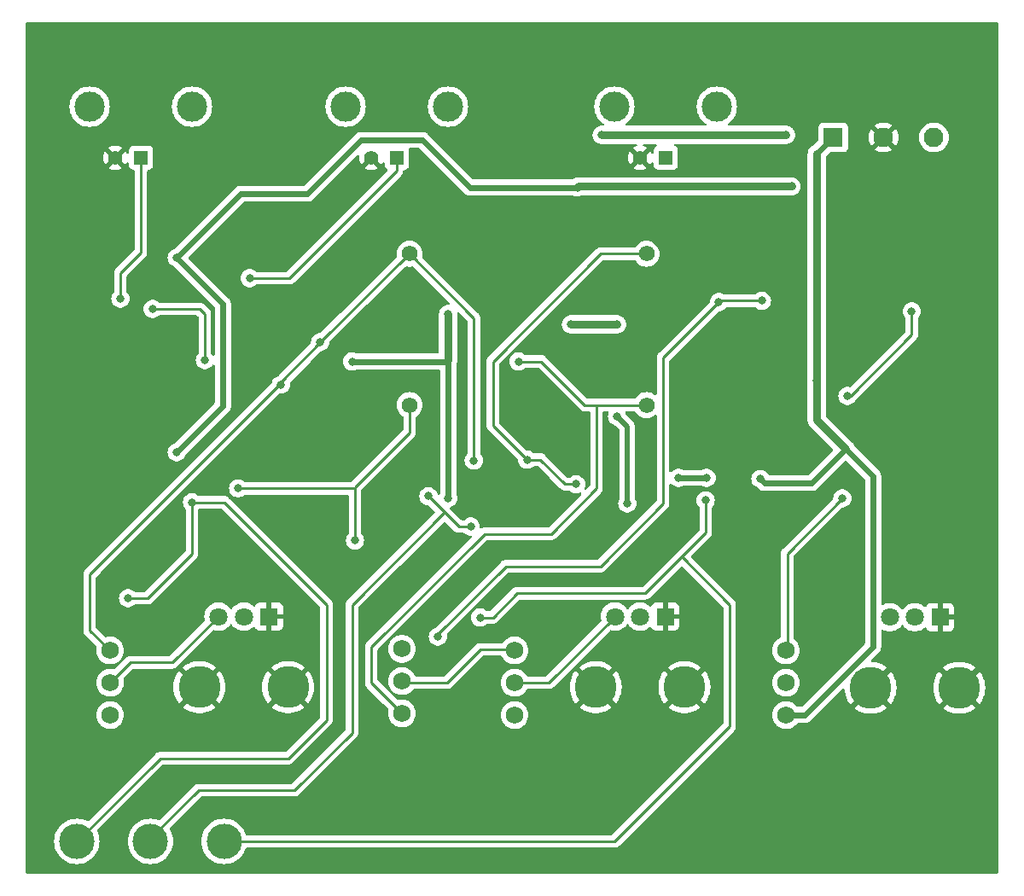
<source format=gbr>
%TF.GenerationSoftware,KiCad,Pcbnew,7.0.9*%
%TF.CreationDate,2024-05-07T07:23:08+02:00*%
%TF.ProjectId,ElectronicDuffing,456c6563-7472-46f6-9e69-634475666669,v 1.1*%
%TF.SameCoordinates,Original*%
%TF.FileFunction,Copper,L2,Bot*%
%TF.FilePolarity,Positive*%
%FSLAX46Y46*%
G04 Gerber Fmt 4.6, Leading zero omitted, Abs format (unit mm)*
G04 Created by KiCad (PCBNEW 7.0.9) date 2024-05-07 07:23:08*
%MOMM*%
%LPD*%
G01*
G04 APERTURE LIST*
%TA.AperFunction,ComponentPad*%
%ADD10R,1.950000X1.950000*%
%TD*%
%TA.AperFunction,ComponentPad*%
%ADD11C,1.950000*%
%TD*%
%TA.AperFunction,ComponentPad*%
%ADD12R,1.400000X1.400000*%
%TD*%
%TA.AperFunction,ComponentPad*%
%ADD13C,1.400000*%
%TD*%
%TA.AperFunction,ComponentPad*%
%ADD14C,3.000000*%
%TD*%
%TA.AperFunction,ComponentPad*%
%ADD15C,1.750000*%
%TD*%
%TA.AperFunction,ComponentPad*%
%ADD16C,1.575000*%
%TD*%
%TA.AperFunction,ComponentPad*%
%ADD17R,1.800000X1.800000*%
%TD*%
%TA.AperFunction,ComponentPad*%
%ADD18C,1.800000*%
%TD*%
%TA.AperFunction,ComponentPad*%
%ADD19C,4.155000*%
%TD*%
%TA.AperFunction,ViaPad*%
%ADD20C,0.800000*%
%TD*%
%TA.AperFunction,ViaPad*%
%ADD21C,3.500000*%
%TD*%
%TA.AperFunction,Conductor*%
%ADD22C,0.507800*%
%TD*%
%TA.AperFunction,Conductor*%
%ADD23C,0.800000*%
%TD*%
%TA.AperFunction,Conductor*%
%ADD24C,0.600000*%
%TD*%
%TA.AperFunction,Conductor*%
%ADD25C,0.250000*%
%TD*%
G04 APERTURE END LIST*
D10*
%TO.P,J4,1,1*%
%TO.N,+15V*%
X122025000Y-85090000D03*
D11*
%TO.P,J4,2,2*%
%TO.N,GND*%
X127025000Y-85090000D03*
%TO.P,J4,3,3*%
%TO.N,-15V*%
X132025000Y-85090000D03*
%TD*%
D12*
%TO.P,J3,1,SIGNAL*%
%TO.N,Net-(J3-SIGNAL)*%
X105410000Y-87120000D03*
D13*
%TO.P,J3,2,GROUND*%
%TO.N,GND*%
X102870000Y-87120000D03*
D14*
%TO.P,J3,MH1,MH1*%
%TO.N,unconnected-(J3-PadMH1)*%
X110490000Y-82040000D03*
%TO.P,J3,MH2,MH2*%
%TO.N,unconnected-(J3-PadMH2)*%
X100330000Y-82040000D03*
%TD*%
D15*
%TO.P,S4,1,NC*%
%TO.N,-x*%
X79248000Y-135840000D03*
%TO.P,S4,2,COM*%
%TO.N,Net-(S2-NC)*%
X79248000Y-139040000D03*
%TO.P,S4,3,NO*%
%TO.N,x*%
X79248000Y-142240000D03*
%TD*%
D12*
%TO.P,J1,1,SIGNAL*%
%TO.N,Net-(J1-SIGNAL)*%
X53340000Y-87120000D03*
D13*
%TO.P,J1,2,GROUND*%
%TO.N,GND*%
X50800000Y-87120000D03*
D14*
%TO.P,J1,MH1,MH1*%
%TO.N,unconnected-(J1-PadMH1)*%
X58420000Y-82040000D03*
%TO.P,J1,MH2,MH2*%
%TO.N,unconnected-(J1-PadMH2)*%
X48260000Y-82040000D03*
%TD*%
D15*
%TO.P,S3,1,NC*%
%TO.N,x\u00B3*%
X117348000Y-135992000D03*
%TO.P,S3,2,COM*%
%TO.N,Net-(P3-CW)*%
X117348000Y-139192000D03*
%TO.P,S3,3,NO*%
%TO.N,+15V*%
X117348000Y-142392000D03*
%TD*%
D16*
%TO.P,C2,1,1*%
%TO.N,x*%
X103505000Y-111640000D03*
%TO.P,C2,2,2*%
%TO.N,Net-(U2--IN)*%
X103505000Y-96640000D03*
%TD*%
D15*
%TO.P,S1,1,NC*%
%TO.N,V*%
X50292000Y-135992000D03*
%TO.P,S1,2,COM*%
%TO.N,Net-(P1-CW)*%
X50292000Y-139192000D03*
%TO.P,S1,3,NO*%
%TO.N,+15V*%
X50292000Y-142392000D03*
%TD*%
D16*
%TO.P,C1,1,1*%
%TO.N,V*%
X80010000Y-96640000D03*
%TO.P,C1,2,2*%
%TO.N,Net-(U1--IN)*%
X80010000Y-111640000D03*
%TD*%
D15*
%TO.P,S2,1,NC*%
%TO.N,Net-(S2-NC)*%
X90424000Y-135992000D03*
%TO.P,S2,2,COM*%
%TO.N,Net-(P2-CW)*%
X90424000Y-139192000D03*
%TO.P,S2,3,NO*%
%TO.N,+15V*%
X90424000Y-142392000D03*
%TD*%
D12*
%TO.P,J2,1,SIGNAL*%
%TO.N,Net-(J2-SIGNAL)*%
X78740000Y-87120000D03*
D13*
%TO.P,J2,2,GROUND*%
%TO.N,GND*%
X76200000Y-87120000D03*
D14*
%TO.P,J2,MH1,MH1*%
%TO.N,unconnected-(J2-PadMH1)*%
X83820000Y-82040000D03*
%TO.P,J2,MH2,MH2*%
%TO.N,unconnected-(J2-PadMH2)*%
X73660000Y-82040000D03*
%TD*%
D17*
%TO.P,P1,1,CCW*%
%TO.N,GND*%
X66045000Y-132630000D03*
D18*
%TO.P,P1,2,WIPER*%
%TO.N,Net-(P1-WIPER)*%
X63545000Y-132630000D03*
%TO.P,P1,3,CW*%
%TO.N,Net-(P1-CW)*%
X61045000Y-132630000D03*
D19*
%TO.P,P1,MH1,MH1*%
%TO.N,GND*%
X67945000Y-139630000D03*
%TO.P,P1,MH2,MH2*%
X59145000Y-139630000D03*
%TD*%
D17*
%TO.P,P2,1,CCW*%
%TO.N,GND*%
X105370000Y-132630000D03*
D18*
%TO.P,P2,2,WIPER*%
%TO.N,Net-(P2-WIPER)*%
X102870000Y-132630000D03*
%TO.P,P2,3,CW*%
%TO.N,Net-(P2-CW)*%
X100370000Y-132630000D03*
D19*
%TO.P,P2,MH1,MH1*%
%TO.N,GND*%
X107270000Y-139630000D03*
%TO.P,P2,MH2,MH2*%
X98470000Y-139630000D03*
%TD*%
D17*
%TO.P,P3,1,CCW*%
%TO.N,GND*%
X132635000Y-132700000D03*
D18*
%TO.P,P3,2,WIPER*%
%TO.N,Net-(P3-WIPER)*%
X130135000Y-132700000D03*
%TO.P,P3,3,CW*%
%TO.N,Net-(P3-CW)*%
X127635000Y-132700000D03*
D19*
%TO.P,P3,MH1,MH1*%
%TO.N,GND*%
X134535000Y-139700000D03*
%TO.P,P3,MH2,MH2*%
X125735000Y-139700000D03*
%TD*%
D20*
%TO.N,-15V*%
X100584000Y-112776000D03*
X117348000Y-84836000D03*
X99060000Y-84836000D03*
X100584000Y-103632000D03*
X101600000Y-121412000D03*
X96012000Y-103632000D03*
%TO.N,+15V*%
X96647000Y-90043000D03*
X109474000Y-118872000D03*
X117896700Y-89956700D03*
X114808000Y-118975000D03*
X120396000Y-109220000D03*
X56896000Y-116332000D03*
X74295000Y-107315000D03*
X83820000Y-120904000D03*
X56896000Y-97028000D03*
X106680000Y-118872000D03*
X83820000Y-102616000D03*
%TO.N,Net-(J1-SIGNAL)*%
X51308000Y-101092000D03*
%TO.N,Net-(J2-SIGNAL)*%
X64135000Y-99060000D03*
%TO.N,Net-(U2--IN)*%
X91662200Y-117062000D03*
X96520000Y-119506000D03*
%TO.N,Net-(U4-V_{O})*%
X129829000Y-102363000D03*
X123444000Y-110744000D03*
%TO.N,Net-(U1--IN)*%
X74590200Y-125094000D03*
X62992000Y-119910000D03*
%TO.N,V*%
X71120000Y-105410000D03*
X86370300Y-117150000D03*
X67224900Y-109624000D03*
%TO.N,x*%
X90805000Y-107315000D03*
%TO.N,-x*%
X82804000Y-134620000D03*
X110680000Y-101428000D03*
X114959000Y-101300000D03*
D21*
%TO.N,VR1*%
X46990000Y-154940000D03*
D20*
X58420000Y-121285000D03*
X52070000Y-130810000D03*
%TO.N,VR2*%
X86078300Y-123697000D03*
D21*
X54292500Y-154940000D03*
D20*
X81878800Y-120690000D03*
D21*
%TO.N,VR3*%
X61595000Y-154940000D03*
D20*
X109378000Y-121106000D03*
X86995000Y-132715000D03*
%TO.N,VR4*%
X59690000Y-107188000D03*
X54506700Y-102108000D03*
%TO.N,x\u00B3*%
X122936000Y-120904000D03*
%TD*%
D22*
%TO.N,-15V*%
X101600000Y-121412000D02*
X101600000Y-113792000D01*
X101600000Y-113792000D02*
X100584000Y-112776000D01*
D23*
X100584000Y-103632000D02*
X96012000Y-103632000D01*
X117348000Y-84836000D02*
X99060000Y-84836000D01*
%TO.N,+15V*%
X123280604Y-115987396D02*
X120396000Y-113102793D01*
D24*
X125984000Y-135636000D02*
X125984000Y-118690793D01*
X82550000Y-107315000D02*
X83693000Y-107315000D01*
X115213000Y-119380000D02*
X115721000Y-119380000D01*
X83693000Y-107315000D02*
X83820000Y-107188000D01*
D23*
X117896700Y-89956700D02*
X96733300Y-89956700D01*
D24*
X96733300Y-89956700D02*
X96647000Y-90043000D01*
X83820000Y-120904000D02*
X83820000Y-107188000D01*
X120396000Y-86719000D02*
X122025000Y-85090000D01*
X82550000Y-107315000D02*
X74295000Y-107315000D01*
D23*
X120396000Y-113102793D02*
X120396000Y-109220000D01*
D24*
X125984000Y-118690793D02*
X123280604Y-115987396D01*
X115721000Y-119380000D02*
X119888000Y-119380000D01*
D23*
X83820000Y-107188000D02*
X83820000Y-102616000D01*
D24*
X56896000Y-116332000D02*
X57150000Y-116078000D01*
X56896000Y-97028000D02*
X61468000Y-101600000D01*
X61468000Y-111760000D02*
X56896000Y-116332000D01*
X114808000Y-118975000D02*
X115213000Y-119380000D01*
D23*
X120396000Y-109220000D02*
X120396000Y-86719000D01*
D24*
X119888000Y-119380000D02*
X123280604Y-115987396D01*
X81280000Y-85344000D02*
X75184000Y-85344000D01*
X69850000Y-90678000D02*
X63246000Y-90678000D01*
X117348000Y-142392000D02*
X119228000Y-142392000D01*
X61468000Y-101600000D02*
X61468000Y-111760000D01*
X85979000Y-90043000D02*
X81280000Y-85344000D01*
X63246000Y-90678000D02*
X57150000Y-96774000D01*
X106680000Y-118872000D02*
X109474000Y-118872000D01*
X119228000Y-142392000D02*
X125984000Y-135636000D01*
X96647000Y-90043000D02*
X85979000Y-90043000D01*
X75184000Y-85344000D02*
X69850000Y-90678000D01*
D25*
%TO.N,Net-(J1-SIGNAL)*%
X51308000Y-101092000D02*
X51308000Y-98552000D01*
X53340000Y-96520000D02*
X53340000Y-87630000D01*
X51308000Y-98552000D02*
X53340000Y-96520000D01*
%TO.N,Net-(J2-SIGNAL)*%
X68068200Y-99060000D02*
X78740000Y-88388200D01*
X64135000Y-99060000D02*
X68068200Y-99060000D01*
X78740000Y-88388200D02*
X78740000Y-87630000D01*
%TO.N,Net-(U2--IN)*%
X88265000Y-107315000D02*
X88265000Y-113665000D01*
X98940000Y-96640000D02*
X88265000Y-107315000D01*
X95439500Y-119506000D02*
X92995500Y-117062000D01*
X96520000Y-119506000D02*
X95439500Y-119506000D01*
X88265000Y-113665000D02*
X91440000Y-116840000D01*
X92995500Y-117062000D02*
X91662200Y-117062000D01*
X103505000Y-96640000D02*
X98940000Y-96640000D01*
%TO.N,Net-(U4-V_{O})*%
X123740000Y-110744000D02*
X129829000Y-104655000D01*
X123444000Y-110744000D02*
X123740000Y-110744000D01*
X129829000Y-104655000D02*
X129829000Y-102363000D01*
%TO.N,Net-(U1--IN)*%
X80010000Y-114350000D02*
X74590200Y-119770000D01*
X80010000Y-111640000D02*
X80010000Y-114350000D01*
X74590200Y-119910000D02*
X74590200Y-125094000D01*
X74590200Y-119770000D02*
X74590200Y-119910000D01*
X74590200Y-119910000D02*
X62992000Y-119910000D01*
%TO.N,V*%
X86370300Y-117150000D02*
X86370300Y-103000000D01*
X67075500Y-109624000D02*
X48260000Y-128440000D01*
X48260000Y-128440000D02*
X48260000Y-134025000D01*
X71120000Y-105410000D02*
X67224900Y-109425000D01*
X86370300Y-103000000D02*
X80010000Y-96640000D01*
X48260000Y-134025000D02*
X50165000Y-135930000D01*
X67224900Y-109425000D02*
X67224900Y-109624000D01*
X80010000Y-96640000D02*
X71120000Y-105410000D01*
X67224900Y-109624000D02*
X67075500Y-109624000D01*
%TO.N,x*%
X76200000Y-135636000D02*
X76200000Y-139192000D01*
X76200000Y-139192000D02*
X79248000Y-142240000D01*
X94018000Y-124422000D02*
X87414000Y-124422000D01*
X103505000Y-111640000D02*
X97388600Y-111640000D01*
X98552000Y-119888000D02*
X94018000Y-124422000D01*
X93063600Y-107315000D02*
X97388600Y-111640000D01*
X90805000Y-107315000D02*
X93063600Y-107315000D01*
X87414000Y-124422000D02*
X76200000Y-135636000D01*
X97388600Y-111640000D02*
X98552000Y-111640000D01*
X98552000Y-111640000D02*
X98552000Y-119888000D01*
%TO.N,-x*%
X98933000Y-127635000D02*
X105156000Y-121412000D01*
X89535000Y-127635000D02*
X98933000Y-127635000D01*
X82804000Y-134366000D02*
X89535000Y-127635000D01*
X114959000Y-101300000D02*
X110808000Y-101300000D01*
X105156000Y-106952000D02*
X110680000Y-101428000D01*
X82550000Y-134620000D02*
X82804000Y-134620000D01*
X82804000Y-134620000D02*
X82804000Y-134366000D01*
X110808000Y-101300000D02*
X110680000Y-101428000D01*
X105156000Y-121412000D02*
X105156000Y-106952000D01*
%TO.N,Net-(P1-CW)*%
X52304000Y-137180000D02*
X56450000Y-137180000D01*
X50292000Y-139192000D02*
X52304000Y-137180000D01*
X56450000Y-137180000D02*
X61000000Y-132630000D01*
%TO.N,Net-(P2-CW)*%
X93808000Y-139192000D02*
X90972000Y-139192000D01*
X100370000Y-132630000D02*
X93808000Y-139192000D01*
%TO.N,VR1*%
X46990000Y-154940000D02*
X48260000Y-154940000D01*
X58420000Y-126365000D02*
X58420000Y-121285000D01*
X58420000Y-121285000D02*
X61595000Y-121285000D01*
X67945000Y-146685000D02*
X55245000Y-146685000D01*
X52070000Y-130810000D02*
X53975000Y-130810000D01*
X61595000Y-121285000D02*
X71755000Y-131445000D01*
X71755000Y-131445000D02*
X71755000Y-142875000D01*
X71755000Y-142875000D02*
X67945000Y-146685000D01*
X53975000Y-130810000D02*
X58420000Y-126365000D01*
X55245000Y-146685000D02*
X46990000Y-154940000D01*
%TO.N,VR2*%
X74295000Y-144145000D02*
X74295000Y-131445000D01*
X74295000Y-131445000D02*
X83464295Y-122275705D01*
X81878800Y-120690000D02*
X83464295Y-122275705D01*
X54292500Y-154622500D02*
X59055000Y-149860000D01*
X68580000Y-149860000D02*
X74295000Y-144145000D01*
X59055000Y-149860000D02*
X68580000Y-149860000D01*
X84885400Y-123697000D02*
X86078300Y-123697000D01*
X54292500Y-154940000D02*
X54292500Y-154622500D01*
X83464295Y-122275705D02*
X84885400Y-123697000D01*
%TO.N,VR3*%
X100330000Y-154940000D02*
X111760000Y-143510000D01*
X61595000Y-154940000D02*
X100330000Y-154940000D01*
X111760000Y-143510000D02*
X111760000Y-131445000D01*
X86995000Y-132715000D02*
X88265000Y-132715000D01*
X88265000Y-132715000D02*
X90667000Y-130313000D01*
X111760000Y-131445000D02*
X107009000Y-126694000D01*
X90667000Y-130313000D02*
X103390000Y-130313000D01*
X109378000Y-124325000D02*
X109378000Y-121106000D01*
X61595000Y-154940000D02*
X62230000Y-154305000D01*
X103390000Y-130313000D02*
X107009000Y-126694000D01*
X107009000Y-126694000D02*
X109378000Y-124325000D01*
%TO.N,VR4*%
X59186900Y-102108000D02*
X54506700Y-102108000D01*
X59690000Y-102611100D02*
X59186900Y-102108000D01*
X59690000Y-107188000D02*
X59690000Y-102611100D01*
%TO.N,x\u00B3*%
X122936000Y-120904000D02*
X117475000Y-126365000D01*
X117475000Y-126365000D02*
X117475000Y-135930000D01*
%TO.N,Net-(S2-NC)*%
X79502000Y-139192000D02*
X83693000Y-139192000D01*
X83693000Y-139192000D02*
X86995000Y-135890000D01*
X86995000Y-135890000D02*
X90170000Y-135890000D01*
%TD*%
%TA.AperFunction,Conductor*%
%TO.N,GND*%
G36*
X104490092Y-85756185D02*
G01*
X104535847Y-85808989D01*
X104545791Y-85878147D01*
X104516766Y-85941703D01*
X104474833Y-85970816D01*
X104475454Y-85971953D01*
X104467664Y-85976206D01*
X104352455Y-86062452D01*
X104352452Y-86062455D01*
X104266206Y-86177664D01*
X104266202Y-86177671D01*
X104215908Y-86312517D01*
X104212607Y-86343227D01*
X104209501Y-86372123D01*
X104209500Y-86372135D01*
X104209500Y-86590698D01*
X104189815Y-86657737D01*
X104137011Y-86703492D01*
X104067853Y-86713436D01*
X104004297Y-86684411D01*
X103974500Y-86645970D01*
X103894635Y-86485580D01*
X103894630Y-86485572D01*
X103878860Y-86464690D01*
X103314449Y-87029101D01*
X103313673Y-87018735D01*
X103264113Y-86892459D01*
X103179535Y-86786401D01*
X103067453Y-86709984D01*
X102959700Y-86676747D01*
X103523327Y-86113119D01*
X103407178Y-86041202D01*
X103407177Y-86041201D01*
X103239200Y-85976127D01*
X103183799Y-85933554D01*
X103160208Y-85867787D01*
X103175919Y-85799707D01*
X103225943Y-85750928D01*
X103283994Y-85736500D01*
X104423053Y-85736500D01*
X104490092Y-85756185D01*
G37*
%TD.AperFunction*%
%TA.AperFunction,Conductor*%
G36*
X138372539Y-73680185D02*
G01*
X138418294Y-73732989D01*
X138429500Y-73784500D01*
X138429500Y-157990500D01*
X138409815Y-158057539D01*
X138357011Y-158103294D01*
X138305500Y-158114500D01*
X42034500Y-158114500D01*
X41967461Y-158094815D01*
X41921706Y-158042011D01*
X41910500Y-157990500D01*
X41910500Y-154940007D01*
X44734671Y-154940007D01*
X44753964Y-155234363D01*
X44753965Y-155234373D01*
X44753966Y-155234380D01*
X44808476Y-155508426D01*
X44811518Y-155523716D01*
X44811521Y-155523730D01*
X44906349Y-155803080D01*
X45036825Y-156067660D01*
X45036829Y-156067667D01*
X45200725Y-156312955D01*
X45395241Y-156534758D01*
X45617043Y-156729273D01*
X45862335Y-156893172D01*
X46126923Y-157023652D01*
X46406278Y-157118481D01*
X46695620Y-157176034D01*
X46723888Y-157177886D01*
X46989993Y-157195329D01*
X46990000Y-157195329D01*
X46990007Y-157195329D01*
X47225675Y-157179881D01*
X47284380Y-157176034D01*
X47573722Y-157118481D01*
X47853077Y-157023652D01*
X48117665Y-156893172D01*
X48362957Y-156729273D01*
X48584758Y-156534758D01*
X48779273Y-156312957D01*
X48943172Y-156067665D01*
X49073652Y-155803077D01*
X49168481Y-155523722D01*
X49226034Y-155234380D01*
X49245329Y-154940000D01*
X49245329Y-154939992D01*
X49226035Y-154645636D01*
X49226034Y-154645620D01*
X49168481Y-154356278D01*
X49073652Y-154076923D01*
X49001984Y-153931596D01*
X48989988Y-153862765D01*
X49017110Y-153798374D01*
X49025506Y-153789082D01*
X55467772Y-147346819D01*
X55529095Y-147313334D01*
X55555453Y-147310500D01*
X67862257Y-147310500D01*
X67877877Y-147312224D01*
X67877904Y-147311939D01*
X67885660Y-147312671D01*
X67885667Y-147312673D01*
X67954814Y-147310500D01*
X67984350Y-147310500D01*
X67991228Y-147309630D01*
X67997041Y-147309172D01*
X68043627Y-147307709D01*
X68062869Y-147302117D01*
X68081912Y-147298174D01*
X68101792Y-147295664D01*
X68145122Y-147278507D01*
X68150646Y-147276617D01*
X68154396Y-147275527D01*
X68195390Y-147263618D01*
X68212629Y-147253422D01*
X68230103Y-147244862D01*
X68248727Y-147237488D01*
X68248727Y-147237487D01*
X68248732Y-147237486D01*
X68286449Y-147210082D01*
X68291305Y-147206892D01*
X68331420Y-147183170D01*
X68345589Y-147168999D01*
X68360379Y-147156368D01*
X68376587Y-147144594D01*
X68406299Y-147108676D01*
X68410212Y-147104376D01*
X72138786Y-143375802D01*
X72151048Y-143365980D01*
X72150865Y-143365759D01*
X72156867Y-143360792D01*
X72156877Y-143360786D01*
X72204241Y-143310348D01*
X72225120Y-143289470D01*
X72229373Y-143283986D01*
X72233150Y-143279563D01*
X72265062Y-143245582D01*
X72274714Y-143228023D01*
X72285389Y-143211772D01*
X72297674Y-143195936D01*
X72316186Y-143153152D01*
X72318742Y-143147935D01*
X72341197Y-143107092D01*
X72346180Y-143087680D01*
X72352477Y-143069291D01*
X72360438Y-143050895D01*
X72367729Y-143004853D01*
X72368908Y-142999162D01*
X72380500Y-142954019D01*
X72380500Y-142933983D01*
X72382027Y-142914582D01*
X72385160Y-142894804D01*
X72380775Y-142848415D01*
X72380500Y-142842577D01*
X72380500Y-131527742D01*
X72382224Y-131512122D01*
X72381939Y-131512096D01*
X72382671Y-131504340D01*
X72382673Y-131504333D01*
X72380500Y-131435185D01*
X72380500Y-131405650D01*
X72379631Y-131398772D01*
X72379172Y-131392943D01*
X72377709Y-131346372D01*
X72372122Y-131327144D01*
X72368174Y-131308084D01*
X72367962Y-131306403D01*
X72365664Y-131288208D01*
X72365663Y-131288206D01*
X72365663Y-131288204D01*
X72348512Y-131244887D01*
X72346619Y-131239358D01*
X72333618Y-131194609D01*
X72333616Y-131194606D01*
X72323423Y-131177371D01*
X72314861Y-131159894D01*
X72307487Y-131141270D01*
X72307486Y-131141268D01*
X72280079Y-131103545D01*
X72276888Y-131098686D01*
X72262536Y-131074418D01*
X72253170Y-131058580D01*
X72253168Y-131058578D01*
X72253165Y-131058574D01*
X72239006Y-131044415D01*
X72226368Y-131029619D01*
X72214594Y-131013413D01*
X72210028Y-131009636D01*
X72178688Y-130983709D01*
X72174376Y-130979786D01*
X62095803Y-120901212D01*
X62085980Y-120888950D01*
X62085759Y-120889134D01*
X62080786Y-120883123D01*
X62075603Y-120878256D01*
X62030364Y-120835773D01*
X62019919Y-120825328D01*
X62009475Y-120814883D01*
X62003986Y-120810625D01*
X61999561Y-120806847D01*
X61965582Y-120774938D01*
X61965580Y-120774936D01*
X61965577Y-120774935D01*
X61948029Y-120765288D01*
X61931763Y-120754604D01*
X61915933Y-120742325D01*
X61873168Y-120723818D01*
X61867922Y-120721248D01*
X61827093Y-120698803D01*
X61827092Y-120698802D01*
X61807693Y-120693822D01*
X61789281Y-120687518D01*
X61770898Y-120679562D01*
X61770892Y-120679560D01*
X61724874Y-120672272D01*
X61719152Y-120671087D01*
X61674021Y-120659500D01*
X61674019Y-120659500D01*
X61653984Y-120659500D01*
X61634586Y-120657973D01*
X61627162Y-120656797D01*
X61614805Y-120654840D01*
X61614804Y-120654840D01*
X61568416Y-120659225D01*
X61562578Y-120659500D01*
X59123748Y-120659500D01*
X59056709Y-120639815D01*
X59031600Y-120618474D01*
X59025873Y-120612114D01*
X59025869Y-120612110D01*
X58872734Y-120500851D01*
X58872729Y-120500848D01*
X58699807Y-120423857D01*
X58699802Y-120423855D01*
X58534904Y-120388806D01*
X58514646Y-120384500D01*
X58325354Y-120384500D01*
X58305096Y-120388806D01*
X58140197Y-120423855D01*
X58140192Y-120423857D01*
X57967270Y-120500848D01*
X57967265Y-120500851D01*
X57814129Y-120612111D01*
X57687466Y-120752785D01*
X57592821Y-120916715D01*
X57592818Y-120916722D01*
X57546822Y-121058284D01*
X57534326Y-121096744D01*
X57514540Y-121285000D01*
X57534326Y-121473256D01*
X57534327Y-121473259D01*
X57592818Y-121653277D01*
X57592821Y-121653284D01*
X57687467Y-121817216D01*
X57714613Y-121847364D01*
X57762650Y-121900715D01*
X57792880Y-121963706D01*
X57794500Y-121983687D01*
X57794500Y-126054547D01*
X57774815Y-126121586D01*
X57758181Y-126142228D01*
X53752228Y-130148181D01*
X53690905Y-130181666D01*
X53664547Y-130184500D01*
X52773748Y-130184500D01*
X52706709Y-130164815D01*
X52681600Y-130143474D01*
X52675873Y-130137114D01*
X52675869Y-130137110D01*
X52522734Y-130025851D01*
X52522729Y-130025848D01*
X52349807Y-129948857D01*
X52349802Y-129948855D01*
X52204001Y-129917865D01*
X52164646Y-129909500D01*
X51975354Y-129909500D01*
X51942897Y-129916398D01*
X51790197Y-129948855D01*
X51790192Y-129948857D01*
X51617270Y-130025848D01*
X51617265Y-130025851D01*
X51464129Y-130137111D01*
X51337466Y-130277785D01*
X51242821Y-130441715D01*
X51242818Y-130441722D01*
X51184327Y-130621740D01*
X51184326Y-130621744D01*
X51164540Y-130810000D01*
X51184326Y-130998256D01*
X51184327Y-130998259D01*
X51242818Y-131178277D01*
X51242821Y-131178284D01*
X51337467Y-131342216D01*
X51464126Y-131482885D01*
X51464129Y-131482888D01*
X51617265Y-131594148D01*
X51617270Y-131594151D01*
X51790192Y-131671142D01*
X51790197Y-131671144D01*
X51975354Y-131710500D01*
X51975355Y-131710500D01*
X52164644Y-131710500D01*
X52164646Y-131710500D01*
X52349803Y-131671144D01*
X52522730Y-131594151D01*
X52675871Y-131482888D01*
X52678788Y-131479647D01*
X52681600Y-131476526D01*
X52741087Y-131439879D01*
X52773748Y-131435500D01*
X53892257Y-131435500D01*
X53907877Y-131437224D01*
X53907904Y-131436939D01*
X53915660Y-131437671D01*
X53915667Y-131437673D01*
X53984814Y-131435500D01*
X54014350Y-131435500D01*
X54021228Y-131434630D01*
X54027041Y-131434172D01*
X54073627Y-131432709D01*
X54092869Y-131427117D01*
X54111912Y-131423174D01*
X54131792Y-131420664D01*
X54175122Y-131403507D01*
X54180646Y-131401617D01*
X54184396Y-131400527D01*
X54225390Y-131388618D01*
X54242629Y-131378422D01*
X54260103Y-131369862D01*
X54278727Y-131362488D01*
X54278727Y-131362487D01*
X54278732Y-131362486D01*
X54316449Y-131335082D01*
X54321305Y-131331892D01*
X54361420Y-131308170D01*
X54375589Y-131293999D01*
X54390379Y-131281368D01*
X54406587Y-131269594D01*
X54436299Y-131233676D01*
X54440212Y-131229376D01*
X58803788Y-126865801D01*
X58816042Y-126855986D01*
X58815859Y-126855764D01*
X58821866Y-126850792D01*
X58821877Y-126850786D01*
X58852775Y-126817882D01*
X58869227Y-126800364D01*
X58879671Y-126789918D01*
X58890120Y-126779471D01*
X58894379Y-126773978D01*
X58898152Y-126769561D01*
X58930062Y-126735582D01*
X58939713Y-126718024D01*
X58950396Y-126701761D01*
X58962673Y-126685936D01*
X58981185Y-126643153D01*
X58983738Y-126637941D01*
X59006197Y-126597092D01*
X59011180Y-126577680D01*
X59017481Y-126559280D01*
X59025437Y-126540896D01*
X59032729Y-126494852D01*
X59033906Y-126489171D01*
X59045500Y-126444019D01*
X59045500Y-126423983D01*
X59047027Y-126404582D01*
X59050160Y-126384804D01*
X59045775Y-126338415D01*
X59045500Y-126332577D01*
X59045500Y-122034500D01*
X59065185Y-121967461D01*
X59117989Y-121921706D01*
X59169500Y-121910500D01*
X61284548Y-121910500D01*
X61351587Y-121930185D01*
X61372229Y-121946819D01*
X71093181Y-131667771D01*
X71126666Y-131729094D01*
X71129500Y-131755452D01*
X71129500Y-142564547D01*
X71109815Y-142631586D01*
X71093181Y-142652228D01*
X67722228Y-146023181D01*
X67660905Y-146056666D01*
X67634547Y-146059500D01*
X55327743Y-146059500D01*
X55312122Y-146057775D01*
X55312096Y-146058061D01*
X55304334Y-146057327D01*
X55304333Y-146057327D01*
X55235186Y-146059500D01*
X55205649Y-146059500D01*
X55198766Y-146060369D01*
X55192949Y-146060826D01*
X55146373Y-146062290D01*
X55127129Y-146067881D01*
X55108079Y-146071825D01*
X55088211Y-146074334D01*
X55044884Y-146091488D01*
X55039358Y-146093379D01*
X54994614Y-146106379D01*
X54994610Y-146106381D01*
X54977366Y-146116579D01*
X54959905Y-146125133D01*
X54941274Y-146132510D01*
X54941262Y-146132517D01*
X54903570Y-146159902D01*
X54898687Y-146163109D01*
X54858580Y-146186829D01*
X54844414Y-146200995D01*
X54829624Y-146213627D01*
X54813414Y-146225404D01*
X54813411Y-146225407D01*
X54783710Y-146261309D01*
X54779777Y-146265631D01*
X48140925Y-152904482D01*
X48079602Y-152937967D01*
X48009910Y-152932983D01*
X47998400Y-152928013D01*
X47853080Y-152856349D01*
X47573730Y-152761521D01*
X47573724Y-152761519D01*
X47573722Y-152761519D01*
X47284380Y-152703966D01*
X47284373Y-152703965D01*
X47284363Y-152703964D01*
X46990007Y-152684671D01*
X46989993Y-152684671D01*
X46695636Y-152703964D01*
X46695624Y-152703965D01*
X46695620Y-152703966D01*
X46695612Y-152703967D01*
X46695609Y-152703968D01*
X46406283Y-152761518D01*
X46406269Y-152761521D01*
X46126919Y-152856349D01*
X45862334Y-152986828D01*
X45617041Y-153150728D01*
X45395241Y-153345241D01*
X45200728Y-153567041D01*
X45036828Y-153812334D01*
X44906349Y-154076919D01*
X44811521Y-154356269D01*
X44811518Y-154356283D01*
X44753968Y-154645609D01*
X44753964Y-154645636D01*
X44734671Y-154939992D01*
X44734671Y-154940007D01*
X41910500Y-154940007D01*
X41910500Y-142392006D01*
X48911786Y-142392006D01*
X48930608Y-142619168D01*
X48930610Y-142619179D01*
X48986569Y-142840155D01*
X49078137Y-143048908D01*
X49202814Y-143239742D01*
X49243559Y-143284003D01*
X49346168Y-143395466D01*
X49357208Y-143407458D01*
X49357212Y-143407461D01*
X49481200Y-143503965D01*
X49537094Y-143547469D01*
X49537096Y-143547470D01*
X49537099Y-143547472D01*
X49613866Y-143589016D01*
X49737574Y-143655963D01*
X49849529Y-143694397D01*
X49953173Y-143729979D01*
X49953175Y-143729979D01*
X49953177Y-143729980D01*
X50178023Y-143767500D01*
X50178024Y-143767500D01*
X50405976Y-143767500D01*
X50405977Y-143767500D01*
X50630823Y-143729980D01*
X50846426Y-143655963D01*
X51046906Y-143547469D01*
X51226794Y-143407456D01*
X51381183Y-143239745D01*
X51383086Y-143236833D01*
X51399466Y-143211761D01*
X51505862Y-143048909D01*
X51597430Y-142840155D01*
X51653390Y-142619176D01*
X51672214Y-142392000D01*
X51672214Y-142391993D01*
X51653391Y-142164831D01*
X51653389Y-142164820D01*
X51597430Y-141943844D01*
X51505862Y-141735091D01*
X51381185Y-141544257D01*
X51226791Y-141376541D01*
X51226787Y-141376538D01*
X51046909Y-141236533D01*
X51046900Y-141236527D01*
X50846432Y-141128040D01*
X50846429Y-141128039D01*
X50846426Y-141128037D01*
X50846420Y-141128035D01*
X50846418Y-141128034D01*
X50630826Y-141054020D01*
X50462188Y-141025880D01*
X50405977Y-141016500D01*
X50178023Y-141016500D01*
X50133053Y-141024004D01*
X49953173Y-141054020D01*
X49737581Y-141128034D01*
X49737567Y-141128040D01*
X49537099Y-141236527D01*
X49537090Y-141236533D01*
X49357212Y-141376538D01*
X49357208Y-141376541D01*
X49202814Y-141544257D01*
X49078137Y-141735091D01*
X48986569Y-141943844D01*
X48930610Y-142164820D01*
X48930608Y-142164831D01*
X48911786Y-142391993D01*
X48911786Y-142392006D01*
X41910500Y-142392006D01*
X41910500Y-139192006D01*
X48911786Y-139192006D01*
X48930608Y-139419168D01*
X48930610Y-139419179D01*
X48986569Y-139640155D01*
X49078137Y-139848908D01*
X49202814Y-140039742D01*
X49264754Y-140107026D01*
X49346168Y-140195466D01*
X49357208Y-140207458D01*
X49357212Y-140207461D01*
X49481200Y-140303965D01*
X49537094Y-140347469D01*
X49537096Y-140347470D01*
X49537099Y-140347472D01*
X49653646Y-140410543D01*
X49737574Y-140455963D01*
X49849529Y-140494397D01*
X49953173Y-140529979D01*
X49953175Y-140529979D01*
X49953177Y-140529980D01*
X50178023Y-140567500D01*
X50178024Y-140567500D01*
X50405976Y-140567500D01*
X50405977Y-140567500D01*
X50630823Y-140529980D01*
X50846426Y-140455963D01*
X51046906Y-140347469D01*
X51226794Y-140207456D01*
X51381183Y-140039745D01*
X51505862Y-139848909D01*
X51597430Y-139640155D01*
X51600000Y-139630005D01*
X56562404Y-139630005D01*
X56582767Y-139953674D01*
X56582768Y-139953681D01*
X56643542Y-140272270D01*
X56743763Y-140580718D01*
X56743765Y-140580723D01*
X56881852Y-140874171D01*
X56881855Y-140874177D01*
X57055629Y-141148002D01*
X57154241Y-141267203D01*
X58003605Y-140417839D01*
X58027438Y-140456545D01*
X58183199Y-140633525D01*
X58355723Y-140772828D01*
X57504488Y-141624063D01*
X57761172Y-141810555D01*
X57761182Y-141810562D01*
X58045384Y-141966803D01*
X58045392Y-141966807D01*
X58346930Y-142086194D01*
X58346933Y-142086195D01*
X58661073Y-142166852D01*
X58982825Y-142207499D01*
X58982839Y-142207500D01*
X59307161Y-142207500D01*
X59307174Y-142207499D01*
X59628926Y-142166852D01*
X59943066Y-142086195D01*
X59943069Y-142086194D01*
X60244607Y-141966807D01*
X60244615Y-141966803D01*
X60528817Y-141810562D01*
X60528827Y-141810555D01*
X60785509Y-141624063D01*
X60785510Y-141624063D01*
X59931525Y-140770078D01*
X60018231Y-140711476D01*
X60188441Y-140548343D01*
X60285569Y-140417015D01*
X61135757Y-141267203D01*
X61234367Y-141148007D01*
X61408144Y-140874177D01*
X61408147Y-140874171D01*
X61546234Y-140580723D01*
X61546236Y-140580718D01*
X61646457Y-140272270D01*
X61707231Y-139953681D01*
X61707232Y-139953674D01*
X61727596Y-139630005D01*
X65362404Y-139630005D01*
X65382767Y-139953674D01*
X65382768Y-139953681D01*
X65443542Y-140272270D01*
X65543763Y-140580718D01*
X65543765Y-140580723D01*
X65681852Y-140874171D01*
X65681855Y-140874177D01*
X65855629Y-141148002D01*
X65954241Y-141267203D01*
X66803605Y-140417839D01*
X66827438Y-140456545D01*
X66983199Y-140633525D01*
X67155723Y-140772828D01*
X66304488Y-141624063D01*
X66561172Y-141810555D01*
X66561182Y-141810562D01*
X66845384Y-141966803D01*
X66845392Y-141966807D01*
X67146930Y-142086194D01*
X67146933Y-142086195D01*
X67461073Y-142166852D01*
X67782825Y-142207499D01*
X67782839Y-142207500D01*
X68107161Y-142207500D01*
X68107174Y-142207499D01*
X68428926Y-142166852D01*
X68743066Y-142086195D01*
X68743069Y-142086194D01*
X69044607Y-141966807D01*
X69044615Y-141966803D01*
X69328817Y-141810562D01*
X69328827Y-141810555D01*
X69585509Y-141624063D01*
X69585510Y-141624063D01*
X68731525Y-140770078D01*
X68818231Y-140711476D01*
X68988441Y-140548343D01*
X69085569Y-140417015D01*
X69935757Y-141267203D01*
X70034367Y-141148007D01*
X70208144Y-140874177D01*
X70208147Y-140874171D01*
X70346234Y-140580723D01*
X70346236Y-140580718D01*
X70446457Y-140272270D01*
X70507231Y-139953681D01*
X70507232Y-139953674D01*
X70527596Y-139630005D01*
X70527596Y-139629994D01*
X70507232Y-139306325D01*
X70507231Y-139306318D01*
X70446457Y-138987729D01*
X70346236Y-138679281D01*
X70346234Y-138679276D01*
X70208147Y-138385828D01*
X70208144Y-138385822D01*
X70034367Y-138111992D01*
X69935757Y-137992794D01*
X69086392Y-138842158D01*
X69062562Y-138803455D01*
X68906801Y-138626475D01*
X68734275Y-138487170D01*
X69585510Y-137635935D01*
X69585509Y-137635933D01*
X69328835Y-137449449D01*
X69328817Y-137449437D01*
X69044615Y-137293196D01*
X69044607Y-137293192D01*
X68743069Y-137173805D01*
X68743066Y-137173804D01*
X68428926Y-137093147D01*
X68107174Y-137052500D01*
X67782825Y-137052500D01*
X67461073Y-137093147D01*
X67146933Y-137173804D01*
X67146930Y-137173805D01*
X66845392Y-137293192D01*
X66845384Y-137293196D01*
X66561182Y-137449437D01*
X66561164Y-137449449D01*
X66304489Y-137635933D01*
X66304488Y-137635935D01*
X67158474Y-138489921D01*
X67071769Y-138548524D01*
X66901559Y-138711657D01*
X66804430Y-138842983D01*
X65954241Y-137992794D01*
X65855637Y-138111985D01*
X65855634Y-138111989D01*
X65681855Y-138385822D01*
X65681852Y-138385828D01*
X65543765Y-138679276D01*
X65543763Y-138679281D01*
X65443542Y-138987729D01*
X65382768Y-139306318D01*
X65382767Y-139306325D01*
X65362404Y-139629994D01*
X65362404Y-139630005D01*
X61727596Y-139630005D01*
X61727596Y-139629994D01*
X61707232Y-139306325D01*
X61707231Y-139306318D01*
X61646457Y-138987729D01*
X61546236Y-138679281D01*
X61546234Y-138679276D01*
X61408147Y-138385828D01*
X61408144Y-138385822D01*
X61234367Y-138111992D01*
X61135757Y-137992794D01*
X60286392Y-138842158D01*
X60262562Y-138803455D01*
X60106801Y-138626475D01*
X59934275Y-138487170D01*
X60785510Y-137635935D01*
X60785509Y-137635933D01*
X60528835Y-137449449D01*
X60528817Y-137449437D01*
X60244615Y-137293196D01*
X60244607Y-137293192D01*
X59943069Y-137173805D01*
X59943066Y-137173804D01*
X59628926Y-137093147D01*
X59307174Y-137052500D01*
X58982825Y-137052500D01*
X58661073Y-137093147D01*
X58346933Y-137173804D01*
X58346930Y-137173805D01*
X58045392Y-137293192D01*
X58045384Y-137293196D01*
X57761182Y-137449437D01*
X57761164Y-137449449D01*
X57504489Y-137635933D01*
X57504488Y-137635935D01*
X58358474Y-138489921D01*
X58271769Y-138548524D01*
X58101559Y-138711657D01*
X58004430Y-138842983D01*
X57154241Y-137992794D01*
X57055637Y-138111985D01*
X57055634Y-138111989D01*
X56881855Y-138385822D01*
X56881852Y-138385828D01*
X56743765Y-138679276D01*
X56743763Y-138679281D01*
X56643542Y-138987729D01*
X56582768Y-139306318D01*
X56582767Y-139306325D01*
X56562404Y-139629994D01*
X56562404Y-139630005D01*
X51600000Y-139630005D01*
X51653390Y-139419176D01*
X51656941Y-139376325D01*
X51672214Y-139192006D01*
X51672214Y-139191993D01*
X51653391Y-138964831D01*
X51653390Y-138964828D01*
X51653390Y-138964824D01*
X51620245Y-138833939D01*
X51622870Y-138764119D01*
X51652768Y-138715820D01*
X52526771Y-137841819D01*
X52588094Y-137808334D01*
X52614452Y-137805500D01*
X56367257Y-137805500D01*
X56382877Y-137807224D01*
X56382904Y-137806939D01*
X56390660Y-137807671D01*
X56390667Y-137807673D01*
X56459814Y-137805500D01*
X56489350Y-137805500D01*
X56496228Y-137804630D01*
X56502041Y-137804172D01*
X56548627Y-137802709D01*
X56567869Y-137797117D01*
X56586912Y-137793174D01*
X56606792Y-137790664D01*
X56650122Y-137773507D01*
X56655646Y-137771617D01*
X56659396Y-137770527D01*
X56700390Y-137758618D01*
X56717629Y-137748422D01*
X56735103Y-137739862D01*
X56753727Y-137732488D01*
X56753727Y-137732487D01*
X56753732Y-137732486D01*
X56791449Y-137705082D01*
X56796305Y-137701892D01*
X56836420Y-137678170D01*
X56850589Y-137663999D01*
X56865379Y-137651368D01*
X56881587Y-137639594D01*
X56911299Y-137603676D01*
X56915212Y-137599376D01*
X60512980Y-134001608D01*
X60574301Y-133968125D01*
X60640921Y-133972009D01*
X60700019Y-133992298D01*
X60928951Y-134030500D01*
X60928952Y-134030500D01*
X61161048Y-134030500D01*
X61161049Y-134030500D01*
X61389981Y-133992298D01*
X61609503Y-133916936D01*
X61813626Y-133806470D01*
X61996784Y-133663913D01*
X62153979Y-133493153D01*
X62191191Y-133436196D01*
X62244337Y-133390839D01*
X62313569Y-133381415D01*
X62376904Y-133410917D01*
X62398809Y-133436196D01*
X62436016Y-133493147D01*
X62436019Y-133493151D01*
X62436021Y-133493153D01*
X62593216Y-133663913D01*
X62593219Y-133663915D01*
X62593222Y-133663918D01*
X62776365Y-133806464D01*
X62776371Y-133806468D01*
X62776374Y-133806470D01*
X62980497Y-133916936D01*
X63054249Y-133942255D01*
X63200015Y-133992297D01*
X63200017Y-133992297D01*
X63200019Y-133992298D01*
X63428951Y-134030500D01*
X63428952Y-134030500D01*
X63661048Y-134030500D01*
X63661049Y-134030500D01*
X63889981Y-133992298D01*
X64109503Y-133916936D01*
X64313626Y-133806470D01*
X64490978Y-133668431D01*
X64555969Y-133642790D01*
X64624509Y-133656356D01*
X64674834Y-133704824D01*
X64683320Y-133722953D01*
X64701645Y-133772086D01*
X64701649Y-133772093D01*
X64787809Y-133887187D01*
X64787812Y-133887190D01*
X64902906Y-133973350D01*
X64902913Y-133973354D01*
X65037620Y-134023596D01*
X65037627Y-134023598D01*
X65097155Y-134029999D01*
X65097172Y-134030000D01*
X65795000Y-134030000D01*
X65795000Y-133065501D01*
X65902685Y-133114680D01*
X66009237Y-133130000D01*
X66080763Y-133130000D01*
X66187315Y-133114680D01*
X66295000Y-133065501D01*
X66295000Y-134030000D01*
X66992828Y-134030000D01*
X66992844Y-134029999D01*
X67052372Y-134023598D01*
X67052379Y-134023596D01*
X67187086Y-133973354D01*
X67187093Y-133973350D01*
X67302187Y-133887190D01*
X67302190Y-133887187D01*
X67388350Y-133772093D01*
X67388354Y-133772086D01*
X67438596Y-133637379D01*
X67438598Y-133637372D01*
X67444999Y-133577844D01*
X67445000Y-133577827D01*
X67445000Y-132880000D01*
X66478686Y-132880000D01*
X66504493Y-132839844D01*
X66545000Y-132701889D01*
X66545000Y-132558111D01*
X66504493Y-132420156D01*
X66478686Y-132380000D01*
X67445000Y-132380000D01*
X67445000Y-131682172D01*
X67444999Y-131682155D01*
X67438598Y-131622627D01*
X67438596Y-131622620D01*
X67388354Y-131487913D01*
X67388350Y-131487906D01*
X67302190Y-131372812D01*
X67302187Y-131372809D01*
X67187093Y-131286649D01*
X67187086Y-131286645D01*
X67052379Y-131236403D01*
X67052372Y-131236401D01*
X66992844Y-131230000D01*
X66295000Y-131230000D01*
X66295000Y-132194498D01*
X66187315Y-132145320D01*
X66080763Y-132130000D01*
X66009237Y-132130000D01*
X65902685Y-132145320D01*
X65795000Y-132194498D01*
X65795000Y-131230000D01*
X65097155Y-131230000D01*
X65037627Y-131236401D01*
X65037620Y-131236403D01*
X64902913Y-131286645D01*
X64902906Y-131286649D01*
X64787812Y-131372809D01*
X64787809Y-131372812D01*
X64701649Y-131487906D01*
X64701646Y-131487911D01*
X64683320Y-131537047D01*
X64641448Y-131592980D01*
X64575984Y-131617397D01*
X64507711Y-131602545D01*
X64490976Y-131591566D01*
X64313634Y-131453535D01*
X64313628Y-131453531D01*
X64109504Y-131343064D01*
X64109495Y-131343061D01*
X63889984Y-131267702D01*
X63677870Y-131232307D01*
X63661049Y-131229500D01*
X63428951Y-131229500D01*
X63412130Y-131232307D01*
X63200015Y-131267702D01*
X62980504Y-131343061D01*
X62980495Y-131343064D01*
X62776371Y-131453531D01*
X62776365Y-131453535D01*
X62593222Y-131596081D01*
X62593219Y-131596084D01*
X62593216Y-131596086D01*
X62593216Y-131596087D01*
X62449531Y-131752172D01*
X62436015Y-131766854D01*
X62398808Y-131823804D01*
X62345662Y-131869161D01*
X62276430Y-131878584D01*
X62213095Y-131849082D01*
X62191192Y-131823804D01*
X62153984Y-131766854D01*
X62153982Y-131766852D01*
X62153979Y-131766847D01*
X61996784Y-131596087D01*
X61996779Y-131596083D01*
X61996777Y-131596081D01*
X61813634Y-131453535D01*
X61813628Y-131453531D01*
X61609504Y-131343064D01*
X61609495Y-131343061D01*
X61389984Y-131267702D01*
X61177870Y-131232307D01*
X61161049Y-131229500D01*
X60928951Y-131229500D01*
X60912130Y-131232307D01*
X60700015Y-131267702D01*
X60480504Y-131343061D01*
X60480495Y-131343064D01*
X60276371Y-131453531D01*
X60276365Y-131453535D01*
X60093222Y-131596081D01*
X60093219Y-131596084D01*
X59936016Y-131766852D01*
X59809075Y-131961151D01*
X59715842Y-132173699D01*
X59658866Y-132398691D01*
X59658864Y-132398702D01*
X59639700Y-132629993D01*
X59639700Y-132630006D01*
X59658864Y-132861297D01*
X59658866Y-132861309D01*
X59687082Y-132972730D01*
X59684456Y-133042551D01*
X59654557Y-133090851D01*
X56227228Y-136518181D01*
X56165905Y-136551666D01*
X56139547Y-136554500D01*
X52386743Y-136554500D01*
X52371122Y-136552775D01*
X52371095Y-136553061D01*
X52363333Y-136552326D01*
X52294172Y-136554500D01*
X52264649Y-136554500D01*
X52257778Y-136555367D01*
X52251959Y-136555825D01*
X52205374Y-136557289D01*
X52205368Y-136557290D01*
X52186126Y-136562880D01*
X52167087Y-136566823D01*
X52147217Y-136569334D01*
X52147203Y-136569337D01*
X52103883Y-136586488D01*
X52098358Y-136588380D01*
X52053613Y-136601380D01*
X52053610Y-136601381D01*
X52036366Y-136611579D01*
X52018905Y-136620133D01*
X52000274Y-136627510D01*
X52000262Y-136627517D01*
X51962570Y-136654902D01*
X51957687Y-136658109D01*
X51917580Y-136681829D01*
X51903414Y-136695995D01*
X51888624Y-136708627D01*
X51872414Y-136720404D01*
X51872411Y-136720407D01*
X51842710Y-136756309D01*
X51838777Y-136760631D01*
X50770843Y-137828565D01*
X50709520Y-137862050D01*
X50642900Y-137858165D01*
X50630828Y-137854020D01*
X50443451Y-137822753D01*
X50405977Y-137816500D01*
X50178023Y-137816500D01*
X50133053Y-137824004D01*
X49953173Y-137854020D01*
X49737581Y-137928034D01*
X49737567Y-137928040D01*
X49537099Y-138036527D01*
X49537090Y-138036533D01*
X49357212Y-138176538D01*
X49357208Y-138176541D01*
X49202814Y-138344257D01*
X49078137Y-138535091D01*
X48986569Y-138743844D01*
X48930610Y-138964820D01*
X48930608Y-138964831D01*
X48911786Y-139191993D01*
X48911786Y-139192006D01*
X41910500Y-139192006D01*
X41910500Y-128420203D01*
X47629840Y-128420203D01*
X47634225Y-128466586D01*
X47634500Y-128472424D01*
X47634500Y-133942255D01*
X47632775Y-133957872D01*
X47633061Y-133957899D01*
X47632326Y-133965665D01*
X47634500Y-134034814D01*
X47634500Y-134064343D01*
X47634501Y-134064360D01*
X47635368Y-134071231D01*
X47635826Y-134077050D01*
X47637290Y-134123624D01*
X47637291Y-134123627D01*
X47642880Y-134142867D01*
X47646824Y-134161911D01*
X47649336Y-134181791D01*
X47666490Y-134225119D01*
X47668382Y-134230647D01*
X47681381Y-134275388D01*
X47691580Y-134292634D01*
X47700138Y-134310103D01*
X47707514Y-134328732D01*
X47734898Y-134366423D01*
X47738106Y-134371307D01*
X47761827Y-134411416D01*
X47761833Y-134411424D01*
X47775990Y-134425580D01*
X47788628Y-134440376D01*
X47800405Y-134456586D01*
X47800406Y-134456587D01*
X47836309Y-134486288D01*
X47840620Y-134490210D01*
X48485609Y-135135199D01*
X48918095Y-135567685D01*
X48951580Y-135629008D01*
X48950620Y-135685806D01*
X48930609Y-135764827D01*
X48911786Y-135991993D01*
X48911786Y-135992006D01*
X48930608Y-136219168D01*
X48930610Y-136219179D01*
X48986569Y-136440155D01*
X49078137Y-136648908D01*
X49202814Y-136839742D01*
X49270720Y-136913507D01*
X49346168Y-136995466D01*
X49357208Y-137007458D01*
X49357212Y-137007461D01*
X49481200Y-137103965D01*
X49537094Y-137147469D01*
X49537096Y-137147470D01*
X49537099Y-137147472D01*
X49653646Y-137210543D01*
X49737574Y-137255963D01*
X49846018Y-137293192D01*
X49953173Y-137329979D01*
X49953175Y-137329979D01*
X49953177Y-137329980D01*
X50178023Y-137367500D01*
X50178024Y-137367500D01*
X50405976Y-137367500D01*
X50405977Y-137367500D01*
X50630823Y-137329980D01*
X50846426Y-137255963D01*
X51046906Y-137147469D01*
X51226794Y-137007456D01*
X51381183Y-136839745D01*
X51505862Y-136648909D01*
X51597430Y-136440155D01*
X51653390Y-136219176D01*
X51663269Y-136099956D01*
X51672214Y-135992006D01*
X51672214Y-135991993D01*
X51653391Y-135764831D01*
X51653389Y-135764820D01*
X51597430Y-135543844D01*
X51505862Y-135335091D01*
X51381185Y-135144257D01*
X51226791Y-134976541D01*
X51226787Y-134976538D01*
X51046909Y-134836533D01*
X51046900Y-134836527D01*
X50846432Y-134728040D01*
X50846429Y-134728039D01*
X50846426Y-134728037D01*
X50846420Y-134728035D01*
X50846418Y-134728034D01*
X50630826Y-134654020D01*
X50426951Y-134620000D01*
X50405977Y-134616500D01*
X50178023Y-134616500D01*
X50157049Y-134620000D01*
X49953177Y-134654019D01*
X49892710Y-134674778D01*
X49822912Y-134677927D01*
X49764767Y-134645177D01*
X49350237Y-134230647D01*
X48921819Y-133802228D01*
X48888334Y-133740905D01*
X48885500Y-133714547D01*
X48885500Y-128750446D01*
X48905185Y-128683407D01*
X48921818Y-128662766D01*
X49347809Y-128236764D01*
X57674351Y-119910000D01*
X62086540Y-119910000D01*
X62106326Y-120098256D01*
X62106327Y-120098259D01*
X62164818Y-120278277D01*
X62164821Y-120278284D01*
X62259467Y-120442216D01*
X62361185Y-120555185D01*
X62386129Y-120582888D01*
X62539265Y-120694148D01*
X62539270Y-120694151D01*
X62712192Y-120771142D01*
X62712197Y-120771144D01*
X62897354Y-120810500D01*
X62897355Y-120810500D01*
X63086644Y-120810500D01*
X63086646Y-120810500D01*
X63271803Y-120771144D01*
X63444730Y-120694151D01*
X63597871Y-120582888D01*
X63600788Y-120579647D01*
X63603600Y-120576526D01*
X63663087Y-120539879D01*
X63695748Y-120535500D01*
X73840700Y-120535500D01*
X73907739Y-120555185D01*
X73953494Y-120607989D01*
X73964700Y-120659500D01*
X73964700Y-124395312D01*
X73945015Y-124462351D01*
X73932850Y-124478284D01*
X73857666Y-124561784D01*
X73763021Y-124725715D01*
X73763018Y-124725722D01*
X73708548Y-124893365D01*
X73704526Y-124905744D01*
X73684740Y-125094000D01*
X73704526Y-125282256D01*
X73704527Y-125282259D01*
X73763018Y-125462277D01*
X73763021Y-125462284D01*
X73857667Y-125626216D01*
X73984329Y-125766888D01*
X74137465Y-125878148D01*
X74137470Y-125878151D01*
X74310392Y-125955142D01*
X74310397Y-125955144D01*
X74495554Y-125994500D01*
X74495555Y-125994500D01*
X74684844Y-125994500D01*
X74684846Y-125994500D01*
X74870003Y-125955144D01*
X75042930Y-125878151D01*
X75196071Y-125766888D01*
X75322733Y-125626216D01*
X75417379Y-125462284D01*
X75475874Y-125282256D01*
X75495660Y-125094000D01*
X75475874Y-124905744D01*
X75417379Y-124725716D01*
X75322733Y-124561784D01*
X75318508Y-124557092D01*
X75247550Y-124478284D01*
X75217320Y-124415292D01*
X75215700Y-124395312D01*
X75215700Y-120080445D01*
X75235385Y-120013406D01*
X75252014Y-119992768D01*
X80393797Y-114850794D01*
X80406044Y-114840986D01*
X80405860Y-114840763D01*
X80411866Y-114835792D01*
X80411877Y-114835786D01*
X80459229Y-114785360D01*
X80480128Y-114764462D01*
X80484378Y-114758981D01*
X80488164Y-114754548D01*
X80520062Y-114720582D01*
X80529714Y-114703022D01*
X80540393Y-114686764D01*
X80552679Y-114670926D01*
X80571183Y-114628162D01*
X80573755Y-114622913D01*
X80596197Y-114582092D01*
X80601180Y-114562681D01*
X80607481Y-114544278D01*
X80615441Y-114525885D01*
X80622727Y-114479866D01*
X80623912Y-114474148D01*
X80624394Y-114472268D01*
X80635500Y-114429019D01*
X80635500Y-114408976D01*
X80637026Y-114389581D01*
X80640160Y-114369792D01*
X80635774Y-114323404D01*
X80635500Y-114317583D01*
X80635500Y-112838928D01*
X80655185Y-112771889D01*
X80688372Y-112737356D01*
X80841073Y-112630434D01*
X81000434Y-112471073D01*
X81129702Y-112286460D01*
X81224947Y-112082205D01*
X81283278Y-111864513D01*
X81302920Y-111640000D01*
X81299870Y-111605142D01*
X81285781Y-111444098D01*
X81283278Y-111415487D01*
X81224947Y-111197795D01*
X81129702Y-110993540D01*
X81000434Y-110808927D01*
X80841073Y-110649566D01*
X80695314Y-110547504D01*
X80656466Y-110520302D01*
X80656463Y-110520300D01*
X80656460Y-110520298D01*
X80656456Y-110520296D01*
X80452211Y-110425055D01*
X80452200Y-110425051D01*
X80234514Y-110366722D01*
X80234507Y-110366721D01*
X80010002Y-110347080D01*
X80009998Y-110347080D01*
X79785492Y-110366721D01*
X79785485Y-110366722D01*
X79567799Y-110425051D01*
X79567788Y-110425055D01*
X79363543Y-110520296D01*
X79363533Y-110520302D01*
X79178926Y-110649566D01*
X79019566Y-110808926D01*
X78890302Y-110993533D01*
X78890296Y-110993543D01*
X78795055Y-111197788D01*
X78795051Y-111197799D01*
X78736722Y-111415485D01*
X78736721Y-111415492D01*
X78717080Y-111639997D01*
X78717080Y-111640002D01*
X78736721Y-111864507D01*
X78736722Y-111864514D01*
X78795051Y-112082200D01*
X78795055Y-112082211D01*
X78874781Y-112253184D01*
X78890298Y-112286460D01*
X79019566Y-112471073D01*
X79178927Y-112630434D01*
X79331625Y-112737355D01*
X79375249Y-112791930D01*
X79384500Y-112838928D01*
X79384500Y-114039553D01*
X79364815Y-114106592D01*
X79348183Y-114127233D01*
X76809560Y-116665950D01*
X74238491Y-119237114D01*
X74227425Y-119248180D01*
X74166102Y-119281666D01*
X74139742Y-119284500D01*
X63695748Y-119284500D01*
X63628709Y-119264815D01*
X63603600Y-119243474D01*
X63597873Y-119237114D01*
X63597869Y-119237110D01*
X63444734Y-119125851D01*
X63444729Y-119125848D01*
X63271807Y-119048857D01*
X63271802Y-119048855D01*
X63126001Y-119017865D01*
X63086646Y-119009500D01*
X62897354Y-119009500D01*
X62864897Y-119016398D01*
X62712197Y-119048855D01*
X62712192Y-119048857D01*
X62539270Y-119125848D01*
X62539265Y-119125851D01*
X62386129Y-119237111D01*
X62259466Y-119377785D01*
X62164821Y-119541715D01*
X62164818Y-119541722D01*
X62115257Y-119694256D01*
X62106326Y-119721744D01*
X62086540Y-119910000D01*
X57674351Y-119910000D01*
X67024500Y-110559602D01*
X67085822Y-110526117D01*
X67125150Y-110523963D01*
X67130251Y-110524499D01*
X67130254Y-110524500D01*
X67130257Y-110524500D01*
X67319544Y-110524500D01*
X67319546Y-110524500D01*
X67504703Y-110485144D01*
X67677630Y-110408151D01*
X67830771Y-110296888D01*
X67957433Y-110156216D01*
X68052079Y-109992284D01*
X68110574Y-109812256D01*
X68130360Y-109624000D01*
X68114229Y-109470525D01*
X68126798Y-109401798D01*
X68148547Y-109371227D01*
X70143371Y-107315000D01*
X71081341Y-106348158D01*
X71142150Y-106313747D01*
X71170341Y-106310500D01*
X71214644Y-106310500D01*
X71214646Y-106310500D01*
X71399803Y-106271144D01*
X71572730Y-106194151D01*
X71725871Y-106082888D01*
X71852533Y-105942216D01*
X71947179Y-105778284D01*
X72005674Y-105598256D01*
X72022532Y-105437850D01*
X72049115Y-105373240D01*
X72058757Y-105362553D01*
X79596889Y-97926173D01*
X79658435Y-97893107D01*
X79716064Y-97894676D01*
X79785479Y-97913276D01*
X79785480Y-97913276D01*
X79785487Y-97913278D01*
X79967434Y-97929196D01*
X80009998Y-97932920D01*
X80010000Y-97932920D01*
X80010002Y-97932920D01*
X80052566Y-97929196D01*
X80234513Y-97913278D01*
X80248258Y-97909594D01*
X80294871Y-97897105D01*
X80364721Y-97898767D01*
X80414645Y-97929196D01*
X82218420Y-99732885D01*
X83980890Y-101495272D01*
X83989436Y-101503817D01*
X84022923Y-101565139D01*
X84017940Y-101634831D01*
X83976070Y-101690765D01*
X83910606Y-101715184D01*
X83901757Y-101715500D01*
X83725354Y-101715500D01*
X83692897Y-101722398D01*
X83540197Y-101754855D01*
X83540192Y-101754857D01*
X83367270Y-101831848D01*
X83367265Y-101831851D01*
X83214129Y-101943111D01*
X83087466Y-102083785D01*
X82992821Y-102247715D01*
X82992818Y-102247722D01*
X82934327Y-102427740D01*
X82934326Y-102427744D01*
X82919191Y-102571748D01*
X82914540Y-102616000D01*
X82919160Y-102659960D01*
X82919500Y-102666445D01*
X82919500Y-106390500D01*
X82899815Y-106457539D01*
X82847011Y-106503294D01*
X82795500Y-106514500D01*
X74737367Y-106514500D01*
X74686931Y-106503779D01*
X74574807Y-106453857D01*
X74574802Y-106453855D01*
X74429001Y-106422865D01*
X74389646Y-106414500D01*
X74200354Y-106414500D01*
X74167897Y-106421398D01*
X74015197Y-106453855D01*
X74015192Y-106453857D01*
X73842270Y-106530848D01*
X73842265Y-106530851D01*
X73689129Y-106642111D01*
X73562466Y-106782785D01*
X73467821Y-106946715D01*
X73467818Y-106946722D01*
X73409327Y-107126740D01*
X73409326Y-107126744D01*
X73389540Y-107315000D01*
X73409326Y-107503256D01*
X73409327Y-107503259D01*
X73467818Y-107683277D01*
X73467821Y-107683284D01*
X73562467Y-107847216D01*
X73664185Y-107960185D01*
X73689129Y-107987888D01*
X73842265Y-108099148D01*
X73842270Y-108099151D01*
X74015192Y-108176142D01*
X74015197Y-108176144D01*
X74200354Y-108215500D01*
X74200355Y-108215500D01*
X74389644Y-108215500D01*
X74389646Y-108215500D01*
X74574803Y-108176144D01*
X74632281Y-108150552D01*
X74686931Y-108126221D01*
X74737367Y-108115500D01*
X82505046Y-108115500D01*
X82895500Y-108115500D01*
X82962539Y-108135185D01*
X83008294Y-108187989D01*
X83019500Y-108239500D01*
X83019500Y-120456279D01*
X83002885Y-120518283D01*
X82992710Y-120535905D01*
X82942141Y-120584119D01*
X82873533Y-120597339D01*
X82808669Y-120571369D01*
X82768143Y-120514453D01*
X82765411Y-120504630D01*
X82764474Y-120501747D01*
X82764474Y-120501744D01*
X82707861Y-120327509D01*
X82705981Y-120321722D01*
X82705980Y-120321721D01*
X82705979Y-120321716D01*
X82611333Y-120157784D01*
X82484671Y-120017112D01*
X82481748Y-120014988D01*
X82331534Y-119905851D01*
X82331529Y-119905848D01*
X82158607Y-119828857D01*
X82158602Y-119828855D01*
X82012801Y-119797865D01*
X81973446Y-119789500D01*
X81784154Y-119789500D01*
X81751697Y-119796398D01*
X81598997Y-119828855D01*
X81598992Y-119828857D01*
X81426070Y-119905848D01*
X81426065Y-119905851D01*
X81272929Y-120017111D01*
X81146266Y-120157785D01*
X81051621Y-120321715D01*
X81051618Y-120321722D01*
X81001214Y-120476852D01*
X80993126Y-120501744D01*
X80973340Y-120690000D01*
X80993126Y-120878256D01*
X80993127Y-120878259D01*
X81051618Y-121058277D01*
X81051621Y-121058284D01*
X81146267Y-121222216D01*
X81211135Y-121294259D01*
X81272929Y-121362888D01*
X81426065Y-121474148D01*
X81426070Y-121474151D01*
X81598992Y-121551142D01*
X81598997Y-121551144D01*
X81784154Y-121590500D01*
X81843282Y-121590500D01*
X81910321Y-121610185D01*
X81930969Y-121626825D01*
X82492063Y-122187994D01*
X82525544Y-122249319D01*
X82520555Y-122319010D01*
X82492057Y-122363350D01*
X73911208Y-130944199D01*
X73898951Y-130954020D01*
X73899134Y-130954241D01*
X73893123Y-130959213D01*
X73845772Y-131009636D01*
X73824889Y-131030519D01*
X73824877Y-131030532D01*
X73820621Y-131036017D01*
X73816837Y-131040447D01*
X73784937Y-131074418D01*
X73784936Y-131074420D01*
X73775284Y-131091976D01*
X73764610Y-131108226D01*
X73752329Y-131124061D01*
X73752324Y-131124068D01*
X73733815Y-131166838D01*
X73731245Y-131172084D01*
X73708803Y-131212906D01*
X73703822Y-131232307D01*
X73697521Y-131250710D01*
X73689562Y-131269102D01*
X73689561Y-131269105D01*
X73682271Y-131315127D01*
X73681087Y-131320846D01*
X73669501Y-131365972D01*
X73669500Y-131365982D01*
X73669500Y-131386016D01*
X73667973Y-131405415D01*
X73664967Y-131424397D01*
X73664840Y-131425196D01*
X73666228Y-131439879D01*
X73669225Y-131471583D01*
X73669500Y-131477421D01*
X73669500Y-143834547D01*
X73649815Y-143901586D01*
X73633181Y-143922228D01*
X68357228Y-149198181D01*
X68295905Y-149231666D01*
X68269547Y-149234500D01*
X59137738Y-149234500D01*
X59122121Y-149232776D01*
X59122094Y-149233062D01*
X59114332Y-149232327D01*
X59045204Y-149234500D01*
X59015650Y-149234500D01*
X59014929Y-149234590D01*
X59008757Y-149235369D01*
X59002945Y-149235826D01*
X58956373Y-149237290D01*
X58956372Y-149237290D01*
X58937129Y-149242881D01*
X58918079Y-149246825D01*
X58898211Y-149249334D01*
X58854884Y-149266488D01*
X58849358Y-149268379D01*
X58804614Y-149281379D01*
X58804610Y-149281381D01*
X58787366Y-149291579D01*
X58769905Y-149300133D01*
X58751274Y-149307510D01*
X58751262Y-149307517D01*
X58713570Y-149334902D01*
X58708687Y-149338109D01*
X58668580Y-149361829D01*
X58654414Y-149375995D01*
X58639624Y-149388627D01*
X58623414Y-149400404D01*
X58623411Y-149400407D01*
X58593710Y-149436309D01*
X58589777Y-149440631D01*
X55223899Y-152806508D01*
X55162576Y-152839993D01*
X55096359Y-152836246D01*
X54876230Y-152761521D01*
X54876224Y-152761519D01*
X54876222Y-152761519D01*
X54586880Y-152703966D01*
X54586873Y-152703965D01*
X54586863Y-152703964D01*
X54292507Y-152684671D01*
X54292493Y-152684671D01*
X53998136Y-152703964D01*
X53998124Y-152703965D01*
X53998120Y-152703966D01*
X53998112Y-152703967D01*
X53998109Y-152703968D01*
X53708783Y-152761518D01*
X53708769Y-152761521D01*
X53429419Y-152856349D01*
X53164834Y-152986828D01*
X52919541Y-153150728D01*
X52697741Y-153345241D01*
X52503228Y-153567041D01*
X52339328Y-153812334D01*
X52208849Y-154076919D01*
X52114021Y-154356269D01*
X52114018Y-154356283D01*
X52056468Y-154645609D01*
X52056464Y-154645636D01*
X52037171Y-154939992D01*
X52037171Y-154940007D01*
X52056464Y-155234363D01*
X52056465Y-155234373D01*
X52056466Y-155234380D01*
X52110976Y-155508426D01*
X52114018Y-155523716D01*
X52114021Y-155523730D01*
X52208849Y-155803080D01*
X52339325Y-156067660D01*
X52339329Y-156067667D01*
X52503225Y-156312955D01*
X52697741Y-156534758D01*
X52919543Y-156729273D01*
X53164835Y-156893172D01*
X53429423Y-157023652D01*
X53708778Y-157118481D01*
X53998120Y-157176034D01*
X54026388Y-157177886D01*
X54292493Y-157195329D01*
X54292500Y-157195329D01*
X54292507Y-157195329D01*
X54528175Y-157179881D01*
X54586880Y-157176034D01*
X54876222Y-157118481D01*
X55155577Y-157023652D01*
X55420165Y-156893172D01*
X55665457Y-156729273D01*
X55887258Y-156534758D01*
X56081773Y-156312957D01*
X56245672Y-156067665D01*
X56376152Y-155803077D01*
X56470981Y-155523722D01*
X56528534Y-155234380D01*
X56547829Y-154940007D01*
X59339671Y-154940007D01*
X59358964Y-155234363D01*
X59358965Y-155234373D01*
X59358966Y-155234380D01*
X59413476Y-155508426D01*
X59416518Y-155523716D01*
X59416521Y-155523730D01*
X59511349Y-155803080D01*
X59641825Y-156067660D01*
X59641829Y-156067667D01*
X59805725Y-156312955D01*
X60000241Y-156534758D01*
X60222043Y-156729273D01*
X60467335Y-156893172D01*
X60731923Y-157023652D01*
X61011278Y-157118481D01*
X61300620Y-157176034D01*
X61328888Y-157177886D01*
X61594993Y-157195329D01*
X61595000Y-157195329D01*
X61595007Y-157195329D01*
X61830675Y-157179881D01*
X61889380Y-157176034D01*
X62178722Y-157118481D01*
X62458077Y-157023652D01*
X62722665Y-156893172D01*
X62967957Y-156729273D01*
X63189758Y-156534758D01*
X63384273Y-156312957D01*
X63548172Y-156067665D01*
X63678652Y-155803077D01*
X63730737Y-155649641D01*
X63770926Y-155592487D01*
X63835635Y-155566134D01*
X63848156Y-155565500D01*
X100247257Y-155565500D01*
X100262877Y-155567224D01*
X100262904Y-155566939D01*
X100270660Y-155567671D01*
X100270667Y-155567673D01*
X100339814Y-155565500D01*
X100369350Y-155565500D01*
X100376228Y-155564630D01*
X100382041Y-155564172D01*
X100428627Y-155562709D01*
X100447869Y-155557117D01*
X100466912Y-155553174D01*
X100486792Y-155550664D01*
X100530122Y-155533507D01*
X100535646Y-155531617D01*
X100539396Y-155530527D01*
X100580390Y-155518618D01*
X100597629Y-155508422D01*
X100615103Y-155499862D01*
X100633727Y-155492488D01*
X100633727Y-155492487D01*
X100633732Y-155492486D01*
X100671449Y-155465082D01*
X100676305Y-155461892D01*
X100716420Y-155438170D01*
X100730589Y-155423999D01*
X100745379Y-155411368D01*
X100761587Y-155399594D01*
X100791299Y-155363676D01*
X100795212Y-155359376D01*
X112143788Y-144010801D01*
X112156042Y-144000986D01*
X112155859Y-144000764D01*
X112161866Y-143995792D01*
X112161877Y-143995786D01*
X112192775Y-143962882D01*
X112209227Y-143945364D01*
X112219671Y-143934918D01*
X112230120Y-143924471D01*
X112234379Y-143918978D01*
X112238152Y-143914561D01*
X112270062Y-143880582D01*
X112279715Y-143863020D01*
X112290389Y-143846770D01*
X112302673Y-143830936D01*
X112321180Y-143788167D01*
X112323749Y-143782924D01*
X112325953Y-143778913D01*
X112346197Y-143742092D01*
X112351177Y-143722691D01*
X112357478Y-143704288D01*
X112365438Y-143685896D01*
X112372730Y-143639849D01*
X112373911Y-143634152D01*
X112385500Y-143589019D01*
X112385500Y-143568983D01*
X112387027Y-143549582D01*
X112390160Y-143529804D01*
X112385775Y-143483415D01*
X112385500Y-143477577D01*
X112385500Y-139192006D01*
X115967786Y-139192006D01*
X115986608Y-139419168D01*
X115986610Y-139419179D01*
X116042569Y-139640155D01*
X116134137Y-139848908D01*
X116258814Y-140039742D01*
X116320754Y-140107026D01*
X116402168Y-140195466D01*
X116413208Y-140207458D01*
X116413212Y-140207461D01*
X116537200Y-140303965D01*
X116593094Y-140347469D01*
X116593096Y-140347470D01*
X116593099Y-140347472D01*
X116709646Y-140410543D01*
X116793574Y-140455963D01*
X116905529Y-140494397D01*
X117009173Y-140529979D01*
X117009175Y-140529979D01*
X117009177Y-140529980D01*
X117234023Y-140567500D01*
X117234024Y-140567500D01*
X117461976Y-140567500D01*
X117461977Y-140567500D01*
X117686823Y-140529980D01*
X117902426Y-140455963D01*
X118102906Y-140347469D01*
X118282794Y-140207456D01*
X118437183Y-140039745D01*
X118561862Y-139848909D01*
X118653430Y-139640155D01*
X118709390Y-139419176D01*
X118712941Y-139376325D01*
X118728214Y-139192006D01*
X118728214Y-139191993D01*
X118709391Y-138964831D01*
X118709389Y-138964820D01*
X118653430Y-138743844D01*
X118561862Y-138535091D01*
X118437185Y-138344257D01*
X118282791Y-138176541D01*
X118282787Y-138176538D01*
X118102909Y-138036533D01*
X118102900Y-138036527D01*
X117902432Y-137928040D01*
X117902429Y-137928039D01*
X117902426Y-137928037D01*
X117902420Y-137928035D01*
X117902418Y-137928034D01*
X117686826Y-137854020D01*
X117518188Y-137825880D01*
X117461977Y-137816500D01*
X117234023Y-137816500D01*
X117189053Y-137824004D01*
X117009173Y-137854020D01*
X116793581Y-137928034D01*
X116793567Y-137928040D01*
X116593099Y-138036527D01*
X116593090Y-138036533D01*
X116413212Y-138176538D01*
X116413208Y-138176541D01*
X116258814Y-138344257D01*
X116134137Y-138535091D01*
X116042569Y-138743844D01*
X115986610Y-138964820D01*
X115986608Y-138964831D01*
X115967786Y-139191993D01*
X115967786Y-139192006D01*
X112385500Y-139192006D01*
X112385500Y-135992006D01*
X115967786Y-135992006D01*
X115986608Y-136219168D01*
X115986610Y-136219179D01*
X116042569Y-136440155D01*
X116134137Y-136648908D01*
X116258814Y-136839742D01*
X116326720Y-136913507D01*
X116402168Y-136995466D01*
X116413208Y-137007458D01*
X116413212Y-137007461D01*
X116537200Y-137103965D01*
X116593094Y-137147469D01*
X116593096Y-137147470D01*
X116593099Y-137147472D01*
X116709646Y-137210543D01*
X116793574Y-137255963D01*
X116902018Y-137293192D01*
X117009173Y-137329979D01*
X117009175Y-137329979D01*
X117009177Y-137329980D01*
X117234023Y-137367500D01*
X117234024Y-137367500D01*
X117461976Y-137367500D01*
X117461977Y-137367500D01*
X117686823Y-137329980D01*
X117902426Y-137255963D01*
X118102906Y-137147469D01*
X118282794Y-137007456D01*
X118437183Y-136839745D01*
X118561862Y-136648909D01*
X118653430Y-136440155D01*
X118709390Y-136219176D01*
X118719269Y-136099956D01*
X118728214Y-135992006D01*
X118728214Y-135991993D01*
X118709391Y-135764831D01*
X118709389Y-135764820D01*
X118653430Y-135543844D01*
X118561862Y-135335091D01*
X118437185Y-135144257D01*
X118418571Y-135124037D01*
X118282794Y-134976544D01*
X118229197Y-134934827D01*
X118148337Y-134871891D01*
X118107524Y-134815181D01*
X118100500Y-134774038D01*
X118100500Y-126675452D01*
X118120185Y-126608413D01*
X118136819Y-126587771D01*
X122883772Y-121840819D01*
X122945095Y-121807334D01*
X122971453Y-121804500D01*
X123030644Y-121804500D01*
X123030646Y-121804500D01*
X123215803Y-121765144D01*
X123388730Y-121688151D01*
X123541871Y-121576888D01*
X123668533Y-121436216D01*
X123763179Y-121272284D01*
X123821674Y-121092256D01*
X123841460Y-120904000D01*
X123821674Y-120715744D01*
X123763179Y-120535716D01*
X123668533Y-120371784D01*
X123541871Y-120231112D01*
X123541870Y-120231111D01*
X123388734Y-120119851D01*
X123388729Y-120119848D01*
X123215807Y-120042857D01*
X123215802Y-120042855D01*
X123060370Y-120009818D01*
X123030646Y-120003500D01*
X122841354Y-120003500D01*
X122811639Y-120009816D01*
X122656197Y-120042855D01*
X122656192Y-120042857D01*
X122483270Y-120119848D01*
X122483265Y-120119851D01*
X122330129Y-120231111D01*
X122203466Y-120371785D01*
X122108821Y-120535715D01*
X122108818Y-120535722D01*
X122050327Y-120715740D01*
X122050326Y-120715744D01*
X122032734Y-120883123D01*
X122032679Y-120883649D01*
X122006094Y-120948263D01*
X121997039Y-120958368D01*
X117091208Y-125864199D01*
X117078951Y-125874020D01*
X117079134Y-125874241D01*
X117073123Y-125879213D01*
X117025772Y-125929636D01*
X117004889Y-125950519D01*
X117004877Y-125950532D01*
X117000621Y-125956017D01*
X116996837Y-125960447D01*
X116964937Y-125994418D01*
X116964936Y-125994420D01*
X116955284Y-126011976D01*
X116944610Y-126028226D01*
X116932329Y-126044061D01*
X116932324Y-126044068D01*
X116913815Y-126086838D01*
X116911245Y-126092084D01*
X116888803Y-126132906D01*
X116883822Y-126152307D01*
X116877521Y-126170710D01*
X116869562Y-126189102D01*
X116869561Y-126189105D01*
X116862271Y-126235127D01*
X116861087Y-126240846D01*
X116849501Y-126285972D01*
X116849500Y-126285982D01*
X116849500Y-126306016D01*
X116847973Y-126325415D01*
X116844840Y-126345194D01*
X116844840Y-126345195D01*
X116849225Y-126391583D01*
X116849500Y-126397421D01*
X116849500Y-134623883D01*
X116829815Y-134690922D01*
X116784517Y-134732938D01*
X116593099Y-134836527D01*
X116593090Y-134836533D01*
X116413212Y-134976538D01*
X116413208Y-134976541D01*
X116258814Y-135144257D01*
X116134137Y-135335091D01*
X116042569Y-135543844D01*
X115986610Y-135764820D01*
X115986608Y-135764831D01*
X115967786Y-135991993D01*
X115967786Y-135992006D01*
X112385500Y-135992006D01*
X112385500Y-131527742D01*
X112387224Y-131512122D01*
X112386939Y-131512095D01*
X112387673Y-131504333D01*
X112385579Y-131437672D01*
X112385500Y-131435171D01*
X112385500Y-131405650D01*
X112384631Y-131398772D01*
X112384173Y-131392952D01*
X112383955Y-131386016D01*
X112382710Y-131346373D01*
X112377119Y-131327130D01*
X112373173Y-131308078D01*
X112370664Y-131288208D01*
X112353504Y-131244867D01*
X112351624Y-131239379D01*
X112338618Y-131194610D01*
X112328422Y-131177370D01*
X112319861Y-131159894D01*
X112312487Y-131141270D01*
X112312486Y-131141268D01*
X112285079Y-131103545D01*
X112281888Y-131098686D01*
X112267536Y-131074418D01*
X112258170Y-131058580D01*
X112258168Y-131058578D01*
X112258165Y-131058574D01*
X112244006Y-131044415D01*
X112231368Y-131029619D01*
X112219594Y-131013413D01*
X112215028Y-131009636D01*
X112183688Y-130983709D01*
X112179376Y-130979786D01*
X107981271Y-126781680D01*
X107947786Y-126720357D01*
X107952770Y-126650665D01*
X107981271Y-126606318D01*
X108820701Y-125766888D01*
X109761788Y-124825801D01*
X109774042Y-124815986D01*
X109773859Y-124815764D01*
X109779866Y-124810792D01*
X109779877Y-124810786D01*
X109810775Y-124777882D01*
X109827227Y-124760364D01*
X109837671Y-124749918D01*
X109848120Y-124739471D01*
X109852379Y-124733978D01*
X109856152Y-124729561D01*
X109888062Y-124695582D01*
X109897715Y-124678020D01*
X109908389Y-124661770D01*
X109920673Y-124645936D01*
X109939180Y-124603167D01*
X109941749Y-124597924D01*
X109961617Y-124561784D01*
X109964197Y-124557092D01*
X109969177Y-124537691D01*
X109975478Y-124519288D01*
X109983438Y-124500896D01*
X109990730Y-124454849D01*
X109991911Y-124449152D01*
X110003500Y-124404019D01*
X110003500Y-124383983D01*
X110005027Y-124364582D01*
X110008160Y-124344804D01*
X110003775Y-124298415D01*
X110003500Y-124292577D01*
X110003500Y-121804687D01*
X110023185Y-121737648D01*
X110035350Y-121721715D01*
X110065571Y-121688151D01*
X110110533Y-121638216D01*
X110205179Y-121474284D01*
X110263674Y-121294256D01*
X110283460Y-121106000D01*
X110263674Y-120917744D01*
X110205179Y-120737716D01*
X110110533Y-120573784D01*
X109983871Y-120433112D01*
X109971133Y-120423857D01*
X109830734Y-120321851D01*
X109830729Y-120321848D01*
X109657807Y-120244857D01*
X109657802Y-120244855D01*
X109512001Y-120213865D01*
X109472646Y-120205500D01*
X109283354Y-120205500D01*
X109250897Y-120212398D01*
X109098197Y-120244855D01*
X109098192Y-120244857D01*
X108925270Y-120321848D01*
X108925265Y-120321851D01*
X108772129Y-120433111D01*
X108645466Y-120573785D01*
X108550821Y-120737715D01*
X108550818Y-120737722D01*
X108492660Y-120916715D01*
X108492326Y-120917744D01*
X108472540Y-121106000D01*
X108492326Y-121294256D01*
X108492327Y-121294259D01*
X108550818Y-121474277D01*
X108550821Y-121474284D01*
X108645467Y-121638216D01*
X108688772Y-121686310D01*
X108720650Y-121721715D01*
X108750880Y-121784706D01*
X108752500Y-121804687D01*
X108752500Y-124014546D01*
X108732815Y-124081585D01*
X108716181Y-124102227D01*
X106616799Y-126201608D01*
X106598823Y-126216481D01*
X106592062Y-126221075D01*
X106592060Y-126221077D01*
X106554089Y-126264146D01*
X106551425Y-126266982D01*
X106538882Y-126279526D01*
X106538876Y-126279533D01*
X103167228Y-129651181D01*
X103105905Y-129684666D01*
X103079547Y-129687500D01*
X90749743Y-129687500D01*
X90734122Y-129685775D01*
X90734096Y-129686061D01*
X90726334Y-129685327D01*
X90726333Y-129685327D01*
X90657186Y-129687500D01*
X90627649Y-129687500D01*
X90620766Y-129688369D01*
X90614949Y-129688826D01*
X90568373Y-129690290D01*
X90549129Y-129695881D01*
X90530079Y-129699825D01*
X90510211Y-129702334D01*
X90466884Y-129719488D01*
X90461358Y-129721379D01*
X90416614Y-129734379D01*
X90416610Y-129734381D01*
X90399366Y-129744579D01*
X90381905Y-129753133D01*
X90363274Y-129760510D01*
X90363262Y-129760517D01*
X90325570Y-129787902D01*
X90320687Y-129791109D01*
X90280580Y-129814829D01*
X90266414Y-129828995D01*
X90251624Y-129841627D01*
X90235414Y-129853404D01*
X90235411Y-129853407D01*
X90205710Y-129889309D01*
X90201777Y-129893631D01*
X88042228Y-132053181D01*
X87980905Y-132086666D01*
X87954547Y-132089500D01*
X87698748Y-132089500D01*
X87631709Y-132069815D01*
X87606600Y-132048474D01*
X87600873Y-132042114D01*
X87600869Y-132042110D01*
X87447734Y-131930851D01*
X87447729Y-131930848D01*
X87274807Y-131853857D01*
X87274802Y-131853855D01*
X87129001Y-131822865D01*
X87089646Y-131814500D01*
X86900354Y-131814500D01*
X86867897Y-131821398D01*
X86715197Y-131853855D01*
X86715192Y-131853857D01*
X86542270Y-131930848D01*
X86542265Y-131930851D01*
X86389129Y-132042111D01*
X86262466Y-132182785D01*
X86167821Y-132346715D01*
X86167818Y-132346722D01*
X86128187Y-132468695D01*
X86109326Y-132526744D01*
X86089540Y-132715000D01*
X86109326Y-132903256D01*
X86109327Y-132903259D01*
X86167818Y-133083277D01*
X86167821Y-133083284D01*
X86262467Y-133247216D01*
X86371986Y-133368849D01*
X86389129Y-133387888D01*
X86542265Y-133499148D01*
X86542270Y-133499151D01*
X86715192Y-133576142D01*
X86715197Y-133576144D01*
X86900354Y-133615500D01*
X86900355Y-133615500D01*
X87089644Y-133615500D01*
X87089646Y-133615500D01*
X87274803Y-133576144D01*
X87447730Y-133499151D01*
X87600871Y-133387888D01*
X87603788Y-133384647D01*
X87606600Y-133381526D01*
X87666087Y-133344879D01*
X87698748Y-133340500D01*
X88182257Y-133340500D01*
X88197877Y-133342224D01*
X88197904Y-133341939D01*
X88205660Y-133342671D01*
X88205667Y-133342673D01*
X88274814Y-133340500D01*
X88304350Y-133340500D01*
X88311228Y-133339630D01*
X88317041Y-133339172D01*
X88363627Y-133337709D01*
X88382869Y-133332117D01*
X88401912Y-133328174D01*
X88421792Y-133325664D01*
X88465122Y-133308507D01*
X88470646Y-133306617D01*
X88474396Y-133305527D01*
X88515390Y-133293618D01*
X88532629Y-133283422D01*
X88550103Y-133274862D01*
X88568727Y-133267488D01*
X88568727Y-133267487D01*
X88568732Y-133267486D01*
X88606449Y-133240082D01*
X88611305Y-133236892D01*
X88651420Y-133213170D01*
X88665589Y-133198999D01*
X88680379Y-133186368D01*
X88696587Y-133174594D01*
X88726299Y-133138676D01*
X88730212Y-133134376D01*
X90889772Y-130974819D01*
X90951095Y-130941334D01*
X90977453Y-130938500D01*
X103307257Y-130938500D01*
X103322877Y-130940224D01*
X103322904Y-130939939D01*
X103330660Y-130940671D01*
X103330667Y-130940673D01*
X103399814Y-130938500D01*
X103429350Y-130938500D01*
X103436228Y-130937630D01*
X103442041Y-130937172D01*
X103488627Y-130935709D01*
X103507869Y-130930117D01*
X103526912Y-130926174D01*
X103546792Y-130923664D01*
X103590122Y-130906507D01*
X103595646Y-130904617D01*
X103599396Y-130903527D01*
X103640390Y-130891618D01*
X103657629Y-130881422D01*
X103675103Y-130872862D01*
X103693727Y-130865488D01*
X103693727Y-130865487D01*
X103693732Y-130865486D01*
X103731449Y-130838082D01*
X103736305Y-130834892D01*
X103776420Y-130811170D01*
X103790589Y-130796999D01*
X103805379Y-130784368D01*
X103821587Y-130772594D01*
X103851299Y-130736676D01*
X103855212Y-130732376D01*
X106921322Y-127666267D01*
X106982641Y-127632785D01*
X107052333Y-127637769D01*
X107096680Y-127666270D01*
X111098181Y-131667771D01*
X111131666Y-131729094D01*
X111134500Y-131755452D01*
X111134500Y-143199547D01*
X111114815Y-143266586D01*
X111098181Y-143287228D01*
X100107228Y-154278181D01*
X100045905Y-154311666D01*
X100019547Y-154314500D01*
X63848156Y-154314500D01*
X63781117Y-154294815D01*
X63735362Y-154242011D01*
X63730737Y-154230359D01*
X63718882Y-154195437D01*
X63678652Y-154076923D01*
X63548172Y-153812336D01*
X63548163Y-153812323D01*
X63411626Y-153607980D01*
X63384273Y-153567043D01*
X63341655Y-153518447D01*
X63189758Y-153345241D01*
X62967955Y-153150725D01*
X62722667Y-152986829D01*
X62722660Y-152986825D01*
X62458080Y-152856349D01*
X62178730Y-152761521D01*
X62178724Y-152761519D01*
X62178722Y-152761519D01*
X61889380Y-152703966D01*
X61889373Y-152703965D01*
X61889363Y-152703964D01*
X61595007Y-152684671D01*
X61594993Y-152684671D01*
X61300636Y-152703964D01*
X61300624Y-152703965D01*
X61300620Y-152703966D01*
X61300612Y-152703967D01*
X61300609Y-152703968D01*
X61011283Y-152761518D01*
X61011269Y-152761521D01*
X60731919Y-152856349D01*
X60467334Y-152986828D01*
X60222041Y-153150728D01*
X60000241Y-153345241D01*
X59805728Y-153567041D01*
X59641828Y-153812334D01*
X59511349Y-154076919D01*
X59416521Y-154356269D01*
X59416518Y-154356283D01*
X59358968Y-154645609D01*
X59358964Y-154645636D01*
X59339671Y-154939992D01*
X59339671Y-154940007D01*
X56547829Y-154940007D01*
X56547829Y-154940000D01*
X56547829Y-154939992D01*
X56528535Y-154645636D01*
X56528534Y-154645620D01*
X56470981Y-154356278D01*
X56376152Y-154076923D01*
X56265185Y-153851904D01*
X56245677Y-153812345D01*
X56245664Y-153812323D01*
X56198701Y-153742037D01*
X56177823Y-153675360D01*
X56196308Y-153607980D01*
X56214118Y-153585471D01*
X59277772Y-150521819D01*
X59339095Y-150488334D01*
X59365453Y-150485500D01*
X68497257Y-150485500D01*
X68512877Y-150487224D01*
X68512904Y-150486939D01*
X68520660Y-150487671D01*
X68520667Y-150487673D01*
X68589814Y-150485500D01*
X68619350Y-150485500D01*
X68626228Y-150484630D01*
X68632041Y-150484172D01*
X68678627Y-150482709D01*
X68697869Y-150477117D01*
X68716912Y-150473174D01*
X68736792Y-150470664D01*
X68780122Y-150453507D01*
X68785646Y-150451617D01*
X68789396Y-150450527D01*
X68830390Y-150438618D01*
X68847629Y-150428422D01*
X68865103Y-150419862D01*
X68883727Y-150412488D01*
X68883727Y-150412487D01*
X68883732Y-150412486D01*
X68921449Y-150385082D01*
X68926305Y-150381892D01*
X68966420Y-150358170D01*
X68980589Y-150343999D01*
X68995379Y-150331368D01*
X69011587Y-150319594D01*
X69041299Y-150283676D01*
X69045212Y-150279376D01*
X74678786Y-144645802D01*
X74691048Y-144635980D01*
X74690865Y-144635759D01*
X74696867Y-144630792D01*
X74696877Y-144630786D01*
X74744241Y-144580348D01*
X74765120Y-144559470D01*
X74769373Y-144553986D01*
X74773150Y-144549563D01*
X74805062Y-144515582D01*
X74814714Y-144498023D01*
X74825389Y-144481772D01*
X74837674Y-144465936D01*
X74856186Y-144423152D01*
X74858742Y-144417935D01*
X74881197Y-144377092D01*
X74886180Y-144357680D01*
X74892477Y-144339291D01*
X74900438Y-144320895D01*
X74907729Y-144274853D01*
X74908908Y-144269162D01*
X74920500Y-144224019D01*
X74920500Y-144203983D01*
X74922027Y-144184582D01*
X74925160Y-144164804D01*
X74920775Y-144118415D01*
X74920500Y-144112577D01*
X74920500Y-131755452D01*
X74940185Y-131688413D01*
X74956819Y-131667771D01*
X79046000Y-127578590D01*
X83376580Y-123248009D01*
X83437901Y-123214526D01*
X83507593Y-123219510D01*
X83551944Y-123248015D01*
X84098630Y-123794775D01*
X84384590Y-124080773D01*
X84394425Y-124093048D01*
X84394643Y-124092868D01*
X84399612Y-124098875D01*
X84399613Y-124098876D01*
X84399614Y-124098877D01*
X84450031Y-124146222D01*
X84470898Y-124167092D01*
X84473545Y-124169145D01*
X84476389Y-124171352D01*
X84480832Y-124175146D01*
X84514814Y-124207059D01*
X84514815Y-124207060D01*
X84514818Y-124207062D01*
X84532359Y-124216705D01*
X84548611Y-124227381D01*
X84564428Y-124239652D01*
X84564429Y-124239652D01*
X84564430Y-124239653D01*
X84564431Y-124239654D01*
X84607213Y-124258170D01*
X84612457Y-124260740D01*
X84634688Y-124272961D01*
X84653308Y-124283197D01*
X84672689Y-124288173D01*
X84691092Y-124294474D01*
X84709464Y-124302426D01*
X84755519Y-124309723D01*
X84761217Y-124310903D01*
X84806381Y-124322500D01*
X84826388Y-124322500D01*
X84845794Y-124324028D01*
X84865554Y-124327159D01*
X84911966Y-124322774D01*
X84917794Y-124322500D01*
X85374552Y-124322500D01*
X85441591Y-124342185D01*
X85466700Y-124363526D01*
X85472426Y-124369885D01*
X85472430Y-124369889D01*
X85625565Y-124481148D01*
X85625570Y-124481151D01*
X85798492Y-124558142D01*
X85798497Y-124558144D01*
X85983654Y-124597500D01*
X85983655Y-124597500D01*
X86054547Y-124597500D01*
X86121586Y-124617185D01*
X86167341Y-124669989D01*
X86177285Y-124739147D01*
X86148260Y-124802703D01*
X86142228Y-124809181D01*
X75816208Y-135135199D01*
X75803951Y-135145020D01*
X75804134Y-135145241D01*
X75798123Y-135150213D01*
X75750772Y-135200636D01*
X75729889Y-135221519D01*
X75729877Y-135221532D01*
X75725621Y-135227017D01*
X75721837Y-135231447D01*
X75689937Y-135265418D01*
X75689936Y-135265420D01*
X75680284Y-135282976D01*
X75669610Y-135299226D01*
X75657329Y-135315061D01*
X75657324Y-135315068D01*
X75638815Y-135357838D01*
X75636245Y-135363084D01*
X75613803Y-135403906D01*
X75608822Y-135423307D01*
X75602521Y-135441710D01*
X75594562Y-135460102D01*
X75594561Y-135460105D01*
X75587271Y-135506127D01*
X75586087Y-135511846D01*
X75574501Y-135556972D01*
X75574500Y-135556982D01*
X75574500Y-135577016D01*
X75572973Y-135596415D01*
X75569840Y-135616194D01*
X75569840Y-135616195D01*
X75574225Y-135662583D01*
X75574500Y-135668421D01*
X75574500Y-139109255D01*
X75572775Y-139124872D01*
X75573061Y-139124899D01*
X75572326Y-139132665D01*
X75574500Y-139201814D01*
X75574500Y-139231343D01*
X75574501Y-139231360D01*
X75575368Y-139238231D01*
X75575826Y-139244050D01*
X75577290Y-139290624D01*
X75577291Y-139290627D01*
X75582880Y-139309867D01*
X75586824Y-139328911D01*
X75587866Y-139337154D01*
X75589336Y-139348791D01*
X75606490Y-139392119D01*
X75608382Y-139397647D01*
X75621381Y-139442388D01*
X75631580Y-139459634D01*
X75640138Y-139477103D01*
X75647514Y-139495732D01*
X75674898Y-139533423D01*
X75678106Y-139538307D01*
X75701827Y-139578416D01*
X75701833Y-139578424D01*
X75715990Y-139592580D01*
X75728628Y-139607376D01*
X75740405Y-139623586D01*
X75740406Y-139623587D01*
X75776309Y-139653288D01*
X75780620Y-139657210D01*
X77390612Y-141267203D01*
X77887229Y-141763820D01*
X77920714Y-141825143D01*
X77919754Y-141881941D01*
X77886609Y-142012827D01*
X77867786Y-142239993D01*
X77867786Y-142240006D01*
X77886608Y-142467168D01*
X77886610Y-142467179D01*
X77942569Y-142688155D01*
X78034137Y-142896908D01*
X78158814Y-143087742D01*
X78313208Y-143255458D01*
X78313212Y-143255461D01*
X78455390Y-143366123D01*
X78493094Y-143395469D01*
X78493096Y-143395470D01*
X78493099Y-143395472D01*
X78515253Y-143407461D01*
X78693574Y-143503963D01*
X78768846Y-143529804D01*
X78909173Y-143577979D01*
X78909175Y-143577979D01*
X78909177Y-143577980D01*
X79134023Y-143615500D01*
X79134024Y-143615500D01*
X79361976Y-143615500D01*
X79361977Y-143615500D01*
X79586823Y-143577980D01*
X79802426Y-143503963D01*
X80002906Y-143395469D01*
X80182794Y-143255456D01*
X80337183Y-143087745D01*
X80461862Y-142896909D01*
X80553430Y-142688155D01*
X80609390Y-142467176D01*
X80615619Y-142392006D01*
X89043786Y-142392006D01*
X89062608Y-142619168D01*
X89062610Y-142619179D01*
X89118569Y-142840155D01*
X89210137Y-143048908D01*
X89334814Y-143239742D01*
X89375559Y-143284003D01*
X89478168Y-143395466D01*
X89489208Y-143407458D01*
X89489212Y-143407461D01*
X89613200Y-143503965D01*
X89669094Y-143547469D01*
X89669096Y-143547470D01*
X89669099Y-143547472D01*
X89745866Y-143589016D01*
X89869574Y-143655963D01*
X89981529Y-143694397D01*
X90085173Y-143729979D01*
X90085175Y-143729979D01*
X90085177Y-143729980D01*
X90310023Y-143767500D01*
X90310024Y-143767500D01*
X90537976Y-143767500D01*
X90537977Y-143767500D01*
X90762823Y-143729980D01*
X90978426Y-143655963D01*
X91178906Y-143547469D01*
X91358794Y-143407456D01*
X91513183Y-143239745D01*
X91515086Y-143236833D01*
X91531466Y-143211761D01*
X91637862Y-143048909D01*
X91729430Y-142840155D01*
X91785390Y-142619176D01*
X91804214Y-142392000D01*
X91804214Y-142391993D01*
X91785391Y-142164831D01*
X91785389Y-142164820D01*
X91729430Y-141943844D01*
X91637862Y-141735091D01*
X91513185Y-141544257D01*
X91358791Y-141376541D01*
X91358787Y-141376538D01*
X91178909Y-141236533D01*
X91178900Y-141236527D01*
X90978432Y-141128040D01*
X90978429Y-141128039D01*
X90978426Y-141128037D01*
X90978420Y-141128035D01*
X90978418Y-141128034D01*
X90762826Y-141054020D01*
X90594188Y-141025880D01*
X90537977Y-141016500D01*
X90310023Y-141016500D01*
X90265053Y-141024004D01*
X90085173Y-141054020D01*
X89869581Y-141128034D01*
X89869567Y-141128040D01*
X89669099Y-141236527D01*
X89669090Y-141236533D01*
X89489212Y-141376538D01*
X89489208Y-141376541D01*
X89334814Y-141544257D01*
X89210137Y-141735091D01*
X89118569Y-141943844D01*
X89062610Y-142164820D01*
X89062608Y-142164831D01*
X89043786Y-142391993D01*
X89043786Y-142392006D01*
X80615619Y-142392006D01*
X80628214Y-142240006D01*
X80628214Y-142239993D01*
X80609391Y-142012831D01*
X80609389Y-142012820D01*
X80553430Y-141791844D01*
X80461862Y-141583091D01*
X80337185Y-141392257D01*
X80222064Y-141267203D01*
X80182794Y-141224544D01*
X80182793Y-141224543D01*
X80182791Y-141224541D01*
X80182787Y-141224538D01*
X80002909Y-141084533D01*
X80002900Y-141084527D01*
X79802432Y-140976040D01*
X79802429Y-140976039D01*
X79802426Y-140976037D01*
X79802420Y-140976035D01*
X79802418Y-140976034D01*
X79586826Y-140902020D01*
X79418188Y-140873880D01*
X79361977Y-140864500D01*
X79134023Y-140864500D01*
X79089053Y-140872004D01*
X78909173Y-140902020D01*
X78897094Y-140906167D01*
X78827295Y-140909314D01*
X78769155Y-140876565D01*
X76932597Y-139040006D01*
X77867786Y-139040006D01*
X77886608Y-139267168D01*
X77886610Y-139267179D01*
X77942569Y-139488155D01*
X78034137Y-139696908D01*
X78158814Y-139887742D01*
X78313208Y-140055458D01*
X78313212Y-140055461D01*
X78493094Y-140195469D01*
X78493096Y-140195470D01*
X78493099Y-140195472D01*
X78515253Y-140207461D01*
X78693574Y-140303963D01*
X78757145Y-140325787D01*
X78909173Y-140377979D01*
X78909175Y-140377979D01*
X78909177Y-140377980D01*
X79134023Y-140415500D01*
X79134024Y-140415500D01*
X79361976Y-140415500D01*
X79361977Y-140415500D01*
X79586823Y-140377980D01*
X79802426Y-140303963D01*
X80002906Y-140195469D01*
X80182794Y-140055456D01*
X80337183Y-139887745D01*
X80337185Y-139887742D01*
X80346373Y-139873679D01*
X80399519Y-139828322D01*
X80450182Y-139817500D01*
X83610257Y-139817500D01*
X83625877Y-139819224D01*
X83625904Y-139818939D01*
X83633660Y-139819671D01*
X83633667Y-139819673D01*
X83702814Y-139817500D01*
X83732350Y-139817500D01*
X83739228Y-139816630D01*
X83745041Y-139816172D01*
X83791627Y-139814709D01*
X83810869Y-139809117D01*
X83829912Y-139805174D01*
X83849792Y-139802664D01*
X83893122Y-139785507D01*
X83898646Y-139783617D01*
X83902396Y-139782527D01*
X83943390Y-139770618D01*
X83960629Y-139760422D01*
X83978103Y-139751862D01*
X83996727Y-139744488D01*
X83996727Y-139744487D01*
X83996732Y-139744486D01*
X84034449Y-139717082D01*
X84039305Y-139713892D01*
X84079420Y-139690170D01*
X84093589Y-139675999D01*
X84108379Y-139663368D01*
X84124587Y-139651594D01*
X84154299Y-139615676D01*
X84158212Y-139611376D01*
X84577582Y-139192006D01*
X89043786Y-139192006D01*
X89062608Y-139419168D01*
X89062610Y-139419179D01*
X89118569Y-139640155D01*
X89210137Y-139848908D01*
X89334814Y-140039742D01*
X89396754Y-140107026D01*
X89478168Y-140195466D01*
X89489208Y-140207458D01*
X89489212Y-140207461D01*
X89613200Y-140303965D01*
X89669094Y-140347469D01*
X89669096Y-140347470D01*
X89669099Y-140347472D01*
X89785646Y-140410543D01*
X89869574Y-140455963D01*
X89981529Y-140494397D01*
X90085173Y-140529979D01*
X90085175Y-140529979D01*
X90085177Y-140529980D01*
X90310023Y-140567500D01*
X90310024Y-140567500D01*
X90537976Y-140567500D01*
X90537977Y-140567500D01*
X90762823Y-140529980D01*
X90978426Y-140455963D01*
X91178906Y-140347469D01*
X91358794Y-140207456D01*
X91513183Y-140039745D01*
X91621679Y-139873678D01*
X91674825Y-139828322D01*
X91725488Y-139817500D01*
X93725257Y-139817500D01*
X93740877Y-139819224D01*
X93740904Y-139818939D01*
X93748660Y-139819671D01*
X93748667Y-139819673D01*
X93817814Y-139817500D01*
X93847350Y-139817500D01*
X93854228Y-139816630D01*
X93860041Y-139816172D01*
X93906627Y-139814709D01*
X93925869Y-139809117D01*
X93944912Y-139805174D01*
X93964792Y-139802664D01*
X94008122Y-139785507D01*
X94013646Y-139783617D01*
X94017396Y-139782527D01*
X94058390Y-139770618D01*
X94075629Y-139760422D01*
X94093103Y-139751862D01*
X94111727Y-139744488D01*
X94111727Y-139744487D01*
X94111732Y-139744486D01*
X94149449Y-139717082D01*
X94154305Y-139713892D01*
X94194420Y-139690170D01*
X94208589Y-139675999D01*
X94223379Y-139663368D01*
X94239587Y-139651594D01*
X94257446Y-139630005D01*
X95887404Y-139630005D01*
X95907767Y-139953674D01*
X95907768Y-139953681D01*
X95968542Y-140272270D01*
X96068763Y-140580718D01*
X96068765Y-140580723D01*
X96206852Y-140874171D01*
X96206855Y-140874177D01*
X96380629Y-141148002D01*
X96479241Y-141267203D01*
X97328605Y-140417839D01*
X97352438Y-140456545D01*
X97508199Y-140633525D01*
X97680723Y-140772828D01*
X96829488Y-141624063D01*
X97086172Y-141810555D01*
X97086182Y-141810562D01*
X97370384Y-141966803D01*
X97370392Y-141966807D01*
X97671930Y-142086194D01*
X97671933Y-142086195D01*
X97986073Y-142166852D01*
X98307825Y-142207499D01*
X98307839Y-142207500D01*
X98632161Y-142207500D01*
X98632174Y-142207499D01*
X98953926Y-142166852D01*
X99268066Y-142086195D01*
X99268069Y-142086194D01*
X99569607Y-141966807D01*
X99569615Y-141966803D01*
X99853817Y-141810562D01*
X99853827Y-141810555D01*
X100110509Y-141624063D01*
X100110510Y-141624063D01*
X99256525Y-140770078D01*
X99343231Y-140711476D01*
X99513441Y-140548343D01*
X99610569Y-140417015D01*
X100460757Y-141267203D01*
X100559367Y-141148007D01*
X100733144Y-140874177D01*
X100733147Y-140874171D01*
X100871234Y-140580723D01*
X100871236Y-140580718D01*
X100971457Y-140272270D01*
X101032231Y-139953681D01*
X101032232Y-139953674D01*
X101052596Y-139630005D01*
X104687404Y-139630005D01*
X104707767Y-139953674D01*
X104707768Y-139953681D01*
X104768542Y-140272270D01*
X104868763Y-140580718D01*
X104868765Y-140580723D01*
X105006852Y-140874171D01*
X105006855Y-140874177D01*
X105180629Y-141148002D01*
X105279241Y-141267203D01*
X106128605Y-140417839D01*
X106152438Y-140456545D01*
X106308199Y-140633525D01*
X106480723Y-140772828D01*
X105629488Y-141624063D01*
X105886172Y-141810555D01*
X105886182Y-141810562D01*
X106170384Y-141966803D01*
X106170392Y-141966807D01*
X106471930Y-142086194D01*
X106471933Y-142086195D01*
X106786073Y-142166852D01*
X107107825Y-142207499D01*
X107107839Y-142207500D01*
X107432161Y-142207500D01*
X107432174Y-142207499D01*
X107753926Y-142166852D01*
X108068066Y-142086195D01*
X108068069Y-142086194D01*
X108369607Y-141966807D01*
X108369615Y-141966803D01*
X108653817Y-141810562D01*
X108653827Y-141810555D01*
X108910509Y-141624063D01*
X108910510Y-141624063D01*
X108056525Y-140770078D01*
X108143231Y-140711476D01*
X108313441Y-140548343D01*
X108410569Y-140417015D01*
X109260757Y-141267203D01*
X109359367Y-141148007D01*
X109533144Y-140874177D01*
X109533147Y-140874171D01*
X109671234Y-140580723D01*
X109671236Y-140580718D01*
X109771457Y-140272270D01*
X109832231Y-139953681D01*
X109832232Y-139953674D01*
X109852596Y-139630005D01*
X109852596Y-139629994D01*
X109832232Y-139306325D01*
X109832231Y-139306318D01*
X109771457Y-138987729D01*
X109671236Y-138679281D01*
X109671234Y-138679276D01*
X109533147Y-138385828D01*
X109533144Y-138385822D01*
X109359367Y-138111992D01*
X109260757Y-137992794D01*
X108411392Y-138842158D01*
X108387562Y-138803455D01*
X108231801Y-138626475D01*
X108059275Y-138487170D01*
X108910510Y-137635935D01*
X108910509Y-137635933D01*
X108653835Y-137449449D01*
X108653817Y-137449437D01*
X108369615Y-137293196D01*
X108369607Y-137293192D01*
X108068069Y-137173805D01*
X108068066Y-137173804D01*
X107753926Y-137093147D01*
X107432174Y-137052500D01*
X107107825Y-137052500D01*
X106786073Y-137093147D01*
X106471933Y-137173804D01*
X106471930Y-137173805D01*
X106170392Y-137293192D01*
X106170384Y-137293196D01*
X105886182Y-137449437D01*
X105886164Y-137449449D01*
X105629489Y-137635933D01*
X105629488Y-137635935D01*
X106483474Y-138489921D01*
X106396769Y-138548524D01*
X106226559Y-138711657D01*
X106129430Y-138842983D01*
X105279241Y-137992794D01*
X105180637Y-138111985D01*
X105180634Y-138111989D01*
X105006855Y-138385822D01*
X105006852Y-138385828D01*
X104868765Y-138679276D01*
X104868763Y-138679281D01*
X104768542Y-138987729D01*
X104707768Y-139306318D01*
X104707767Y-139306325D01*
X104687404Y-139629994D01*
X104687404Y-139630005D01*
X101052596Y-139630005D01*
X101052596Y-139629994D01*
X101032232Y-139306325D01*
X101032231Y-139306318D01*
X100971457Y-138987729D01*
X100871236Y-138679281D01*
X100871234Y-138679276D01*
X100733147Y-138385828D01*
X100733144Y-138385822D01*
X100559367Y-138111992D01*
X100460757Y-137992794D01*
X99611392Y-138842158D01*
X99587562Y-138803455D01*
X99431801Y-138626475D01*
X99259275Y-138487170D01*
X100110510Y-137635935D01*
X100110509Y-137635933D01*
X99853835Y-137449449D01*
X99853817Y-137449437D01*
X99569615Y-137293196D01*
X99569607Y-137293192D01*
X99268069Y-137173805D01*
X99268066Y-137173804D01*
X98953926Y-137093147D01*
X98632174Y-137052500D01*
X98307825Y-137052500D01*
X97986073Y-137093147D01*
X97671933Y-137173804D01*
X97671930Y-137173805D01*
X97370392Y-137293192D01*
X97370384Y-137293196D01*
X97086182Y-137449437D01*
X97086164Y-137449449D01*
X96829489Y-137635933D01*
X96829488Y-137635935D01*
X97683474Y-138489921D01*
X97596769Y-138548524D01*
X97426559Y-138711657D01*
X97329430Y-138842983D01*
X96479241Y-137992794D01*
X96380637Y-138111985D01*
X96380634Y-138111989D01*
X96206855Y-138385822D01*
X96206852Y-138385828D01*
X96068765Y-138679276D01*
X96068763Y-138679281D01*
X95968542Y-138987729D01*
X95907768Y-139306318D01*
X95907767Y-139306325D01*
X95887404Y-139629994D01*
X95887404Y-139630005D01*
X94257446Y-139630005D01*
X94269299Y-139615676D01*
X94273212Y-139611376D01*
X99871481Y-134013108D01*
X99932802Y-133979625D01*
X99999423Y-133983510D01*
X100025019Y-133992298D01*
X100253951Y-134030500D01*
X100253952Y-134030500D01*
X100486048Y-134030500D01*
X100486049Y-134030500D01*
X100714981Y-133992298D01*
X100934503Y-133916936D01*
X101138626Y-133806470D01*
X101321784Y-133663913D01*
X101478979Y-133493153D01*
X101516191Y-133436196D01*
X101569337Y-133390839D01*
X101638569Y-133381415D01*
X101701904Y-133410917D01*
X101723809Y-133436196D01*
X101761016Y-133493147D01*
X101761019Y-133493151D01*
X101761021Y-133493153D01*
X101918216Y-133663913D01*
X101918219Y-133663915D01*
X101918222Y-133663918D01*
X102101365Y-133806464D01*
X102101371Y-133806468D01*
X102101374Y-133806470D01*
X102305497Y-133916936D01*
X102379249Y-133942255D01*
X102525015Y-133992297D01*
X102525017Y-133992297D01*
X102525019Y-133992298D01*
X102753951Y-134030500D01*
X102753952Y-134030500D01*
X102986048Y-134030500D01*
X102986049Y-134030500D01*
X103214981Y-133992298D01*
X103434503Y-133916936D01*
X103638626Y-133806470D01*
X103815978Y-133668431D01*
X103880969Y-133642790D01*
X103949509Y-133656356D01*
X103999834Y-133704824D01*
X104008320Y-133722953D01*
X104026645Y-133772086D01*
X104026649Y-133772093D01*
X104112809Y-133887187D01*
X104112812Y-133887190D01*
X104227906Y-133973350D01*
X104227913Y-133973354D01*
X104362620Y-134023596D01*
X104362627Y-134023598D01*
X104422155Y-134029999D01*
X104422172Y-134030000D01*
X105120000Y-134030000D01*
X105120000Y-133065501D01*
X105227685Y-133114680D01*
X105334237Y-133130000D01*
X105405763Y-133130000D01*
X105512315Y-133114680D01*
X105620000Y-133065501D01*
X105620000Y-134030000D01*
X106317828Y-134030000D01*
X106317844Y-134029999D01*
X106377372Y-134023598D01*
X106377379Y-134023596D01*
X106512086Y-133973354D01*
X106512093Y-133973350D01*
X106627187Y-133887190D01*
X106627190Y-133887187D01*
X106713350Y-133772093D01*
X106713354Y-133772086D01*
X106763596Y-133637379D01*
X106763598Y-133637372D01*
X106769999Y-133577844D01*
X106770000Y-133577827D01*
X106770000Y-132880000D01*
X105803686Y-132880000D01*
X105829493Y-132839844D01*
X105870000Y-132701889D01*
X105870000Y-132558111D01*
X105829493Y-132420156D01*
X105803686Y-132380000D01*
X106770000Y-132380000D01*
X106770000Y-131682172D01*
X106769999Y-131682155D01*
X106763598Y-131622627D01*
X106763596Y-131622620D01*
X106713354Y-131487913D01*
X106713350Y-131487906D01*
X106627190Y-131372812D01*
X106627187Y-131372809D01*
X106512093Y-131286649D01*
X106512086Y-131286645D01*
X106377379Y-131236403D01*
X106377372Y-131236401D01*
X106317844Y-131230000D01*
X105620000Y-131230000D01*
X105620000Y-132194498D01*
X105512315Y-132145320D01*
X105405763Y-132130000D01*
X105334237Y-132130000D01*
X105227685Y-132145320D01*
X105120000Y-132194498D01*
X105120000Y-131230000D01*
X104422155Y-131230000D01*
X104362627Y-131236401D01*
X104362620Y-131236403D01*
X104227913Y-131286645D01*
X104227906Y-131286649D01*
X104112812Y-131372809D01*
X104112809Y-131372812D01*
X104026649Y-131487906D01*
X104026646Y-131487911D01*
X104008320Y-131537047D01*
X103966448Y-131592980D01*
X103900984Y-131617397D01*
X103832711Y-131602545D01*
X103815976Y-131591566D01*
X103638634Y-131453535D01*
X103638628Y-131453531D01*
X103434504Y-131343064D01*
X103434495Y-131343061D01*
X103214984Y-131267702D01*
X103002870Y-131232307D01*
X102986049Y-131229500D01*
X102753951Y-131229500D01*
X102737130Y-131232307D01*
X102525015Y-131267702D01*
X102305504Y-131343061D01*
X102305495Y-131343064D01*
X102101371Y-131453531D01*
X102101365Y-131453535D01*
X101918222Y-131596081D01*
X101918219Y-131596084D01*
X101918216Y-131596086D01*
X101918216Y-131596087D01*
X101774531Y-131752172D01*
X101761015Y-131766854D01*
X101723808Y-131823804D01*
X101670662Y-131869161D01*
X101601430Y-131878584D01*
X101538095Y-131849082D01*
X101516192Y-131823804D01*
X101478984Y-131766854D01*
X101478982Y-131766852D01*
X101478979Y-131766847D01*
X101321784Y-131596087D01*
X101321779Y-131596083D01*
X101321777Y-131596081D01*
X101138634Y-131453535D01*
X101138628Y-131453531D01*
X100934504Y-131343064D01*
X100934495Y-131343061D01*
X100714984Y-131267702D01*
X100502870Y-131232307D01*
X100486049Y-131229500D01*
X100253951Y-131229500D01*
X100237130Y-131232307D01*
X100025015Y-131267702D01*
X99805504Y-131343061D01*
X99805495Y-131343064D01*
X99601371Y-131453531D01*
X99601365Y-131453535D01*
X99418222Y-131596081D01*
X99418219Y-131596084D01*
X99261016Y-131766852D01*
X99134075Y-131961151D01*
X99040842Y-132173699D01*
X98983866Y-132398691D01*
X98983864Y-132398702D01*
X98964700Y-132629993D01*
X98964700Y-132630006D01*
X98983865Y-132861301D01*
X99021175Y-133008636D01*
X99018550Y-133078456D01*
X98988650Y-133126757D01*
X93585228Y-138530181D01*
X93523905Y-138563666D01*
X93497547Y-138566500D01*
X91725488Y-138566500D01*
X91658449Y-138546815D01*
X91621679Y-138510321D01*
X91513185Y-138344257D01*
X91358791Y-138176541D01*
X91358787Y-138176538D01*
X91178909Y-138036533D01*
X91178900Y-138036527D01*
X90978432Y-137928040D01*
X90978429Y-137928039D01*
X90978426Y-137928037D01*
X90978420Y-137928035D01*
X90978418Y-137928034D01*
X90762826Y-137854020D01*
X90594188Y-137825880D01*
X90537977Y-137816500D01*
X90310023Y-137816500D01*
X90265053Y-137824004D01*
X90085173Y-137854020D01*
X89869581Y-137928034D01*
X89869567Y-137928040D01*
X89669099Y-138036527D01*
X89669090Y-138036533D01*
X89489212Y-138176538D01*
X89489208Y-138176541D01*
X89334814Y-138344257D01*
X89210137Y-138535091D01*
X89118569Y-138743844D01*
X89062610Y-138964820D01*
X89062608Y-138964831D01*
X89043786Y-139191993D01*
X89043786Y-139192006D01*
X84577582Y-139192006D01*
X87217772Y-136551819D01*
X87279095Y-136518334D01*
X87305453Y-136515500D01*
X89070606Y-136515500D01*
X89137645Y-136535185D01*
X89183400Y-136587989D01*
X89184162Y-136589690D01*
X89210137Y-136648908D01*
X89334814Y-136839742D01*
X89402720Y-136913507D01*
X89478168Y-136995466D01*
X89489208Y-137007458D01*
X89489212Y-137007461D01*
X89613200Y-137103965D01*
X89669094Y-137147469D01*
X89669096Y-137147470D01*
X89669099Y-137147472D01*
X89785646Y-137210543D01*
X89869574Y-137255963D01*
X89978018Y-137293192D01*
X90085173Y-137329979D01*
X90085175Y-137329979D01*
X90085177Y-137329980D01*
X90310023Y-137367500D01*
X90310024Y-137367500D01*
X90537976Y-137367500D01*
X90537977Y-137367500D01*
X90762823Y-137329980D01*
X90978426Y-137255963D01*
X91178906Y-137147469D01*
X91358794Y-137007456D01*
X91513183Y-136839745D01*
X91637862Y-136648909D01*
X91729430Y-136440155D01*
X91785390Y-136219176D01*
X91795269Y-136099956D01*
X91804214Y-135992006D01*
X91804214Y-135991993D01*
X91785391Y-135764831D01*
X91785389Y-135764820D01*
X91729430Y-135543844D01*
X91637862Y-135335091D01*
X91513185Y-135144257D01*
X91358791Y-134976541D01*
X91358787Y-134976538D01*
X91178909Y-134836533D01*
X91178900Y-134836527D01*
X90978432Y-134728040D01*
X90978429Y-134728039D01*
X90978426Y-134728037D01*
X90978420Y-134728035D01*
X90978418Y-134728034D01*
X90762826Y-134654020D01*
X90558951Y-134620000D01*
X90537977Y-134616500D01*
X90310023Y-134616500D01*
X90289049Y-134620000D01*
X90085173Y-134654020D01*
X89869581Y-134728034D01*
X89869567Y-134728040D01*
X89669099Y-134836527D01*
X89669090Y-134836533D01*
X89489212Y-134976538D01*
X89489208Y-134976541D01*
X89343154Y-135135199D01*
X89334817Y-135144255D01*
X89297982Y-135200636D01*
X89292960Y-135208322D01*
X89239813Y-135253678D01*
X89189151Y-135264500D01*
X87077737Y-135264500D01*
X87062120Y-135262776D01*
X87062093Y-135263062D01*
X87054331Y-135262327D01*
X86985203Y-135264500D01*
X86955650Y-135264500D01*
X86954929Y-135264590D01*
X86948757Y-135265369D01*
X86942945Y-135265826D01*
X86896373Y-135267290D01*
X86896372Y-135267290D01*
X86877129Y-135272881D01*
X86858079Y-135276825D01*
X86838211Y-135279334D01*
X86838209Y-135279335D01*
X86794884Y-135296488D01*
X86789357Y-135298380D01*
X86744610Y-135311381D01*
X86744609Y-135311382D01*
X86727367Y-135321579D01*
X86709899Y-135330137D01*
X86691269Y-135337513D01*
X86691267Y-135337514D01*
X86653576Y-135364898D01*
X86648694Y-135368105D01*
X86608579Y-135391830D01*
X86594408Y-135406000D01*
X86579623Y-135418628D01*
X86563412Y-135430407D01*
X86533709Y-135466310D01*
X86529776Y-135470631D01*
X84992948Y-137007461D01*
X83470228Y-138530181D01*
X83408905Y-138563666D01*
X83382547Y-138566500D01*
X80623326Y-138566500D01*
X80556287Y-138546815D01*
X80510532Y-138494011D01*
X80509770Y-138492310D01*
X80493767Y-138455828D01*
X80461862Y-138383091D01*
X80337185Y-138192257D01*
X80263289Y-138111985D01*
X80182794Y-138024544D01*
X80182793Y-138024543D01*
X80182791Y-138024541D01*
X80182787Y-138024538D01*
X80002909Y-137884533D01*
X80002900Y-137884527D01*
X79802432Y-137776040D01*
X79802429Y-137776039D01*
X79802426Y-137776037D01*
X79802420Y-137776035D01*
X79802418Y-137776034D01*
X79586826Y-137702020D01*
X79418188Y-137673880D01*
X79361977Y-137664500D01*
X79134023Y-137664500D01*
X79089053Y-137672004D01*
X78909173Y-137702020D01*
X78693581Y-137776034D01*
X78693567Y-137776040D01*
X78493099Y-137884527D01*
X78493090Y-137884533D01*
X78313212Y-138024538D01*
X78313208Y-138024541D01*
X78158814Y-138192257D01*
X78034137Y-138383091D01*
X77942569Y-138591844D01*
X77886610Y-138812820D01*
X77886608Y-138812831D01*
X77867786Y-139039993D01*
X77867786Y-139040006D01*
X76932597Y-139040006D01*
X76861819Y-138969228D01*
X76828334Y-138907905D01*
X76825500Y-138881547D01*
X76825500Y-135946452D01*
X76845185Y-135879413D01*
X76861819Y-135858771D01*
X76880584Y-135840006D01*
X77867786Y-135840006D01*
X77886608Y-136067168D01*
X77886610Y-136067179D01*
X77942569Y-136288155D01*
X78034137Y-136496908D01*
X78158814Y-136687742D01*
X78313208Y-136855458D01*
X78313212Y-136855461D01*
X78493090Y-136995466D01*
X78493094Y-136995469D01*
X78493096Y-136995470D01*
X78493099Y-136995472D01*
X78515253Y-137007461D01*
X78693574Y-137103963D01*
X78805529Y-137142397D01*
X78909173Y-137177979D01*
X78909175Y-137177979D01*
X78909177Y-137177980D01*
X79134023Y-137215500D01*
X79134024Y-137215500D01*
X79361976Y-137215500D01*
X79361977Y-137215500D01*
X79586823Y-137177980D01*
X79802426Y-137103963D01*
X80002906Y-136995469D01*
X80182794Y-136855456D01*
X80337183Y-136687745D01*
X80461862Y-136496909D01*
X80553430Y-136288155D01*
X80609390Y-136067176D01*
X80609605Y-136064586D01*
X80628214Y-135840006D01*
X80628214Y-135839993D01*
X80609391Y-135612831D01*
X80609389Y-135612820D01*
X80553430Y-135391844D01*
X80461862Y-135183091D01*
X80337185Y-134992257D01*
X80226380Y-134871891D01*
X80182794Y-134824544D01*
X80182793Y-134824543D01*
X80182791Y-134824541D01*
X80182787Y-134824538D01*
X80002909Y-134684533D01*
X80002900Y-134684527D01*
X79802432Y-134576040D01*
X79802429Y-134576039D01*
X79802426Y-134576037D01*
X79802420Y-134576035D01*
X79802418Y-134576034D01*
X79586826Y-134502020D01*
X79418188Y-134473880D01*
X79361977Y-134464500D01*
X79134023Y-134464500D01*
X79089053Y-134472004D01*
X78909173Y-134502020D01*
X78693581Y-134576034D01*
X78693567Y-134576040D01*
X78493099Y-134684527D01*
X78493090Y-134684533D01*
X78313212Y-134824538D01*
X78313208Y-134824541D01*
X78158814Y-134992257D01*
X78034137Y-135183091D01*
X77942569Y-135391844D01*
X77886610Y-135612820D01*
X77886608Y-135612831D01*
X77867786Y-135839993D01*
X77867786Y-135840006D01*
X76880584Y-135840006D01*
X87636772Y-125083819D01*
X87698095Y-125050334D01*
X87724453Y-125047500D01*
X93935257Y-125047500D01*
X93950877Y-125049224D01*
X93950904Y-125048939D01*
X93958660Y-125049671D01*
X93958667Y-125049673D01*
X94027814Y-125047500D01*
X94057350Y-125047500D01*
X94064228Y-125046630D01*
X94070041Y-125046172D01*
X94116627Y-125044709D01*
X94135869Y-125039117D01*
X94154912Y-125035174D01*
X94174792Y-125032664D01*
X94218122Y-125015507D01*
X94223646Y-125013617D01*
X94227396Y-125012527D01*
X94268390Y-125000618D01*
X94285629Y-124990422D01*
X94303103Y-124981862D01*
X94321727Y-124974488D01*
X94321727Y-124974487D01*
X94321732Y-124974486D01*
X94359449Y-124947082D01*
X94364305Y-124943892D01*
X94404420Y-124920170D01*
X94418589Y-124905999D01*
X94433379Y-124893368D01*
X94449587Y-124881594D01*
X94479299Y-124845676D01*
X94483212Y-124841376D01*
X98935788Y-120388801D01*
X98948042Y-120378986D01*
X98947859Y-120378764D01*
X98953866Y-120373792D01*
X98953877Y-120373786D01*
X98997334Y-120327509D01*
X99001227Y-120323364D01*
X99011671Y-120312918D01*
X99022120Y-120302471D01*
X99026379Y-120296978D01*
X99030152Y-120292561D01*
X99062062Y-120258582D01*
X99071713Y-120241024D01*
X99082396Y-120224761D01*
X99094673Y-120208936D01*
X99113185Y-120166153D01*
X99115738Y-120160941D01*
X99138197Y-120120092D01*
X99143180Y-120100680D01*
X99149481Y-120082280D01*
X99157437Y-120063896D01*
X99164729Y-120017852D01*
X99165906Y-120012171D01*
X99177500Y-119967019D01*
X99177500Y-119946983D01*
X99179027Y-119927582D01*
X99179451Y-119924906D01*
X99182160Y-119907804D01*
X99177775Y-119861415D01*
X99177500Y-119855577D01*
X99177500Y-112389500D01*
X99197185Y-112322461D01*
X99249989Y-112276706D01*
X99301500Y-112265500D01*
X99632358Y-112265500D01*
X99699397Y-112285185D01*
X99745152Y-112337989D01*
X99755096Y-112407147D01*
X99750289Y-112427818D01*
X99698327Y-112587740D01*
X99698326Y-112587744D01*
X99678540Y-112776000D01*
X99698326Y-112964256D01*
X99698327Y-112964259D01*
X99756818Y-113144277D01*
X99756821Y-113144284D01*
X99851467Y-113308216D01*
X99958672Y-113427279D01*
X99978129Y-113448888D01*
X100131265Y-113560148D01*
X100131270Y-113560151D01*
X100304191Y-113637142D01*
X100304193Y-113637142D01*
X100304197Y-113637144D01*
X100362327Y-113649499D01*
X100423806Y-113682690D01*
X100424225Y-113683108D01*
X100809281Y-114068164D01*
X100842766Y-114129487D01*
X100845600Y-114155845D01*
X100845600Y-120884432D01*
X100828987Y-120946432D01*
X100772821Y-121043714D01*
X100732248Y-121168586D01*
X100714326Y-121223744D01*
X100694540Y-121412000D01*
X100714326Y-121600256D01*
X100714327Y-121600259D01*
X100772818Y-121780277D01*
X100772821Y-121780284D01*
X100867467Y-121944216D01*
X100994129Y-122084888D01*
X101147265Y-122196148D01*
X101147270Y-122196151D01*
X101320192Y-122273142D01*
X101320197Y-122273144D01*
X101505354Y-122312500D01*
X101505355Y-122312500D01*
X101694644Y-122312500D01*
X101694646Y-122312500D01*
X101879803Y-122273144D01*
X102052730Y-122196151D01*
X102205871Y-122084888D01*
X102332533Y-121944216D01*
X102427179Y-121780284D01*
X102485674Y-121600256D01*
X102505460Y-121412000D01*
X102485674Y-121223744D01*
X102427179Y-121043716D01*
X102371013Y-120946432D01*
X102354400Y-120884432D01*
X102354400Y-113855990D01*
X102355709Y-113838020D01*
X102358086Y-113821791D01*
X102359214Y-113814091D01*
X102354635Y-113761757D01*
X102354400Y-113756356D01*
X102354400Y-113748064D01*
X102354399Y-113748049D01*
X102350572Y-113715311D01*
X102343845Y-113638407D01*
X102342385Y-113631335D01*
X102342437Y-113631324D01*
X102340780Y-113623850D01*
X102340727Y-113623863D01*
X102339063Y-113616846D01*
X102339063Y-113616839D01*
X102334996Y-113605665D01*
X102312654Y-113544282D01*
X102302991Y-113515124D01*
X102288373Y-113471007D01*
X102288370Y-113471003D01*
X102288370Y-113471001D01*
X102285318Y-113464454D01*
X102285366Y-113464431D01*
X102282034Y-113457549D01*
X102281986Y-113457574D01*
X102278748Y-113451128D01*
X102278746Y-113451121D01*
X102236321Y-113386617D01*
X102195792Y-113320909D01*
X102195790Y-113320907D01*
X102191314Y-113315246D01*
X102191356Y-113315212D01*
X102186520Y-113309275D01*
X102186479Y-113309311D01*
X102181835Y-113303776D01*
X102125693Y-113250810D01*
X101494116Y-112619233D01*
X101463866Y-112569870D01*
X101417711Y-112427818D01*
X101415716Y-112357977D01*
X101451797Y-112298144D01*
X101514498Y-112267316D01*
X101535642Y-112265500D01*
X102306072Y-112265500D01*
X102373111Y-112285185D01*
X102407643Y-112318372D01*
X102514566Y-112471073D01*
X102673927Y-112630434D01*
X102858540Y-112759702D01*
X102927654Y-112791930D01*
X103062788Y-112854944D01*
X103062790Y-112854944D01*
X103062795Y-112854947D01*
X103280487Y-112913278D01*
X103440853Y-112927308D01*
X103504998Y-112932920D01*
X103505000Y-112932920D01*
X103505002Y-112932920D01*
X103561128Y-112928009D01*
X103729513Y-112913278D01*
X103947205Y-112854947D01*
X104151460Y-112759702D01*
X104335378Y-112630920D01*
X104401582Y-112608593D01*
X104469349Y-112625603D01*
X104517162Y-112676550D01*
X104530500Y-112732495D01*
X104530500Y-121101547D01*
X104510815Y-121168586D01*
X104494181Y-121189228D01*
X98710228Y-126973181D01*
X98648905Y-127006666D01*
X98622547Y-127009500D01*
X89617737Y-127009500D01*
X89602120Y-127007776D01*
X89602093Y-127008062D01*
X89594331Y-127007327D01*
X89525203Y-127009500D01*
X89495650Y-127009500D01*
X89494929Y-127009590D01*
X89488757Y-127010369D01*
X89482945Y-127010826D01*
X89436372Y-127012290D01*
X89436369Y-127012291D01*
X89417126Y-127017881D01*
X89398083Y-127021825D01*
X89378204Y-127024336D01*
X89378203Y-127024337D01*
X89334878Y-127041490D01*
X89329352Y-127043382D01*
X89284608Y-127056383D01*
X89284604Y-127056385D01*
X89267365Y-127066580D01*
X89249898Y-127075137D01*
X89231269Y-127082512D01*
X89231267Y-127082513D01*
X89193564Y-127109906D01*
X89188682Y-127113112D01*
X89148580Y-127136828D01*
X89134408Y-127151000D01*
X89119623Y-127163628D01*
X89103412Y-127175407D01*
X89073709Y-127211310D01*
X89069777Y-127215631D01*
X82544693Y-133740714D01*
X82507449Y-133766312D01*
X82351267Y-133835850D01*
X82351265Y-133835851D01*
X82198129Y-133947111D01*
X82071466Y-134087785D01*
X81976821Y-134251715D01*
X81976818Y-134251722D01*
X81918327Y-134431740D01*
X81918326Y-134431744D01*
X81898540Y-134620000D01*
X81918326Y-134808256D01*
X81918327Y-134808259D01*
X81976818Y-134988277D01*
X81976821Y-134988284D01*
X82071467Y-135152216D01*
X82175081Y-135267291D01*
X82198129Y-135292888D01*
X82351265Y-135404148D01*
X82351270Y-135404151D01*
X82524192Y-135481142D01*
X82524197Y-135481144D01*
X82709354Y-135520500D01*
X82709355Y-135520500D01*
X82898644Y-135520500D01*
X82898646Y-135520500D01*
X83083803Y-135481144D01*
X83256730Y-135404151D01*
X83409871Y-135292888D01*
X83536533Y-135152216D01*
X83631179Y-134988284D01*
X83689674Y-134808256D01*
X83709460Y-134620000D01*
X83689674Y-134431744D01*
X83689671Y-134431737D01*
X83689499Y-134430092D01*
X83702068Y-134361362D01*
X83725136Y-134329452D01*
X89757772Y-128296819D01*
X89819095Y-128263334D01*
X89845453Y-128260500D01*
X98850257Y-128260500D01*
X98865877Y-128262224D01*
X98865904Y-128261939D01*
X98873660Y-128262671D01*
X98873667Y-128262673D01*
X98942814Y-128260500D01*
X98972350Y-128260500D01*
X98979228Y-128259630D01*
X98985041Y-128259172D01*
X99031627Y-128257709D01*
X99050869Y-128252117D01*
X99069912Y-128248174D01*
X99089792Y-128245664D01*
X99133122Y-128228507D01*
X99138646Y-128226617D01*
X99142396Y-128225527D01*
X99183390Y-128213618D01*
X99200629Y-128203422D01*
X99218103Y-128194862D01*
X99236727Y-128187488D01*
X99236727Y-128187487D01*
X99236732Y-128187486D01*
X99274449Y-128160082D01*
X99279305Y-128156892D01*
X99319420Y-128133170D01*
X99333589Y-128118999D01*
X99348379Y-128106368D01*
X99364587Y-128094594D01*
X99394299Y-128058676D01*
X99398212Y-128054376D01*
X105539788Y-121912801D01*
X105552042Y-121902986D01*
X105551859Y-121902764D01*
X105557866Y-121897792D01*
X105557877Y-121897786D01*
X105594517Y-121858768D01*
X105605227Y-121847364D01*
X105615671Y-121836918D01*
X105626120Y-121826471D01*
X105630379Y-121820978D01*
X105634152Y-121816561D01*
X105666062Y-121782582D01*
X105675715Y-121765020D01*
X105686389Y-121748770D01*
X105698673Y-121732936D01*
X105717180Y-121690167D01*
X105719749Y-121684924D01*
X105721953Y-121680913D01*
X105742197Y-121644092D01*
X105747177Y-121624691D01*
X105753478Y-121606288D01*
X105761438Y-121587896D01*
X105768730Y-121541849D01*
X105769911Y-121536152D01*
X105781500Y-121491019D01*
X105781500Y-121470983D01*
X105783027Y-121451582D01*
X105786160Y-121431804D01*
X105781775Y-121385415D01*
X105781500Y-121379577D01*
X105781500Y-119542921D01*
X105801185Y-119475882D01*
X105853989Y-119430127D01*
X105923147Y-119420183D01*
X105986703Y-119449208D01*
X105997644Y-119459943D01*
X106011996Y-119475882D01*
X106074129Y-119544888D01*
X106227265Y-119656148D01*
X106227270Y-119656151D01*
X106400192Y-119733142D01*
X106400197Y-119733144D01*
X106585354Y-119772500D01*
X106585355Y-119772500D01*
X106774644Y-119772500D01*
X106774646Y-119772500D01*
X106959803Y-119733144D01*
X107071931Y-119683221D01*
X107122367Y-119672500D01*
X109031633Y-119672500D01*
X109082069Y-119683221D01*
X109194192Y-119733142D01*
X109194197Y-119733144D01*
X109379354Y-119772500D01*
X109379355Y-119772500D01*
X109568644Y-119772500D01*
X109568646Y-119772500D01*
X109753803Y-119733144D01*
X109926730Y-119656151D01*
X110079871Y-119544888D01*
X110206533Y-119404216D01*
X110301179Y-119240284D01*
X110359674Y-119060256D01*
X110368635Y-118975000D01*
X113902540Y-118975000D01*
X113922326Y-119163256D01*
X113922327Y-119163259D01*
X113980818Y-119343277D01*
X113980821Y-119343284D01*
X114075467Y-119507216D01*
X114185040Y-119628909D01*
X114202129Y-119647888D01*
X114355265Y-119759148D01*
X114355270Y-119759151D01*
X114523190Y-119833915D01*
X114560435Y-119859513D01*
X114710740Y-120009818D01*
X114722348Y-120017111D01*
X114746104Y-120032038D01*
X114751757Y-120036049D01*
X114784413Y-120062091D01*
X114822044Y-120080213D01*
X114828106Y-120083563D01*
X114863478Y-120105789D01*
X114902898Y-120119583D01*
X114909326Y-120122245D01*
X114946939Y-120140359D01*
X114987655Y-120149652D01*
X114994324Y-120151574D01*
X115033745Y-120165368D01*
X115075251Y-120170044D01*
X115082076Y-120171203D01*
X115122805Y-120180500D01*
X119978194Y-120180500D01*
X120018905Y-120171208D01*
X120025760Y-120170043D01*
X120067255Y-120165368D01*
X120106680Y-120151571D01*
X120113321Y-120149658D01*
X120154061Y-120140360D01*
X120191693Y-120122236D01*
X120198105Y-120119580D01*
X120237522Y-120105789D01*
X120272889Y-120083565D01*
X120278961Y-120080209D01*
X120316587Y-120062091D01*
X120349236Y-120036052D01*
X120354895Y-120032037D01*
X120390262Y-120009816D01*
X120517816Y-119882262D01*
X123192924Y-117207152D01*
X123254245Y-117173669D01*
X123323937Y-117178653D01*
X123368281Y-117207152D01*
X124232630Y-118071500D01*
X125147181Y-118986051D01*
X125180666Y-119047374D01*
X125183500Y-119073732D01*
X125183500Y-135253060D01*
X125163815Y-135320099D01*
X125147181Y-135340741D01*
X118932741Y-141555181D01*
X118871418Y-141588666D01*
X118845060Y-141591500D01*
X118534575Y-141591500D01*
X118467536Y-141571815D01*
X118441076Y-141547640D01*
X118440656Y-141548028D01*
X118282791Y-141376541D01*
X118282787Y-141376538D01*
X118102909Y-141236533D01*
X118102900Y-141236527D01*
X117902432Y-141128040D01*
X117902429Y-141128039D01*
X117902426Y-141128037D01*
X117902420Y-141128035D01*
X117902418Y-141128034D01*
X117686826Y-141054020D01*
X117518188Y-141025880D01*
X117461977Y-141016500D01*
X117234023Y-141016500D01*
X117189053Y-141024004D01*
X117009173Y-141054020D01*
X116793581Y-141128034D01*
X116793567Y-141128040D01*
X116593099Y-141236527D01*
X116593090Y-141236533D01*
X116413212Y-141376538D01*
X116413208Y-141376541D01*
X116258814Y-141544257D01*
X116134137Y-141735091D01*
X116042569Y-141943844D01*
X115986610Y-142164820D01*
X115986608Y-142164831D01*
X115967786Y-142391993D01*
X115967786Y-142392006D01*
X115986608Y-142619168D01*
X115986610Y-142619179D01*
X116042569Y-142840155D01*
X116134137Y-143048908D01*
X116258814Y-143239742D01*
X116299559Y-143284003D01*
X116402168Y-143395466D01*
X116413208Y-143407458D01*
X116413212Y-143407461D01*
X116537200Y-143503965D01*
X116593094Y-143547469D01*
X116593096Y-143547470D01*
X116593099Y-143547472D01*
X116669866Y-143589016D01*
X116793574Y-143655963D01*
X116905529Y-143694397D01*
X117009173Y-143729979D01*
X117009175Y-143729979D01*
X117009177Y-143729980D01*
X117234023Y-143767500D01*
X117234024Y-143767500D01*
X117461976Y-143767500D01*
X117461977Y-143767500D01*
X117686823Y-143729980D01*
X117902426Y-143655963D01*
X118102906Y-143547469D01*
X118282794Y-143407456D01*
X118437183Y-143239745D01*
X118437185Y-143239742D01*
X118440656Y-143235972D01*
X118441591Y-143236833D01*
X118493429Y-143199526D01*
X118534575Y-143192500D01*
X119318194Y-143192500D01*
X119358905Y-143183208D01*
X119365760Y-143182043D01*
X119407255Y-143177368D01*
X119446680Y-143163571D01*
X119453321Y-143161658D01*
X119494061Y-143152360D01*
X119531693Y-143134236D01*
X119538105Y-143131580D01*
X119577522Y-143117789D01*
X119612889Y-143095565D01*
X119618961Y-143092209D01*
X119656587Y-143074091D01*
X119689236Y-143048052D01*
X119694895Y-143044037D01*
X119730262Y-143021816D01*
X119857816Y-142894262D01*
X122952277Y-139799800D01*
X123013596Y-139766318D01*
X123083288Y-139771302D01*
X123139221Y-139813174D01*
X123163638Y-139878638D01*
X123163709Y-139879698D01*
X123172767Y-140023674D01*
X123172768Y-140023681D01*
X123233542Y-140342270D01*
X123333763Y-140650718D01*
X123333765Y-140650723D01*
X123471852Y-140944171D01*
X123471855Y-140944177D01*
X123645629Y-141218002D01*
X123744241Y-141337203D01*
X124593605Y-140487839D01*
X124617438Y-140526545D01*
X124773199Y-140703525D01*
X124945723Y-140842828D01*
X124094488Y-141694063D01*
X124351172Y-141880555D01*
X124351182Y-141880562D01*
X124635384Y-142036803D01*
X124635392Y-142036807D01*
X124936930Y-142156194D01*
X124936933Y-142156195D01*
X125251073Y-142236852D01*
X125572825Y-142277499D01*
X125572839Y-142277500D01*
X125897161Y-142277500D01*
X125897174Y-142277499D01*
X126218926Y-142236852D01*
X126533066Y-142156195D01*
X126533069Y-142156194D01*
X126834607Y-142036807D01*
X126834615Y-142036803D01*
X127118817Y-141880562D01*
X127118827Y-141880555D01*
X127375509Y-141694063D01*
X127375510Y-141694063D01*
X126521525Y-140840078D01*
X126608231Y-140781476D01*
X126778441Y-140618343D01*
X126875569Y-140487015D01*
X127725757Y-141337203D01*
X127824367Y-141218007D01*
X127998144Y-140944177D01*
X127998147Y-140944171D01*
X128136234Y-140650723D01*
X128136236Y-140650718D01*
X128236457Y-140342270D01*
X128297231Y-140023681D01*
X128297232Y-140023674D01*
X128317596Y-139700005D01*
X131952404Y-139700005D01*
X131972767Y-140023674D01*
X131972768Y-140023681D01*
X132033542Y-140342270D01*
X132133763Y-140650718D01*
X132133765Y-140650723D01*
X132271852Y-140944171D01*
X132271855Y-140944177D01*
X132445629Y-141218002D01*
X132544241Y-141337203D01*
X133393605Y-140487839D01*
X133417438Y-140526545D01*
X133573199Y-140703525D01*
X133745723Y-140842828D01*
X132894488Y-141694063D01*
X133151172Y-141880555D01*
X133151182Y-141880562D01*
X133435384Y-142036803D01*
X133435392Y-142036807D01*
X133736930Y-142156194D01*
X133736933Y-142156195D01*
X134051073Y-142236852D01*
X134372825Y-142277499D01*
X134372839Y-142277500D01*
X134697161Y-142277500D01*
X134697174Y-142277499D01*
X135018926Y-142236852D01*
X135333066Y-142156195D01*
X135333069Y-142156194D01*
X135634607Y-142036807D01*
X135634615Y-142036803D01*
X135918817Y-141880562D01*
X135918827Y-141880555D01*
X136175509Y-141694063D01*
X136175510Y-141694063D01*
X135321525Y-140840078D01*
X135408231Y-140781476D01*
X135578441Y-140618343D01*
X135675569Y-140487015D01*
X136525757Y-141337203D01*
X136624367Y-141218007D01*
X136798144Y-140944177D01*
X136798147Y-140944171D01*
X136936234Y-140650723D01*
X136936236Y-140650718D01*
X137036457Y-140342270D01*
X137097231Y-140023681D01*
X137097232Y-140023674D01*
X137117596Y-139700005D01*
X137117596Y-139699994D01*
X137097232Y-139376325D01*
X137097231Y-139376318D01*
X137036457Y-139057729D01*
X136936236Y-138749281D01*
X136936234Y-138749276D01*
X136798147Y-138455828D01*
X136798144Y-138455822D01*
X136624367Y-138181992D01*
X136525757Y-138062794D01*
X135676392Y-138912158D01*
X135652562Y-138873455D01*
X135496801Y-138696475D01*
X135324275Y-138557170D01*
X136175510Y-137705935D01*
X136175509Y-137705933D01*
X135918835Y-137519449D01*
X135918817Y-137519437D01*
X135634615Y-137363196D01*
X135634607Y-137363192D01*
X135333069Y-137243805D01*
X135333066Y-137243804D01*
X135018926Y-137163147D01*
X134697174Y-137122500D01*
X134372825Y-137122500D01*
X134051073Y-137163147D01*
X133736933Y-137243804D01*
X133736930Y-137243805D01*
X133435392Y-137363192D01*
X133435384Y-137363196D01*
X133151182Y-137519437D01*
X133151164Y-137519449D01*
X132894489Y-137705933D01*
X132894488Y-137705935D01*
X133748474Y-138559921D01*
X133661769Y-138618524D01*
X133491559Y-138781657D01*
X133394430Y-138912983D01*
X132544241Y-138062794D01*
X132445637Y-138181985D01*
X132445634Y-138181989D01*
X132271855Y-138455822D01*
X132271852Y-138455828D01*
X132133765Y-138749276D01*
X132133763Y-138749281D01*
X132033542Y-139057729D01*
X131972768Y-139376318D01*
X131972767Y-139376325D01*
X131952404Y-139699994D01*
X131952404Y-139700005D01*
X128317596Y-139700005D01*
X128317596Y-139699994D01*
X128297232Y-139376325D01*
X128297231Y-139376318D01*
X128236457Y-139057729D01*
X128136236Y-138749281D01*
X128136234Y-138749276D01*
X127998147Y-138455828D01*
X127998144Y-138455822D01*
X127824367Y-138181992D01*
X127725757Y-138062794D01*
X126876392Y-138912158D01*
X126852562Y-138873455D01*
X126696801Y-138696475D01*
X126524275Y-138557170D01*
X127375510Y-137705935D01*
X127375509Y-137705933D01*
X127118835Y-137519449D01*
X127118817Y-137519437D01*
X126834615Y-137363196D01*
X126834607Y-137363192D01*
X126533069Y-137243805D01*
X126533066Y-137243804D01*
X126218926Y-137163148D01*
X125910709Y-137124210D01*
X125846666Y-137096278D01*
X125807890Y-137038156D01*
X125806693Y-136968297D01*
X125838568Y-136913509D01*
X126581826Y-136170252D01*
X126613816Y-136138262D01*
X126636043Y-136102886D01*
X126640051Y-136097239D01*
X126666092Y-136064586D01*
X126684213Y-136026955D01*
X126687570Y-136020881D01*
X126709789Y-135985522D01*
X126723581Y-135946107D01*
X126726244Y-135939679D01*
X126744360Y-135902061D01*
X126753658Y-135861321D01*
X126755571Y-135854680D01*
X126769368Y-135815255D01*
X126774043Y-135773760D01*
X126775208Y-135766905D01*
X126776726Y-135760249D01*
X126784500Y-135726194D01*
X126784500Y-135545806D01*
X126784500Y-134040261D01*
X126804185Y-133973222D01*
X126856989Y-133927467D01*
X126926147Y-133917523D01*
X126967515Y-133931205D01*
X127070497Y-133986936D01*
X127177284Y-134023596D01*
X127290015Y-134062297D01*
X127290017Y-134062297D01*
X127290019Y-134062298D01*
X127518951Y-134100500D01*
X127518952Y-134100500D01*
X127751048Y-134100500D01*
X127751049Y-134100500D01*
X127979981Y-134062298D01*
X128199503Y-133986936D01*
X128403626Y-133876470D01*
X128586784Y-133733913D01*
X128743979Y-133563153D01*
X128781191Y-133506196D01*
X128834337Y-133460839D01*
X128903569Y-133451415D01*
X128966904Y-133480917D01*
X128988809Y-133506196D01*
X129026016Y-133563147D01*
X129026019Y-133563151D01*
X129026021Y-133563153D01*
X129183216Y-133733913D01*
X129183219Y-133733915D01*
X129183222Y-133733918D01*
X129366365Y-133876464D01*
X129366371Y-133876468D01*
X129366374Y-133876470D01*
X129570497Y-133986936D01*
X129677284Y-134023596D01*
X129790015Y-134062297D01*
X129790017Y-134062297D01*
X129790019Y-134062298D01*
X130018951Y-134100500D01*
X130018952Y-134100500D01*
X130251048Y-134100500D01*
X130251049Y-134100500D01*
X130479981Y-134062298D01*
X130699503Y-133986936D01*
X130903626Y-133876470D01*
X131080978Y-133738431D01*
X131145969Y-133712790D01*
X131214509Y-133726356D01*
X131264834Y-133774824D01*
X131273320Y-133792953D01*
X131291645Y-133842086D01*
X131291649Y-133842093D01*
X131377809Y-133957187D01*
X131377812Y-133957190D01*
X131492906Y-134043350D01*
X131492913Y-134043354D01*
X131627620Y-134093596D01*
X131627627Y-134093598D01*
X131687155Y-134099999D01*
X131687172Y-134100000D01*
X132385000Y-134100000D01*
X132385000Y-133135501D01*
X132492685Y-133184680D01*
X132599237Y-133200000D01*
X132670763Y-133200000D01*
X132777315Y-133184680D01*
X132885000Y-133135501D01*
X132885000Y-134100000D01*
X133582828Y-134100000D01*
X133582844Y-134099999D01*
X133642372Y-134093598D01*
X133642379Y-134093596D01*
X133777086Y-134043354D01*
X133777093Y-134043350D01*
X133892187Y-133957190D01*
X133892190Y-133957187D01*
X133978350Y-133842093D01*
X133978354Y-133842086D01*
X134028596Y-133707379D01*
X134028598Y-133707372D01*
X134034999Y-133647844D01*
X134035000Y-133647827D01*
X134035000Y-132950000D01*
X133068686Y-132950000D01*
X133094493Y-132909844D01*
X133135000Y-132771889D01*
X133135000Y-132628111D01*
X133094493Y-132490156D01*
X133068686Y-132450000D01*
X134035000Y-132450000D01*
X134035000Y-131752172D01*
X134034999Y-131752155D01*
X134028598Y-131692627D01*
X134028596Y-131692620D01*
X133978354Y-131557913D01*
X133978350Y-131557906D01*
X133892190Y-131442812D01*
X133892187Y-131442809D01*
X133777093Y-131356649D01*
X133777086Y-131356645D01*
X133642379Y-131306403D01*
X133642372Y-131306401D01*
X133582844Y-131300000D01*
X132885000Y-131300000D01*
X132885000Y-132264498D01*
X132777315Y-132215320D01*
X132670763Y-132200000D01*
X132599237Y-132200000D01*
X132492685Y-132215320D01*
X132385000Y-132264498D01*
X132385000Y-131300000D01*
X131687155Y-131300000D01*
X131627627Y-131306401D01*
X131627620Y-131306403D01*
X131492913Y-131356645D01*
X131492906Y-131356649D01*
X131377812Y-131442809D01*
X131377809Y-131442812D01*
X131291649Y-131557906D01*
X131291646Y-131557911D01*
X131273320Y-131607047D01*
X131231448Y-131662980D01*
X131165984Y-131687397D01*
X131097711Y-131672545D01*
X131080976Y-131661566D01*
X130903634Y-131523535D01*
X130903628Y-131523531D01*
X130699504Y-131413064D01*
X130699495Y-131413061D01*
X130479984Y-131337702D01*
X130292404Y-131306401D01*
X130251049Y-131299500D01*
X130018951Y-131299500D01*
X129977596Y-131306401D01*
X129790015Y-131337702D01*
X129570504Y-131413061D01*
X129570495Y-131413064D01*
X129366371Y-131523531D01*
X129366365Y-131523535D01*
X129183222Y-131666081D01*
X129183219Y-131666084D01*
X129183216Y-131666086D01*
X129183216Y-131666087D01*
X129090461Y-131766847D01*
X129026015Y-131836854D01*
X128988808Y-131893804D01*
X128935662Y-131939161D01*
X128866430Y-131948584D01*
X128803095Y-131919082D01*
X128781192Y-131893804D01*
X128743984Y-131836854D01*
X128743982Y-131836852D01*
X128743979Y-131836847D01*
X128586784Y-131666087D01*
X128586779Y-131666083D01*
X128586777Y-131666081D01*
X128403634Y-131523535D01*
X128403628Y-131523531D01*
X128199504Y-131413064D01*
X128199495Y-131413061D01*
X127979984Y-131337702D01*
X127792404Y-131306401D01*
X127751049Y-131299500D01*
X127518951Y-131299500D01*
X127477596Y-131306401D01*
X127290015Y-131337702D01*
X127070504Y-131413061D01*
X127070490Y-131413067D01*
X126967517Y-131468793D01*
X126899189Y-131483388D01*
X126833817Y-131458725D01*
X126792156Y-131402634D01*
X126784500Y-131359738D01*
X126784500Y-118600600D01*
X126784500Y-118600599D01*
X126775207Y-118559886D01*
X126774042Y-118553026D01*
X126772933Y-118543181D01*
X126769368Y-118511538D01*
X126766631Y-118503715D01*
X126755576Y-118472121D01*
X126753650Y-118465434D01*
X126744360Y-118424732D01*
X126726238Y-118387100D01*
X126723583Y-118380692D01*
X126709789Y-118341271D01*
X126709785Y-118341264D01*
X126687574Y-118305915D01*
X126684209Y-118299826D01*
X126674289Y-118279228D01*
X126666092Y-118262207D01*
X126665728Y-118261750D01*
X126640055Y-118229556D01*
X126636029Y-118223882D01*
X126613819Y-118188535D01*
X126613817Y-118188532D01*
X126486262Y-118060977D01*
X124163228Y-115737942D01*
X124131134Y-115682353D01*
X124125924Y-115662908D01*
X124039987Y-115494247D01*
X124039984Y-115494243D01*
X124039983Y-115494241D01*
X123994043Y-115437512D01*
X123950723Y-115384016D01*
X121332819Y-112766112D01*
X121299334Y-112704789D01*
X121296500Y-112678431D01*
X121296500Y-110744000D01*
X122538540Y-110744000D01*
X122558326Y-110932256D01*
X122558327Y-110932259D01*
X122616818Y-111112277D01*
X122616821Y-111112283D01*
X122616821Y-111112284D01*
X122711467Y-111276216D01*
X122802267Y-111377059D01*
X122838129Y-111416888D01*
X122991265Y-111528148D01*
X122991270Y-111528151D01*
X123164192Y-111605142D01*
X123164197Y-111605144D01*
X123349354Y-111644500D01*
X123349355Y-111644500D01*
X123538644Y-111644500D01*
X123538646Y-111644500D01*
X123723803Y-111605144D01*
X123896730Y-111528151D01*
X124049871Y-111416888D01*
X124176533Y-111276216D01*
X124271179Y-111112284D01*
X124271180Y-111112280D01*
X124273766Y-111106473D01*
X124299364Y-111069224D01*
X130212788Y-105155801D01*
X130225042Y-105145986D01*
X130224859Y-105145764D01*
X130230866Y-105140792D01*
X130230877Y-105140786D01*
X130261775Y-105107882D01*
X130278227Y-105090364D01*
X130288671Y-105079918D01*
X130299120Y-105069471D01*
X130303379Y-105063978D01*
X130307152Y-105059561D01*
X130339062Y-105025582D01*
X130348713Y-105008024D01*
X130359396Y-104991761D01*
X130371673Y-104975936D01*
X130390185Y-104933153D01*
X130392738Y-104927941D01*
X130415197Y-104887092D01*
X130420180Y-104867680D01*
X130426481Y-104849280D01*
X130434437Y-104830896D01*
X130441729Y-104784852D01*
X130442906Y-104779171D01*
X130454500Y-104734019D01*
X130454500Y-104713983D01*
X130456027Y-104694582D01*
X130459160Y-104674804D01*
X130454775Y-104628415D01*
X130454500Y-104622577D01*
X130454500Y-103061687D01*
X130474185Y-102994648D01*
X130486350Y-102978715D01*
X130527388Y-102933137D01*
X130561533Y-102895216D01*
X130656179Y-102731284D01*
X130714674Y-102551256D01*
X130734460Y-102363000D01*
X130714674Y-102174744D01*
X130656179Y-101994716D01*
X130561533Y-101830784D01*
X130434871Y-101690112D01*
X130434870Y-101690111D01*
X130281734Y-101578851D01*
X130281729Y-101578848D01*
X130108807Y-101501857D01*
X130108802Y-101501855D01*
X129954678Y-101469096D01*
X129923646Y-101462500D01*
X129734354Y-101462500D01*
X129703322Y-101469096D01*
X129549197Y-101501855D01*
X129549192Y-101501857D01*
X129376270Y-101578848D01*
X129376265Y-101578851D01*
X129223129Y-101690111D01*
X129096466Y-101830785D01*
X129001821Y-101994715D01*
X129001818Y-101994722D01*
X128947745Y-102161144D01*
X128943326Y-102174744D01*
X128923540Y-102363000D01*
X128943326Y-102551256D01*
X128943327Y-102551259D01*
X129001818Y-102731277D01*
X129001821Y-102731284D01*
X129096467Y-102895216D01*
X129130605Y-102933130D01*
X129171650Y-102978715D01*
X129201880Y-103041706D01*
X129203500Y-103061687D01*
X129203500Y-104344546D01*
X129183815Y-104411585D01*
X129167181Y-104432227D01*
X123765429Y-109833978D01*
X123704106Y-109867463D01*
X123651967Y-109867587D01*
X123538646Y-109843500D01*
X123349354Y-109843500D01*
X123316897Y-109850398D01*
X123164197Y-109882855D01*
X123164192Y-109882857D01*
X122991270Y-109959848D01*
X122991265Y-109959851D01*
X122838129Y-110071111D01*
X122711466Y-110211785D01*
X122616821Y-110375715D01*
X122616818Y-110375722D01*
X122567952Y-110526117D01*
X122558326Y-110555744D01*
X122538540Y-110744000D01*
X121296500Y-110744000D01*
X121296500Y-109270445D01*
X121296840Y-109263960D01*
X121297848Y-109254365D01*
X121301460Y-109220000D01*
X121298549Y-109192309D01*
X121296840Y-109176037D01*
X121296500Y-109169553D01*
X121296500Y-87001939D01*
X121316185Y-86934900D01*
X121332815Y-86914262D01*
X121645259Y-86601817D01*
X121706582Y-86568333D01*
X121732940Y-86565499D01*
X123047871Y-86565499D01*
X123047872Y-86565499D01*
X123107483Y-86559091D01*
X123242331Y-86508796D01*
X123357546Y-86422546D01*
X123443796Y-86307331D01*
X123494091Y-86172483D01*
X123500500Y-86112873D01*
X123500500Y-85090005D01*
X125544945Y-85090005D01*
X125565130Y-85333605D01*
X125625138Y-85570573D01*
X125723328Y-85794424D01*
X125819626Y-85941820D01*
X126422452Y-85338993D01*
X126432188Y-85368956D01*
X126520186Y-85507619D01*
X126639903Y-85620040D01*
X126774510Y-85694041D01*
X126172757Y-86295793D01*
X126172758Y-86295794D01*
X126215485Y-86329050D01*
X126215485Y-86329051D01*
X126430468Y-86445394D01*
X126430476Y-86445397D01*
X126661664Y-86524765D01*
X126902779Y-86565000D01*
X127147221Y-86565000D01*
X127388335Y-86524765D01*
X127619523Y-86445397D01*
X127619531Y-86445394D01*
X127834515Y-86329050D01*
X127834516Y-86329048D01*
X127877240Y-86295794D01*
X127877241Y-86295793D01*
X127272534Y-85691086D01*
X127340629Y-85664126D01*
X127473492Y-85567595D01*
X127578175Y-85441055D01*
X127626631Y-85338079D01*
X128230372Y-85941820D01*
X128326669Y-85794429D01*
X128424861Y-85570573D01*
X128484869Y-85333605D01*
X128505055Y-85090005D01*
X130544443Y-85090005D01*
X130564634Y-85333683D01*
X130564636Y-85333695D01*
X130624663Y-85570734D01*
X130722888Y-85794666D01*
X130856632Y-85999378D01*
X131022242Y-86179277D01*
X131022252Y-86179286D01*
X131215208Y-86329470D01*
X131215212Y-86329473D01*
X131387197Y-86422547D01*
X131430267Y-86445855D01*
X131430270Y-86445856D01*
X131661541Y-86525251D01*
X131661543Y-86525251D01*
X131661545Y-86525252D01*
X131902737Y-86565500D01*
X131902738Y-86565500D01*
X132147262Y-86565500D01*
X132147263Y-86565500D01*
X132388455Y-86525252D01*
X132619733Y-86445855D01*
X132834788Y-86329473D01*
X133027754Y-86179281D01*
X133193368Y-85999377D01*
X133327111Y-85794667D01*
X133425336Y-85570736D01*
X133485364Y-85333692D01*
X133489090Y-85288725D01*
X133505557Y-85090005D01*
X133505557Y-85089994D01*
X133485365Y-84846316D01*
X133485363Y-84846304D01*
X133445260Y-84687941D01*
X133425336Y-84609264D01*
X133327111Y-84385333D01*
X133273828Y-84303777D01*
X133193367Y-84180621D01*
X133027757Y-84000722D01*
X133027747Y-84000713D01*
X132834791Y-83850529D01*
X132834787Y-83850526D01*
X132619734Y-83734145D01*
X132619729Y-83734143D01*
X132388458Y-83654748D01*
X132185664Y-83620908D01*
X132147263Y-83614500D01*
X131902737Y-83614500D01*
X131864336Y-83620908D01*
X131661541Y-83654748D01*
X131430270Y-83734143D01*
X131430265Y-83734145D01*
X131215212Y-83850526D01*
X131215208Y-83850529D01*
X131022252Y-84000713D01*
X131022242Y-84000722D01*
X130856632Y-84180621D01*
X130722888Y-84385333D01*
X130624663Y-84609265D01*
X130564636Y-84846304D01*
X130564634Y-84846316D01*
X130544443Y-85089994D01*
X130544443Y-85090005D01*
X128505055Y-85090005D01*
X128505055Y-85089994D01*
X128484869Y-84846394D01*
X128424861Y-84609426D01*
X128326671Y-84385575D01*
X128230372Y-84238178D01*
X127627546Y-84841004D01*
X127617812Y-84811044D01*
X127529814Y-84672381D01*
X127410097Y-84559960D01*
X127275489Y-84485958D01*
X127877240Y-83884205D01*
X127877240Y-83884204D01*
X127834514Y-83850949D01*
X127834514Y-83850948D01*
X127619531Y-83734605D01*
X127619523Y-83734602D01*
X127388335Y-83655234D01*
X127147221Y-83615000D01*
X126902779Y-83615000D01*
X126661664Y-83655234D01*
X126430476Y-83734602D01*
X126430468Y-83734605D01*
X126215484Y-83850949D01*
X126215478Y-83850953D01*
X126172758Y-83884203D01*
X126172758Y-83884205D01*
X126777466Y-84488913D01*
X126709371Y-84515874D01*
X126576508Y-84612405D01*
X126471825Y-84738945D01*
X126423368Y-84841921D01*
X125819625Y-84238178D01*
X125723329Y-84385572D01*
X125625138Y-84609426D01*
X125565130Y-84846394D01*
X125544945Y-85089994D01*
X125544945Y-85090005D01*
X123500500Y-85090005D01*
X123500499Y-84067128D01*
X123494091Y-84007517D01*
X123491553Y-84000713D01*
X123443797Y-83872671D01*
X123443793Y-83872664D01*
X123357547Y-83757455D01*
X123357544Y-83757452D01*
X123242335Y-83671206D01*
X123242328Y-83671202D01*
X123107482Y-83620908D01*
X123107483Y-83620908D01*
X123047883Y-83614501D01*
X123047881Y-83614500D01*
X123047873Y-83614500D01*
X123047864Y-83614500D01*
X121002129Y-83614500D01*
X121002123Y-83614501D01*
X120942516Y-83620908D01*
X120807671Y-83671202D01*
X120807664Y-83671206D01*
X120692455Y-83757452D01*
X120692452Y-83757455D01*
X120606206Y-83872664D01*
X120606202Y-83872671D01*
X120555908Y-84007517D01*
X120551142Y-84051853D01*
X120549501Y-84067123D01*
X120549500Y-84067135D01*
X120549500Y-85382059D01*
X120529815Y-85449098D01*
X120513181Y-85469740D01*
X120148433Y-85834487D01*
X120111189Y-85860085D01*
X119943267Y-85934850D01*
X119943265Y-85934851D01*
X119790129Y-86046111D01*
X119663466Y-86186785D01*
X119568821Y-86350715D01*
X119568818Y-86350722D01*
X119512110Y-86525252D01*
X119510326Y-86530744D01*
X119504025Y-86590698D01*
X119495500Y-86671811D01*
X119495500Y-109169553D01*
X119495160Y-109176037D01*
X119490540Y-109219999D01*
X119495160Y-109263960D01*
X119495500Y-109270445D01*
X119495500Y-113022166D01*
X119493973Y-113041565D01*
X119491781Y-113055404D01*
X119495415Y-113124749D01*
X119495500Y-113127994D01*
X119495500Y-113149982D01*
X119497797Y-113171852D01*
X119498051Y-113175083D01*
X119501686Y-113244436D01*
X119501688Y-113244446D01*
X119505315Y-113257982D01*
X119508860Y-113277107D01*
X119510325Y-113291042D01*
X119510326Y-113291049D01*
X119516259Y-113309311D01*
X119531784Y-113357091D01*
X119532705Y-113360202D01*
X119550679Y-113427279D01*
X119550684Y-113427291D01*
X119557043Y-113439771D01*
X119564488Y-113457742D01*
X119568820Y-113471075D01*
X119603537Y-113531207D01*
X119605085Y-113534059D01*
X119626992Y-113577052D01*
X119636617Y-113595942D01*
X119636619Y-113595944D01*
X119636620Y-113595946D01*
X119645438Y-113606836D01*
X119656454Y-113622863D01*
X119663465Y-113635006D01*
X119663470Y-113635013D01*
X119709939Y-113686624D01*
X119712043Y-113689088D01*
X119725882Y-113706175D01*
X119741423Y-113721715D01*
X119743657Y-113724070D01*
X119779275Y-113763627D01*
X119790129Y-113775681D01*
X119801476Y-113783925D01*
X119816265Y-113796557D01*
X121990133Y-115970425D01*
X122023618Y-116031748D01*
X122018634Y-116101440D01*
X121990133Y-116145787D01*
X119592741Y-118543181D01*
X119531418Y-118576666D01*
X119505060Y-118579500D01*
X115691057Y-118579500D01*
X115624018Y-118559815D01*
X115583670Y-118517500D01*
X115540533Y-118442784D01*
X115413871Y-118302112D01*
X115384100Y-118280482D01*
X115260734Y-118190851D01*
X115260729Y-118190848D01*
X115087807Y-118113857D01*
X115087802Y-118113855D01*
X114942001Y-118082865D01*
X114902646Y-118074500D01*
X114713354Y-118074500D01*
X114680897Y-118081398D01*
X114528197Y-118113855D01*
X114528192Y-118113857D01*
X114355270Y-118190848D01*
X114355265Y-118190851D01*
X114202129Y-118302111D01*
X114075466Y-118442785D01*
X113980821Y-118606715D01*
X113980818Y-118606722D01*
X113943411Y-118721851D01*
X113922326Y-118786744D01*
X113902540Y-118975000D01*
X110368635Y-118975000D01*
X110379460Y-118872000D01*
X110359674Y-118683744D01*
X110301179Y-118503716D01*
X110206533Y-118339784D01*
X110079871Y-118199112D01*
X110065309Y-118188532D01*
X109926734Y-118087851D01*
X109926729Y-118087848D01*
X109753807Y-118010857D01*
X109753802Y-118010855D01*
X109608001Y-117979865D01*
X109568646Y-117971500D01*
X109379354Y-117971500D01*
X109346897Y-117978398D01*
X109194197Y-118010855D01*
X109194192Y-118010857D01*
X109082069Y-118060779D01*
X109031633Y-118071500D01*
X107122367Y-118071500D01*
X107071931Y-118060779D01*
X106959807Y-118010857D01*
X106959802Y-118010855D01*
X106814001Y-117979865D01*
X106774646Y-117971500D01*
X106585354Y-117971500D01*
X106552897Y-117978398D01*
X106400197Y-118010855D01*
X106400192Y-118010857D01*
X106227270Y-118087848D01*
X106227265Y-118087851D01*
X106074129Y-118199111D01*
X105997650Y-118284050D01*
X105938163Y-118320699D01*
X105868306Y-118319368D01*
X105810258Y-118280482D01*
X105782448Y-118216385D01*
X105781500Y-118201078D01*
X105781500Y-107262452D01*
X105801185Y-107195413D01*
X105817819Y-107174771D01*
X110627771Y-102364819D01*
X110689094Y-102331334D01*
X110715452Y-102328500D01*
X110774644Y-102328500D01*
X110774646Y-102328500D01*
X110959803Y-102289144D01*
X111132730Y-102212151D01*
X111285871Y-102100888D01*
X111406850Y-101966528D01*
X111466337Y-101929879D01*
X111499000Y-101925500D01*
X114255252Y-101925500D01*
X114322291Y-101945185D01*
X114347400Y-101966526D01*
X114353126Y-101972885D01*
X114353130Y-101972889D01*
X114506265Y-102084148D01*
X114506270Y-102084151D01*
X114679192Y-102161142D01*
X114679197Y-102161144D01*
X114864354Y-102200500D01*
X114864355Y-102200500D01*
X115053644Y-102200500D01*
X115053646Y-102200500D01*
X115238803Y-102161144D01*
X115411730Y-102084151D01*
X115564871Y-101972888D01*
X115691533Y-101832216D01*
X115786179Y-101668284D01*
X115844674Y-101488256D01*
X115864460Y-101300000D01*
X115844674Y-101111744D01*
X115786179Y-100931716D01*
X115691533Y-100767784D01*
X115564871Y-100627112D01*
X115564870Y-100627111D01*
X115411734Y-100515851D01*
X115411729Y-100515848D01*
X115238807Y-100438857D01*
X115238802Y-100438855D01*
X115093001Y-100407865D01*
X115053646Y-100399500D01*
X114864354Y-100399500D01*
X114831897Y-100406398D01*
X114679197Y-100438855D01*
X114679192Y-100438857D01*
X114506270Y-100515848D01*
X114506265Y-100515851D01*
X114353130Y-100627110D01*
X114353126Y-100627114D01*
X114347400Y-100633474D01*
X114287913Y-100670121D01*
X114255252Y-100674500D01*
X111215208Y-100674500D01*
X111148169Y-100654815D01*
X111142323Y-100650819D01*
X111132730Y-100643849D01*
X111132728Y-100643848D01*
X111132729Y-100643848D01*
X110959807Y-100566857D01*
X110959802Y-100566855D01*
X110814001Y-100535865D01*
X110774646Y-100527500D01*
X110585354Y-100527500D01*
X110552897Y-100534398D01*
X110400197Y-100566855D01*
X110400192Y-100566857D01*
X110227270Y-100643848D01*
X110227265Y-100643851D01*
X110074129Y-100755111D01*
X109947466Y-100895785D01*
X109852821Y-101059715D01*
X109852818Y-101059722D01*
X109802328Y-101215116D01*
X109794326Y-101239744D01*
X109788379Y-101296327D01*
X109776678Y-101407651D01*
X109750093Y-101472266D01*
X109741038Y-101482370D01*
X104772208Y-106451199D01*
X104759951Y-106461020D01*
X104760134Y-106461241D01*
X104754123Y-106466213D01*
X104706772Y-106516636D01*
X104685889Y-106537519D01*
X104685877Y-106537532D01*
X104681621Y-106543017D01*
X104677837Y-106547447D01*
X104645937Y-106581418D01*
X104645936Y-106581420D01*
X104636284Y-106598976D01*
X104625610Y-106615226D01*
X104613329Y-106631061D01*
X104613324Y-106631068D01*
X104594815Y-106673838D01*
X104592245Y-106679084D01*
X104569803Y-106719906D01*
X104564822Y-106739307D01*
X104558521Y-106757710D01*
X104550562Y-106776102D01*
X104550561Y-106776105D01*
X104543271Y-106822127D01*
X104542087Y-106827846D01*
X104530501Y-106872972D01*
X104530500Y-106872982D01*
X104530500Y-106893016D01*
X104528973Y-106912413D01*
X104525840Y-106932196D01*
X104527213Y-106946716D01*
X104530225Y-106978583D01*
X104530500Y-106984421D01*
X104530500Y-110547504D01*
X104510815Y-110614543D01*
X104458011Y-110660298D01*
X104388853Y-110670242D01*
X104335379Y-110649080D01*
X104151460Y-110520298D01*
X104151456Y-110520296D01*
X103947211Y-110425055D01*
X103947200Y-110425051D01*
X103729514Y-110366722D01*
X103729507Y-110366721D01*
X103505002Y-110347080D01*
X103504998Y-110347080D01*
X103280492Y-110366721D01*
X103280485Y-110366722D01*
X103062799Y-110425051D01*
X103062788Y-110425055D01*
X102858543Y-110520296D01*
X102858533Y-110520302D01*
X102673926Y-110649566D01*
X102514570Y-110808922D01*
X102514567Y-110808925D01*
X102514566Y-110808927D01*
X102407644Y-110961625D01*
X102353070Y-111005249D01*
X102306072Y-111014500D01*
X98622847Y-111014500D01*
X98599615Y-111012304D01*
X98591588Y-111010773D01*
X98591586Y-111010773D01*
X98582633Y-111011336D01*
X98534275Y-111014378D01*
X98530403Y-111014500D01*
X97699052Y-111014500D01*
X97632013Y-110994815D01*
X97611371Y-110978181D01*
X93564403Y-106931212D01*
X93554580Y-106918950D01*
X93554359Y-106919134D01*
X93549386Y-106913123D01*
X93541819Y-106906017D01*
X93498964Y-106865773D01*
X93488519Y-106855328D01*
X93478075Y-106844883D01*
X93472586Y-106840625D01*
X93468161Y-106836847D01*
X93434182Y-106804938D01*
X93434180Y-106804936D01*
X93434177Y-106804935D01*
X93416629Y-106795288D01*
X93400363Y-106784604D01*
X93398017Y-106782784D01*
X93384536Y-106772327D01*
X93384535Y-106772326D01*
X93384533Y-106772325D01*
X93341768Y-106753818D01*
X93336522Y-106751248D01*
X93295693Y-106728803D01*
X93295692Y-106728802D01*
X93276293Y-106723822D01*
X93257881Y-106717518D01*
X93239498Y-106709562D01*
X93239492Y-106709560D01*
X93193474Y-106702272D01*
X93187752Y-106701087D01*
X93142621Y-106689500D01*
X93142619Y-106689500D01*
X93122584Y-106689500D01*
X93103186Y-106687973D01*
X93095762Y-106686797D01*
X93083405Y-106684840D01*
X93083404Y-106684840D01*
X93037016Y-106689225D01*
X93031178Y-106689500D01*
X91508748Y-106689500D01*
X91441709Y-106669815D01*
X91416600Y-106648474D01*
X91410873Y-106642114D01*
X91410869Y-106642110D01*
X91257734Y-106530851D01*
X91257729Y-106530848D01*
X91084807Y-106453857D01*
X91084802Y-106453855D01*
X90939001Y-106422865D01*
X90899646Y-106414500D01*
X90710354Y-106414500D01*
X90677897Y-106421398D01*
X90525197Y-106453855D01*
X90525192Y-106453857D01*
X90352270Y-106530848D01*
X90352265Y-106530851D01*
X90199129Y-106642111D01*
X90072466Y-106782785D01*
X89977821Y-106946715D01*
X89977818Y-106946722D01*
X89919327Y-107126740D01*
X89919326Y-107126744D01*
X89899540Y-107315000D01*
X89919326Y-107503256D01*
X89919327Y-107503259D01*
X89977818Y-107683277D01*
X89977821Y-107683284D01*
X90072467Y-107847216D01*
X90174185Y-107960185D01*
X90199129Y-107987888D01*
X90352265Y-108099148D01*
X90352270Y-108099151D01*
X90525192Y-108176142D01*
X90525197Y-108176144D01*
X90710354Y-108215500D01*
X90710355Y-108215500D01*
X90899644Y-108215500D01*
X90899646Y-108215500D01*
X91084803Y-108176144D01*
X91257730Y-108099151D01*
X91410871Y-107987888D01*
X91413788Y-107984647D01*
X91416600Y-107981526D01*
X91476087Y-107944879D01*
X91508748Y-107940500D01*
X92753148Y-107940500D01*
X92820187Y-107960185D01*
X92840829Y-107976819D01*
X96887794Y-112023784D01*
X96897619Y-112036048D01*
X96897840Y-112035866D01*
X96902810Y-112041873D01*
X96902813Y-112041876D01*
X96902814Y-112041877D01*
X96953251Y-112089241D01*
X96974130Y-112110120D01*
X96979604Y-112114366D01*
X96984042Y-112118156D01*
X97018018Y-112150062D01*
X97018022Y-112150064D01*
X97035573Y-112159713D01*
X97051831Y-112170392D01*
X97067664Y-112182674D01*
X97081329Y-112188587D01*
X97110437Y-112201183D01*
X97115681Y-112203752D01*
X97156508Y-112226197D01*
X97175912Y-112231179D01*
X97194310Y-112237478D01*
X97212705Y-112245438D01*
X97258729Y-112252726D01*
X97264432Y-112253907D01*
X97309581Y-112265500D01*
X97329616Y-112265500D01*
X97349013Y-112267026D01*
X97368796Y-112270160D01*
X97415184Y-112265775D01*
X97421022Y-112265500D01*
X97802500Y-112265500D01*
X97869539Y-112285185D01*
X97915294Y-112337989D01*
X97926500Y-112389500D01*
X97926500Y-119577547D01*
X97906815Y-119644586D01*
X97890181Y-119665228D01*
X97551667Y-120003741D01*
X97490344Y-120037226D01*
X97420652Y-120032242D01*
X97364719Y-119990370D01*
X97340302Y-119924906D01*
X97346055Y-119877741D01*
X97347177Y-119874286D01*
X97347179Y-119874284D01*
X97405674Y-119694256D01*
X97425460Y-119506000D01*
X97405674Y-119317744D01*
X97347179Y-119137716D01*
X97252533Y-118973784D01*
X97125871Y-118833112D01*
X97125870Y-118833111D01*
X96972734Y-118721851D01*
X96972729Y-118721848D01*
X96799807Y-118644857D01*
X96799802Y-118644855D01*
X96654001Y-118613865D01*
X96614646Y-118605500D01*
X96425354Y-118605500D01*
X96392897Y-118612398D01*
X96240197Y-118644855D01*
X96240192Y-118644857D01*
X96067270Y-118721848D01*
X96067265Y-118721851D01*
X95914130Y-118833110D01*
X95914126Y-118833114D01*
X95908400Y-118839474D01*
X95848913Y-118876121D01*
X95816252Y-118880500D01*
X95749952Y-118880500D01*
X95682913Y-118860815D01*
X95662271Y-118844181D01*
X93496303Y-116678212D01*
X93486480Y-116665950D01*
X93486259Y-116666134D01*
X93481286Y-116660123D01*
X93430864Y-116612773D01*
X93420419Y-116602328D01*
X93409975Y-116591883D01*
X93404486Y-116587625D01*
X93400061Y-116583847D01*
X93366082Y-116551938D01*
X93366080Y-116551936D01*
X93366077Y-116551935D01*
X93348529Y-116542288D01*
X93332263Y-116531604D01*
X93316436Y-116519327D01*
X93316435Y-116519326D01*
X93316433Y-116519325D01*
X93273668Y-116500818D01*
X93268422Y-116498248D01*
X93227593Y-116475803D01*
X93227592Y-116475802D01*
X93208193Y-116470822D01*
X93189781Y-116464518D01*
X93171398Y-116456562D01*
X93171392Y-116456560D01*
X93125374Y-116449272D01*
X93119652Y-116448087D01*
X93074521Y-116436500D01*
X93074519Y-116436500D01*
X93054484Y-116436500D01*
X93035086Y-116434973D01*
X93027662Y-116433797D01*
X93015305Y-116431840D01*
X93015304Y-116431840D01*
X92968916Y-116436225D01*
X92963078Y-116436500D01*
X92365948Y-116436500D01*
X92298909Y-116416815D01*
X92273800Y-116395474D01*
X92268073Y-116389114D01*
X92268069Y-116389110D01*
X92114934Y-116277851D01*
X92114929Y-116277848D01*
X91942007Y-116200857D01*
X91942002Y-116200855D01*
X91796201Y-116169865D01*
X91756846Y-116161500D01*
X91756845Y-116161500D01*
X91697452Y-116161500D01*
X91630413Y-116141815D01*
X91609771Y-116125181D01*
X88926819Y-113442228D01*
X88893334Y-113380905D01*
X88890500Y-113354547D01*
X88890500Y-107625452D01*
X88910185Y-107558413D01*
X88926819Y-107537771D01*
X92832591Y-103631999D01*
X95106540Y-103631999D01*
X95111160Y-103675960D01*
X95111500Y-103682445D01*
X95111500Y-103726646D01*
X95120688Y-103769880D01*
X95121704Y-103776291D01*
X95126325Y-103820256D01*
X95139986Y-103862296D01*
X95141666Y-103868569D01*
X95150856Y-103911803D01*
X95150855Y-103911803D01*
X95168833Y-103952179D01*
X95171160Y-103958242D01*
X95184818Y-104000277D01*
X95184820Y-104000281D01*
X95184821Y-104000284D01*
X95206923Y-104038565D01*
X95206924Y-104038567D01*
X95209870Y-104044349D01*
X95227849Y-104084730D01*
X95253823Y-104120482D01*
X95253825Y-104120484D01*
X95257359Y-104125926D01*
X95263648Y-104136818D01*
X95279464Y-104164212D01*
X95279471Y-104164222D01*
X95309050Y-104197072D01*
X95313137Y-104202119D01*
X95339110Y-104237869D01*
X95339111Y-104237870D01*
X95339112Y-104237871D01*
X95371966Y-104267453D01*
X95376546Y-104272034D01*
X95406128Y-104304887D01*
X95406129Y-104304888D01*
X95441887Y-104330867D01*
X95446934Y-104334954D01*
X95479777Y-104364528D01*
X95479787Y-104364535D01*
X95518070Y-104386638D01*
X95523516Y-104390175D01*
X95559266Y-104416149D01*
X95559269Y-104416150D01*
X95559270Y-104416151D01*
X95569535Y-104420721D01*
X95599644Y-104434127D01*
X95605430Y-104437075D01*
X95631300Y-104452010D01*
X95643716Y-104459179D01*
X95685755Y-104472837D01*
X95691812Y-104475163D01*
X95732193Y-104493142D01*
X95732192Y-104493142D01*
X95732197Y-104493144D01*
X95766720Y-104500481D01*
X95775435Y-104502334D01*
X95781698Y-104504011D01*
X95823744Y-104517674D01*
X95855051Y-104520964D01*
X95867709Y-104522295D01*
X95874123Y-104523311D01*
X95917354Y-104532500D01*
X95917355Y-104532500D01*
X100678643Y-104532500D01*
X100678646Y-104532500D01*
X100721894Y-104523307D01*
X100728283Y-104522295D01*
X100772256Y-104517674D01*
X100814308Y-104504009D01*
X100820551Y-104502336D01*
X100863803Y-104493144D01*
X100904197Y-104475158D01*
X100910228Y-104472842D01*
X100952284Y-104459179D01*
X100990586Y-104437063D01*
X100996333Y-104434136D01*
X101036730Y-104416151D01*
X101072504Y-104390159D01*
X101077906Y-104386650D01*
X101116216Y-104364533D01*
X101149071Y-104334948D01*
X101154098Y-104330876D01*
X101189871Y-104304888D01*
X101219453Y-104272032D01*
X101224032Y-104267453D01*
X101256888Y-104237871D01*
X101282876Y-104202098D01*
X101286948Y-104197071D01*
X101316533Y-104164216D01*
X101338650Y-104125906D01*
X101342159Y-104120504D01*
X101368151Y-104084730D01*
X101386136Y-104044333D01*
X101389063Y-104038586D01*
X101411179Y-104000284D01*
X101424842Y-103958228D01*
X101427158Y-103952197D01*
X101445144Y-103911803D01*
X101454336Y-103868551D01*
X101456013Y-103862296D01*
X101469674Y-103820256D01*
X101474295Y-103776283D01*
X101475307Y-103769894D01*
X101484500Y-103726646D01*
X101484500Y-103682445D01*
X101484840Y-103675960D01*
X101485848Y-103666365D01*
X101489460Y-103632000D01*
X101486549Y-103604309D01*
X101484840Y-103588037D01*
X101484500Y-103581553D01*
X101484500Y-103537354D01*
X101475311Y-103494123D01*
X101474295Y-103487709D01*
X101472964Y-103475051D01*
X101469674Y-103443744D01*
X101456011Y-103401698D01*
X101454334Y-103395435D01*
X101452765Y-103388056D01*
X101445144Y-103352197D01*
X101427163Y-103311812D01*
X101424835Y-103305748D01*
X101411179Y-103263716D01*
X101404010Y-103251300D01*
X101389075Y-103225430D01*
X101386127Y-103219644D01*
X101377288Y-103199794D01*
X101368151Y-103179270D01*
X101368149Y-103179267D01*
X101368149Y-103179266D01*
X101342175Y-103143516D01*
X101338638Y-103138070D01*
X101316535Y-103099787D01*
X101316528Y-103099777D01*
X101286954Y-103066934D01*
X101282870Y-103061892D01*
X101256888Y-103026129D01*
X101256884Y-103026125D01*
X101224034Y-102996546D01*
X101219453Y-102991966D01*
X101189871Y-102959112D01*
X101189870Y-102959111D01*
X101189869Y-102959110D01*
X101154119Y-102933137D01*
X101149072Y-102929050D01*
X101116222Y-102899471D01*
X101116212Y-102899464D01*
X101077930Y-102877362D01*
X101077928Y-102877361D01*
X101077926Y-102877359D01*
X101072484Y-102873825D01*
X101036736Y-102847853D01*
X101036732Y-102847850D01*
X101036730Y-102847849D01*
X100996349Y-102829870D01*
X100990567Y-102826924D01*
X100952284Y-102804821D01*
X100952281Y-102804820D01*
X100952277Y-102804818D01*
X100910242Y-102791160D01*
X100904179Y-102788833D01*
X100863803Y-102770856D01*
X100820569Y-102761666D01*
X100814301Y-102759987D01*
X100803861Y-102756595D01*
X100772256Y-102746325D01*
X100728291Y-102741704D01*
X100721880Y-102740688D01*
X100678647Y-102731500D01*
X100678646Y-102731500D01*
X100631192Y-102731500D01*
X96106646Y-102731500D01*
X95917354Y-102731500D01*
X95917351Y-102731500D01*
X95874119Y-102740688D01*
X95867710Y-102741703D01*
X95823743Y-102746325D01*
X95781705Y-102759985D01*
X95775434Y-102761665D01*
X95732195Y-102770856D01*
X95691815Y-102788834D01*
X95685755Y-102791160D01*
X95643719Y-102804819D01*
X95605430Y-102826924D01*
X95599647Y-102829871D01*
X95559267Y-102847850D01*
X95523512Y-102873826D01*
X95518069Y-102877361D01*
X95479788Y-102899463D01*
X95479785Y-102899465D01*
X95446935Y-102929044D01*
X95441889Y-102933130D01*
X95406125Y-102959115D01*
X95376550Y-102991960D01*
X95371960Y-102996550D01*
X95339115Y-103026125D01*
X95313130Y-103061889D01*
X95309044Y-103066935D01*
X95279465Y-103099785D01*
X95279463Y-103099788D01*
X95257361Y-103138069D01*
X95253826Y-103143512D01*
X95227850Y-103179267D01*
X95209871Y-103219647D01*
X95206924Y-103225430D01*
X95184819Y-103263719D01*
X95171160Y-103305755D01*
X95168834Y-103311815D01*
X95150856Y-103352195D01*
X95141665Y-103395434D01*
X95139985Y-103401705D01*
X95126325Y-103443743D01*
X95121703Y-103487710D01*
X95120688Y-103494119D01*
X95111500Y-103537351D01*
X95111500Y-103581553D01*
X95111160Y-103588037D01*
X95106540Y-103631999D01*
X92832591Y-103631999D01*
X99162771Y-97301819D01*
X99224094Y-97268334D01*
X99250452Y-97265500D01*
X102306072Y-97265500D01*
X102373111Y-97285185D01*
X102407643Y-97318372D01*
X102514566Y-97471073D01*
X102673927Y-97630434D01*
X102858540Y-97759702D01*
X102971012Y-97812148D01*
X103062788Y-97854944D01*
X103062790Y-97854944D01*
X103062795Y-97854947D01*
X103280487Y-97913278D01*
X103427903Y-97926175D01*
X103504998Y-97932920D01*
X103505000Y-97932920D01*
X103505002Y-97932920D01*
X103561128Y-97928009D01*
X103729513Y-97913278D01*
X103947205Y-97854947D01*
X104151460Y-97759702D01*
X104336073Y-97630434D01*
X104495434Y-97471073D01*
X104624702Y-97286460D01*
X104719947Y-97082205D01*
X104778278Y-96864513D01*
X104797920Y-96640000D01*
X104794334Y-96599016D01*
X104778278Y-96415492D01*
X104778278Y-96415487D01*
X104719947Y-96197795D01*
X104711838Y-96180406D01*
X104656337Y-96061382D01*
X104624702Y-95993540D01*
X104495434Y-95808927D01*
X104336073Y-95649566D01*
X104151460Y-95520298D01*
X104151456Y-95520296D01*
X103947211Y-95425055D01*
X103947200Y-95425051D01*
X103729514Y-95366722D01*
X103729507Y-95366721D01*
X103505002Y-95347080D01*
X103504998Y-95347080D01*
X103280492Y-95366721D01*
X103280485Y-95366722D01*
X103062799Y-95425051D01*
X103062788Y-95425055D01*
X102858543Y-95520296D01*
X102858533Y-95520302D01*
X102673926Y-95649566D01*
X102514570Y-95808922D01*
X102514567Y-95808925D01*
X102514566Y-95808927D01*
X102407644Y-95961625D01*
X102353070Y-96005249D01*
X102306072Y-96014500D01*
X99022743Y-96014500D01*
X99007122Y-96012775D01*
X99007095Y-96013061D01*
X98999333Y-96012326D01*
X98930172Y-96014500D01*
X98900649Y-96014500D01*
X98893778Y-96015367D01*
X98887959Y-96015825D01*
X98841374Y-96017289D01*
X98841368Y-96017290D01*
X98822126Y-96022880D01*
X98803087Y-96026823D01*
X98783217Y-96029334D01*
X98783203Y-96029337D01*
X98739883Y-96046488D01*
X98734358Y-96048380D01*
X98689613Y-96061380D01*
X98689610Y-96061381D01*
X98672366Y-96071579D01*
X98654905Y-96080133D01*
X98636274Y-96087510D01*
X98636262Y-96087517D01*
X98598570Y-96114902D01*
X98593687Y-96118109D01*
X98553580Y-96141829D01*
X98539414Y-96155995D01*
X98524624Y-96168627D01*
X98508414Y-96180404D01*
X98508411Y-96180407D01*
X98478710Y-96216309D01*
X98474777Y-96220631D01*
X87881208Y-106814199D01*
X87868951Y-106824020D01*
X87869134Y-106824241D01*
X87863123Y-106829213D01*
X87815772Y-106879636D01*
X87794889Y-106900519D01*
X87794877Y-106900532D01*
X87790621Y-106906017D01*
X87786837Y-106910447D01*
X87754937Y-106944418D01*
X87754936Y-106944420D01*
X87745284Y-106961976D01*
X87734610Y-106978226D01*
X87722329Y-106994061D01*
X87722324Y-106994068D01*
X87703815Y-107036838D01*
X87701245Y-107042084D01*
X87678803Y-107082906D01*
X87673822Y-107102307D01*
X87667521Y-107120710D01*
X87659562Y-107139102D01*
X87659561Y-107139105D01*
X87652271Y-107185127D01*
X87651087Y-107190846D01*
X87639501Y-107235972D01*
X87639500Y-107235982D01*
X87639500Y-107256016D01*
X87637973Y-107275415D01*
X87634840Y-107295194D01*
X87634840Y-107295195D01*
X87639225Y-107341583D01*
X87639500Y-107347421D01*
X87639500Y-113582255D01*
X87637775Y-113597872D01*
X87638061Y-113597899D01*
X87637326Y-113605665D01*
X87639500Y-113674814D01*
X87639500Y-113704343D01*
X87639501Y-113704360D01*
X87640368Y-113711231D01*
X87640826Y-113717050D01*
X87642290Y-113763624D01*
X87642291Y-113763627D01*
X87647880Y-113782867D01*
X87651824Y-113801911D01*
X87653363Y-113814087D01*
X87654336Y-113821791D01*
X87671490Y-113865119D01*
X87673382Y-113870647D01*
X87686381Y-113915388D01*
X87696580Y-113932634D01*
X87705138Y-113950103D01*
X87712514Y-113968732D01*
X87739898Y-114006423D01*
X87743106Y-114011307D01*
X87766827Y-114051416D01*
X87766833Y-114051424D01*
X87780990Y-114065580D01*
X87793628Y-114080376D01*
X87805405Y-114096586D01*
X87805406Y-114096587D01*
X87841309Y-114126288D01*
X87845620Y-114130210D01*
X90047409Y-116332000D01*
X90723262Y-117007853D01*
X90756747Y-117069176D01*
X90758902Y-117082572D01*
X90776526Y-117250256D01*
X90776527Y-117250259D01*
X90835018Y-117430277D01*
X90835021Y-117430284D01*
X90929667Y-117594216D01*
X91031385Y-117707185D01*
X91056329Y-117734888D01*
X91209465Y-117846148D01*
X91209470Y-117846151D01*
X91382392Y-117923142D01*
X91382397Y-117923144D01*
X91567554Y-117962500D01*
X91567555Y-117962500D01*
X91756844Y-117962500D01*
X91756846Y-117962500D01*
X91942003Y-117923144D01*
X92114930Y-117846151D01*
X92268071Y-117734888D01*
X92270988Y-117731647D01*
X92273800Y-117728526D01*
X92333287Y-117691879D01*
X92365948Y-117687500D01*
X92685048Y-117687500D01*
X92752087Y-117707185D01*
X92772728Y-117723818D01*
X93882019Y-118833110D01*
X94938697Y-119889788D01*
X94948522Y-119902051D01*
X94948743Y-119901869D01*
X94953714Y-119907878D01*
X94971848Y-119924906D01*
X95004135Y-119955226D01*
X95025029Y-119976120D01*
X95030511Y-119980373D01*
X95034943Y-119984157D01*
X95068918Y-120016062D01*
X95086476Y-120025714D01*
X95102733Y-120036393D01*
X95118564Y-120048673D01*
X95138237Y-120057186D01*
X95161333Y-120067182D01*
X95166577Y-120069750D01*
X95207408Y-120092197D01*
X95220023Y-120095435D01*
X95226805Y-120097177D01*
X95245219Y-120103481D01*
X95263604Y-120111438D01*
X95309657Y-120118732D01*
X95315326Y-120119906D01*
X95360481Y-120131500D01*
X95380516Y-120131500D01*
X95399913Y-120133026D01*
X95419696Y-120136160D01*
X95466084Y-120131775D01*
X95471922Y-120131500D01*
X95816252Y-120131500D01*
X95883291Y-120151185D01*
X95908400Y-120172526D01*
X95914126Y-120178885D01*
X95914130Y-120178889D01*
X96067265Y-120290148D01*
X96067270Y-120290151D01*
X96240192Y-120367142D01*
X96240197Y-120367144D01*
X96425354Y-120406500D01*
X96425355Y-120406500D01*
X96614644Y-120406500D01*
X96614646Y-120406500D01*
X96799803Y-120367144D01*
X96888824Y-120327508D01*
X96958071Y-120318223D01*
X97021348Y-120347851D01*
X97058562Y-120406985D01*
X97057898Y-120476852D01*
X97026939Y-120528469D01*
X93795228Y-123760181D01*
X93733905Y-123793666D01*
X93707547Y-123796500D01*
X87496743Y-123796500D01*
X87481122Y-123794775D01*
X87481096Y-123795061D01*
X87473334Y-123794327D01*
X87473333Y-123794327D01*
X87404186Y-123796500D01*
X87374649Y-123796500D01*
X87367766Y-123797369D01*
X87361949Y-123797826D01*
X87315373Y-123799290D01*
X87296129Y-123804881D01*
X87277079Y-123808825D01*
X87257211Y-123811334D01*
X87213884Y-123828488D01*
X87208358Y-123830379D01*
X87163614Y-123843379D01*
X87156456Y-123846478D01*
X87155427Y-123844100D01*
X87099891Y-123858175D01*
X87033634Y-123835999D01*
X86989885Y-123781521D01*
X86981206Y-123721298D01*
X86983760Y-123697002D01*
X86983760Y-123697000D01*
X86963974Y-123508744D01*
X86905479Y-123328716D01*
X86810833Y-123164784D01*
X86684171Y-123024112D01*
X86684170Y-123024111D01*
X86531034Y-122912851D01*
X86531029Y-122912848D01*
X86358107Y-122835857D01*
X86358102Y-122835855D01*
X86212301Y-122804865D01*
X86172946Y-122796500D01*
X85983654Y-122796500D01*
X85951197Y-122803398D01*
X85798497Y-122835855D01*
X85798492Y-122835857D01*
X85625570Y-122912848D01*
X85625565Y-122912851D01*
X85472430Y-123024110D01*
X85472426Y-123024114D01*
X85466700Y-123030474D01*
X85407213Y-123067121D01*
X85374552Y-123071500D01*
X85195882Y-123071500D01*
X85128843Y-123051815D01*
X85108195Y-123035175D01*
X84107653Y-122034500D01*
X84045509Y-121972348D01*
X84012029Y-121911024D01*
X84017018Y-121841333D01*
X84058893Y-121785402D01*
X84094891Y-121766739D01*
X84099790Y-121765146D01*
X84099803Y-121765144D01*
X84272730Y-121688151D01*
X84425871Y-121576888D01*
X84552533Y-121436216D01*
X84647179Y-121272284D01*
X84705674Y-121092256D01*
X84725460Y-120904000D01*
X84705674Y-120715744D01*
X84647179Y-120535716D01*
X84647178Y-120535715D01*
X84647178Y-120535713D01*
X84637112Y-120518277D01*
X84620500Y-120456279D01*
X84620500Y-107635718D01*
X84637112Y-107573720D01*
X84647179Y-107556284D01*
X84705674Y-107376256D01*
X84720500Y-107235192D01*
X84720500Y-102666445D01*
X84720840Y-102659960D01*
X84722915Y-102640214D01*
X84725460Y-102616000D01*
X84717877Y-102543855D01*
X84730446Y-102475128D01*
X84778178Y-102424104D01*
X84845918Y-102406986D01*
X84912160Y-102429208D01*
X84928872Y-102443209D01*
X85708479Y-103222779D01*
X85741966Y-103284100D01*
X85744800Y-103310461D01*
X85744800Y-116451312D01*
X85725115Y-116518351D01*
X85712950Y-116534284D01*
X85637766Y-116617784D01*
X85543121Y-116781715D01*
X85543118Y-116781722D01*
X85484627Y-116961740D01*
X85484626Y-116961744D01*
X85464840Y-117150000D01*
X85484626Y-117338256D01*
X85484627Y-117338259D01*
X85543118Y-117518277D01*
X85543121Y-117518284D01*
X85637767Y-117682216D01*
X85764429Y-117822888D01*
X85917565Y-117934148D01*
X85917570Y-117934151D01*
X86090492Y-118011142D01*
X86090497Y-118011144D01*
X86275654Y-118050500D01*
X86275655Y-118050500D01*
X86464944Y-118050500D01*
X86464946Y-118050500D01*
X86650103Y-118011144D01*
X86823030Y-117934151D01*
X86976171Y-117822888D01*
X87102833Y-117682216D01*
X87197479Y-117518284D01*
X87255974Y-117338256D01*
X87275760Y-117150000D01*
X87255974Y-116961744D01*
X87197479Y-116781716D01*
X87102833Y-116617784D01*
X87074067Y-116585836D01*
X87027650Y-116534284D01*
X86997420Y-116471292D01*
X86995800Y-116451312D01*
X86995800Y-103082735D01*
X86997524Y-103067114D01*
X86997240Y-103067088D01*
X86997973Y-103059321D01*
X86997974Y-103059318D01*
X86995800Y-102990180D01*
X86995800Y-102960650D01*
X86994928Y-102953752D01*
X86994471Y-102947942D01*
X86993007Y-102901358D01*
X86992459Y-102899471D01*
X86987420Y-102882131D01*
X86983473Y-102863075D01*
X86980964Y-102843208D01*
X86963805Y-102799871D01*
X86961917Y-102794353D01*
X86948914Y-102749600D01*
X86948913Y-102749599D01*
X86948912Y-102749598D01*
X86948912Y-102749596D01*
X86938713Y-102732351D01*
X86930162Y-102714897D01*
X86922786Y-102696268D01*
X86895391Y-102658562D01*
X86892184Y-102653679D01*
X86868463Y-102613571D01*
X86868455Y-102613561D01*
X86854301Y-102599408D01*
X86841665Y-102584614D01*
X86829894Y-102568413D01*
X86793973Y-102538697D01*
X86789672Y-102534783D01*
X82839125Y-98584421D01*
X81299217Y-97044585D01*
X81265730Y-96983263D01*
X81267122Y-96924807D01*
X81278636Y-96881833D01*
X81283278Y-96864513D01*
X81302920Y-96640000D01*
X81299334Y-96599016D01*
X81283278Y-96415492D01*
X81283278Y-96415487D01*
X81224947Y-96197795D01*
X81216838Y-96180406D01*
X81161337Y-96061382D01*
X81129702Y-95993540D01*
X81000434Y-95808927D01*
X80841073Y-95649566D01*
X80656460Y-95520298D01*
X80656456Y-95520296D01*
X80452211Y-95425055D01*
X80452200Y-95425051D01*
X80234514Y-95366722D01*
X80234507Y-95366721D01*
X80010002Y-95347080D01*
X80009998Y-95347080D01*
X79785492Y-95366721D01*
X79785485Y-95366722D01*
X79567799Y-95425051D01*
X79567788Y-95425055D01*
X79363543Y-95520296D01*
X79363533Y-95520302D01*
X79178926Y-95649566D01*
X79019566Y-95808926D01*
X78890302Y-95993533D01*
X78890296Y-95993543D01*
X78795055Y-96197788D01*
X78795051Y-96197799D01*
X78736722Y-96415485D01*
X78736721Y-96415492D01*
X78717080Y-96639997D01*
X78717080Y-96640002D01*
X78736721Y-96864507D01*
X78736723Y-96864518D01*
X78750459Y-96915780D01*
X78748796Y-96985629D01*
X78717767Y-97036148D01*
X73139918Y-102538707D01*
X71218566Y-104434125D01*
X71178373Y-104473775D01*
X71116824Y-104506843D01*
X71091290Y-104509500D01*
X71025354Y-104509500D01*
X70992897Y-104516398D01*
X70840197Y-104548855D01*
X70840192Y-104548857D01*
X70667270Y-104625848D01*
X70667265Y-104625851D01*
X70514129Y-104737111D01*
X70387466Y-104877785D01*
X70292821Y-105041715D01*
X70292818Y-105041722D01*
X70234327Y-105221740D01*
X70234326Y-105221744D01*
X70220738Y-105351021D01*
X70214891Y-105406658D01*
X70188306Y-105471272D01*
X70180570Y-105480038D01*
X67035243Y-108722183D01*
X66974434Y-108756594D01*
X66972028Y-108757130D01*
X66945101Y-108762854D01*
X66945092Y-108762857D01*
X66772170Y-108839848D01*
X66772165Y-108839851D01*
X66619029Y-108951111D01*
X66492366Y-109091785D01*
X66397721Y-109255715D01*
X66397718Y-109255722D01*
X66339227Y-109435739D01*
X66339224Y-109435754D01*
X66339122Y-109436726D01*
X66338906Y-109437249D01*
X66337876Y-109442098D01*
X66336988Y-109441909D01*
X66312532Y-109501338D01*
X66303485Y-109511432D01*
X47876208Y-127939199D01*
X47863946Y-127949024D01*
X47864129Y-127949245D01*
X47858121Y-127954214D01*
X47810752Y-128004657D01*
X47789874Y-128025535D01*
X47789867Y-128025544D01*
X47785623Y-128031015D01*
X47781833Y-128035452D01*
X47749939Y-128069417D01*
X47740284Y-128086978D01*
X47729606Y-128103232D01*
X47717325Y-128119065D01*
X47717321Y-128119072D01*
X47698816Y-128161835D01*
X47696246Y-128167081D01*
X47673803Y-128207906D01*
X47668819Y-128227317D01*
X47662522Y-128245710D01*
X47654560Y-128264111D01*
X47654559Y-128264117D01*
X47647272Y-128310124D01*
X47646087Y-128315845D01*
X47634500Y-128360976D01*
X47634500Y-128381019D01*
X47632974Y-128400413D01*
X47629840Y-128420203D01*
X41910500Y-128420203D01*
X41910500Y-102108000D01*
X53601240Y-102108000D01*
X53621026Y-102296256D01*
X53621027Y-102296259D01*
X53679518Y-102476277D01*
X53679521Y-102476284D01*
X53774167Y-102640216D01*
X53883521Y-102761666D01*
X53900829Y-102780888D01*
X54053965Y-102892148D01*
X54053970Y-102892151D01*
X54226892Y-102969142D01*
X54226897Y-102969144D01*
X54412054Y-103008500D01*
X54412055Y-103008500D01*
X54601344Y-103008500D01*
X54601346Y-103008500D01*
X54786503Y-102969144D01*
X54959430Y-102892151D01*
X55112571Y-102780888D01*
X55115488Y-102777647D01*
X55118300Y-102774526D01*
X55177787Y-102737879D01*
X55210448Y-102733500D01*
X58876448Y-102733500D01*
X58943487Y-102753185D01*
X58964129Y-102769819D01*
X59028181Y-102833871D01*
X59061666Y-102895194D01*
X59064500Y-102921552D01*
X59064500Y-106489312D01*
X59044815Y-106556351D01*
X59032650Y-106572284D01*
X58957466Y-106655784D01*
X58862821Y-106819715D01*
X58862818Y-106819722D01*
X58806170Y-106994068D01*
X58804326Y-106999744D01*
X58784540Y-107188000D01*
X58804326Y-107376256D01*
X58804327Y-107376259D01*
X58862818Y-107556277D01*
X58862819Y-107556279D01*
X58862821Y-107556284D01*
X58957467Y-107720216D01*
X58992114Y-107758695D01*
X59084129Y-107860888D01*
X59237265Y-107972148D01*
X59237270Y-107972151D01*
X59410192Y-108049142D01*
X59410197Y-108049144D01*
X59595354Y-108088500D01*
X59595355Y-108088500D01*
X59784644Y-108088500D01*
X59784646Y-108088500D01*
X59969803Y-108049144D01*
X60142730Y-107972151D01*
X60295871Y-107860888D01*
X60422533Y-107720216D01*
X60423733Y-107718138D01*
X60436113Y-107696696D01*
X60486679Y-107648480D01*
X60555286Y-107635256D01*
X60620151Y-107661224D01*
X60660680Y-107718138D01*
X60667500Y-107758695D01*
X60667500Y-111377059D01*
X60647815Y-111444098D01*
X60631181Y-111464740D01*
X56648433Y-115447487D01*
X56611189Y-115473085D01*
X56443267Y-115547850D01*
X56443265Y-115547851D01*
X56290129Y-115659111D01*
X56163466Y-115799785D01*
X56068821Y-115963715D01*
X56068818Y-115963722D01*
X56010327Y-116143740D01*
X56010326Y-116143744D01*
X55990540Y-116332000D01*
X56010326Y-116520256D01*
X56010327Y-116520259D01*
X56068818Y-116700277D01*
X56068821Y-116700284D01*
X56163467Y-116864216D01*
X56251282Y-116961744D01*
X56290129Y-117004888D01*
X56443265Y-117116148D01*
X56443270Y-117116151D01*
X56616192Y-117193142D01*
X56616197Y-117193144D01*
X56801354Y-117232500D01*
X56801355Y-117232500D01*
X56990644Y-117232500D01*
X56990646Y-117232500D01*
X57175803Y-117193144D01*
X57348730Y-117116151D01*
X57501871Y-117004888D01*
X57628533Y-116864216D01*
X57723179Y-116700284D01*
X57744488Y-116634700D01*
X57774734Y-116585342D01*
X62065826Y-112294252D01*
X62097816Y-112262262D01*
X62120037Y-112226895D01*
X62124052Y-112221236D01*
X62150091Y-112188587D01*
X62168215Y-112150949D01*
X62171564Y-112144891D01*
X62193789Y-112109522D01*
X62207581Y-112070103D01*
X62210242Y-112063681D01*
X62223549Y-112036048D01*
X62228359Y-112026061D01*
X62237652Y-111985342D01*
X62239574Y-111978675D01*
X62253368Y-111939255D01*
X62258044Y-111897747D01*
X62259204Y-111890919D01*
X62268500Y-111850195D01*
X62268500Y-111669806D01*
X62268500Y-101555046D01*
X62268500Y-101509805D01*
X62259203Y-101469076D01*
X62258044Y-101462251D01*
X62253368Y-101420745D01*
X62239574Y-101381324D01*
X62237652Y-101374655D01*
X62228359Y-101333939D01*
X62210245Y-101296326D01*
X62207583Y-101289898D01*
X62193789Y-101250478D01*
X62191513Y-101246856D01*
X62171563Y-101215106D01*
X62168213Y-101209044D01*
X62150091Y-101171413D01*
X62124049Y-101138757D01*
X62120038Y-101133104D01*
X62106017Y-101110790D01*
X62097818Y-101097740D01*
X58115759Y-97115681D01*
X58082274Y-97054358D01*
X58087258Y-96984666D01*
X58115759Y-96940319D01*
X63541259Y-91514819D01*
X63602582Y-91481334D01*
X63628940Y-91478500D01*
X69940194Y-91478500D01*
X69980905Y-91469208D01*
X69987760Y-91468043D01*
X70029255Y-91463368D01*
X70068680Y-91449571D01*
X70075321Y-91447658D01*
X70116061Y-91438360D01*
X70153693Y-91420236D01*
X70160105Y-91417580D01*
X70199522Y-91403789D01*
X70234889Y-91381565D01*
X70240961Y-91378209D01*
X70278587Y-91360091D01*
X70311236Y-91334052D01*
X70316895Y-91330037D01*
X70352262Y-91307816D01*
X70479816Y-91180262D01*
X74798467Y-86861610D01*
X74859788Y-86828127D01*
X74929480Y-86833111D01*
X74985413Y-86874983D01*
X75009830Y-86940447D01*
X75009617Y-86960734D01*
X74994859Y-87119999D01*
X74994859Y-87120000D01*
X75015378Y-87341439D01*
X75076240Y-87555350D01*
X75175369Y-87754428D01*
X75191137Y-87775308D01*
X75191138Y-87775308D01*
X75755550Y-87210896D01*
X75756327Y-87221265D01*
X75805887Y-87347541D01*
X75890465Y-87453599D01*
X76002547Y-87530016D01*
X76110299Y-87563253D01*
X75546672Y-88126879D01*
X75546672Y-88126880D01*
X75662821Y-88198797D01*
X75662822Y-88198798D01*
X75870195Y-88279134D01*
X76088807Y-88320000D01*
X76311193Y-88320000D01*
X76529809Y-88279133D01*
X76737168Y-88198801D01*
X76737181Y-88198795D01*
X76853326Y-88126879D01*
X76288232Y-87561784D01*
X76334138Y-87554865D01*
X76456357Y-87496007D01*
X76555798Y-87403740D01*
X76623625Y-87286260D01*
X76641499Y-87207946D01*
X77208861Y-87775308D01*
X77224631Y-87754426D01*
X77304499Y-87594028D01*
X77352002Y-87542791D01*
X77419665Y-87525369D01*
X77486005Y-87547294D01*
X77529961Y-87601605D01*
X77539500Y-87649298D01*
X77539500Y-87867869D01*
X77539501Y-87867876D01*
X77545908Y-87927483D01*
X77596202Y-88062328D01*
X77596206Y-88062335D01*
X77644525Y-88126880D01*
X77682454Y-88177546D01*
X77787276Y-88256016D01*
X77829146Y-88311948D01*
X77834130Y-88381640D01*
X77800645Y-88442962D01*
X67845428Y-98398181D01*
X67784105Y-98431666D01*
X67757747Y-98434500D01*
X64838748Y-98434500D01*
X64771709Y-98414815D01*
X64746600Y-98393474D01*
X64740873Y-98387114D01*
X64740869Y-98387110D01*
X64587734Y-98275851D01*
X64587729Y-98275848D01*
X64414807Y-98198857D01*
X64414802Y-98198855D01*
X64269001Y-98167865D01*
X64229646Y-98159500D01*
X64040354Y-98159500D01*
X64007897Y-98166398D01*
X63855197Y-98198855D01*
X63855192Y-98198857D01*
X63682270Y-98275848D01*
X63682265Y-98275851D01*
X63529129Y-98387111D01*
X63402466Y-98527785D01*
X63307821Y-98691715D01*
X63307818Y-98691722D01*
X63252345Y-98862452D01*
X63249326Y-98871744D01*
X63229540Y-99060000D01*
X63249326Y-99248256D01*
X63249327Y-99248259D01*
X63307818Y-99428277D01*
X63307821Y-99428284D01*
X63402467Y-99592216D01*
X63523401Y-99726526D01*
X63529129Y-99732888D01*
X63682265Y-99844148D01*
X63682270Y-99844151D01*
X63855192Y-99921142D01*
X63855197Y-99921144D01*
X64040354Y-99960500D01*
X64040355Y-99960500D01*
X64229644Y-99960500D01*
X64229646Y-99960500D01*
X64414803Y-99921144D01*
X64587730Y-99844151D01*
X64740871Y-99732888D01*
X64743788Y-99729647D01*
X64746600Y-99726526D01*
X64806087Y-99689879D01*
X64838748Y-99685500D01*
X67985457Y-99685500D01*
X68001077Y-99687224D01*
X68001104Y-99686939D01*
X68008860Y-99687671D01*
X68008867Y-99687673D01*
X68078014Y-99685500D01*
X68107550Y-99685500D01*
X68114428Y-99684630D01*
X68120241Y-99684172D01*
X68166827Y-99682709D01*
X68186069Y-99677117D01*
X68205112Y-99673174D01*
X68224992Y-99670664D01*
X68268322Y-99653507D01*
X68273846Y-99651617D01*
X68277596Y-99650527D01*
X68318590Y-99638618D01*
X68335829Y-99628422D01*
X68353303Y-99619862D01*
X68371927Y-99612488D01*
X68371927Y-99612487D01*
X68371932Y-99612486D01*
X68409649Y-99585082D01*
X68414505Y-99581892D01*
X68454620Y-99558170D01*
X68468789Y-99543999D01*
X68483579Y-99531368D01*
X68499787Y-99519594D01*
X68529499Y-99483676D01*
X68533412Y-99479376D01*
X79123788Y-88889001D01*
X79136042Y-88879186D01*
X79135859Y-88878964D01*
X79141866Y-88873992D01*
X79141877Y-88873986D01*
X79172775Y-88841082D01*
X79189227Y-88823564D01*
X79199671Y-88813118D01*
X79210120Y-88802671D01*
X79214379Y-88797178D01*
X79218152Y-88792761D01*
X79250062Y-88758782D01*
X79259713Y-88741224D01*
X79270396Y-88724961D01*
X79282673Y-88709136D01*
X79301185Y-88666353D01*
X79303738Y-88661141D01*
X79326197Y-88620292D01*
X79331180Y-88600880D01*
X79337481Y-88582480D01*
X79345437Y-88564096D01*
X79352729Y-88518052D01*
X79353906Y-88512371D01*
X79365500Y-88467219D01*
X79365500Y-88447183D01*
X79367026Y-88427790D01*
X79367451Y-88425106D01*
X79397378Y-88361970D01*
X79456688Y-88325036D01*
X79484593Y-88321226D01*
X79484576Y-88320900D01*
X79484571Y-88320854D01*
X79484573Y-88320853D01*
X79484564Y-88320676D01*
X79487857Y-88320499D01*
X79487872Y-88320499D01*
X79547483Y-88314091D01*
X79682331Y-88263796D01*
X79797546Y-88177546D01*
X79883796Y-88062331D01*
X79934091Y-87927483D01*
X79940500Y-87867873D01*
X79940499Y-86372128D01*
X79934091Y-86312517D01*
X79934090Y-86312513D01*
X79933837Y-86311834D01*
X79933796Y-86311268D01*
X79932308Y-86304969D01*
X79933328Y-86304727D01*
X79928852Y-86242143D01*
X79962336Y-86180819D01*
X80023659Y-86147334D01*
X80050018Y-86144500D01*
X80897060Y-86144500D01*
X80964099Y-86164185D01*
X80984741Y-86180819D01*
X85476738Y-90672816D01*
X85512096Y-90695033D01*
X85517770Y-90699060D01*
X85550411Y-90725090D01*
X85550414Y-90725092D01*
X85588038Y-90743210D01*
X85594123Y-90746574D01*
X85629478Y-90768789D01*
X85668899Y-90782583D01*
X85675307Y-90785238D01*
X85712939Y-90803360D01*
X85753641Y-90812650D01*
X85760328Y-90814576D01*
X85799742Y-90828367D01*
X85799745Y-90828368D01*
X85841241Y-90833043D01*
X85848093Y-90834207D01*
X85888806Y-90843500D01*
X85934046Y-90843500D01*
X96204633Y-90843500D01*
X96255069Y-90854221D01*
X96367192Y-90904142D01*
X96367197Y-90904144D01*
X96552354Y-90943500D01*
X96552355Y-90943500D01*
X96741644Y-90943500D01*
X96741646Y-90943500D01*
X96926803Y-90904144D01*
X96965472Y-90886926D01*
X97008161Y-90867921D01*
X97058597Y-90857200D01*
X117991343Y-90857200D01*
X117991346Y-90857200D01*
X118034594Y-90848007D01*
X118040983Y-90846995D01*
X118084956Y-90842374D01*
X118127008Y-90828709D01*
X118133251Y-90827036D01*
X118176503Y-90817844D01*
X118216897Y-90799858D01*
X118222928Y-90797542D01*
X118264984Y-90783879D01*
X118303286Y-90761763D01*
X118309033Y-90758836D01*
X118349430Y-90740851D01*
X118385204Y-90714859D01*
X118390606Y-90711350D01*
X118428916Y-90689233D01*
X118461771Y-90659648D01*
X118466798Y-90655576D01*
X118502571Y-90629588D01*
X118532153Y-90596732D01*
X118536732Y-90592153D01*
X118569588Y-90562571D01*
X118595576Y-90526798D01*
X118599648Y-90521771D01*
X118629233Y-90488916D01*
X118651350Y-90450606D01*
X118654859Y-90445204D01*
X118680851Y-90409430D01*
X118698836Y-90369033D01*
X118701763Y-90363286D01*
X118723879Y-90324984D01*
X118737542Y-90282928D01*
X118739858Y-90276897D01*
X118757844Y-90236503D01*
X118767036Y-90193251D01*
X118768709Y-90187008D01*
X118782374Y-90144956D01*
X118786995Y-90100983D01*
X118788007Y-90094594D01*
X118797200Y-90051346D01*
X118797200Y-90007145D01*
X118797540Y-90000660D01*
X118798548Y-89991065D01*
X118802160Y-89956700D01*
X118798055Y-89917640D01*
X118797540Y-89912737D01*
X118797200Y-89906253D01*
X118797200Y-89862054D01*
X118788011Y-89818823D01*
X118786995Y-89812409D01*
X118785664Y-89799751D01*
X118782374Y-89768444D01*
X118768711Y-89726398D01*
X118767034Y-89720135D01*
X118765465Y-89712756D01*
X118757844Y-89676897D01*
X118739863Y-89636512D01*
X118737535Y-89630448D01*
X118723879Y-89588416D01*
X118716710Y-89576000D01*
X118701775Y-89550130D01*
X118698827Y-89544344D01*
X118689988Y-89524494D01*
X118680851Y-89503970D01*
X118680849Y-89503967D01*
X118680849Y-89503966D01*
X118654875Y-89468216D01*
X118651338Y-89462770D01*
X118629235Y-89424487D01*
X118629228Y-89424477D01*
X118599654Y-89391634D01*
X118595570Y-89386592D01*
X118569588Y-89350829D01*
X118569587Y-89350828D01*
X118536734Y-89321246D01*
X118532153Y-89316666D01*
X118502571Y-89283812D01*
X118502570Y-89283811D01*
X118502569Y-89283810D01*
X118466819Y-89257837D01*
X118461772Y-89253750D01*
X118428922Y-89224171D01*
X118428912Y-89224164D01*
X118401518Y-89208348D01*
X118390626Y-89202059D01*
X118385184Y-89198525D01*
X118349436Y-89172553D01*
X118349432Y-89172550D01*
X118309053Y-89154572D01*
X118303267Y-89151624D01*
X118264984Y-89129521D01*
X118264981Y-89129520D01*
X118264977Y-89129518D01*
X118222942Y-89115860D01*
X118216879Y-89113533D01*
X118176503Y-89095556D01*
X118133269Y-89086366D01*
X118127001Y-89084687D01*
X118116561Y-89081295D01*
X118084956Y-89071025D01*
X118040991Y-89066404D01*
X118034580Y-89065388D01*
X117991347Y-89056200D01*
X117991346Y-89056200D01*
X117943892Y-89056200D01*
X96686108Y-89056200D01*
X96545044Y-89071026D01*
X96545041Y-89071026D01*
X96545040Y-89071027D01*
X96365022Y-89129518D01*
X96365015Y-89129521D01*
X96198104Y-89225887D01*
X96136104Y-89242500D01*
X86361940Y-89242500D01*
X86294901Y-89222815D01*
X86274259Y-89206181D01*
X81904077Y-84835999D01*
X98154540Y-84835999D01*
X98159160Y-84879960D01*
X98159500Y-84886445D01*
X98159500Y-84930646D01*
X98168688Y-84973880D01*
X98169704Y-84980291D01*
X98174325Y-85024256D01*
X98187986Y-85066296D01*
X98189666Y-85072569D01*
X98198856Y-85115803D01*
X98198855Y-85115803D01*
X98216833Y-85156179D01*
X98219160Y-85162242D01*
X98232818Y-85204277D01*
X98232820Y-85204281D01*
X98232821Y-85204284D01*
X98254923Y-85242565D01*
X98254924Y-85242567D01*
X98257872Y-85248353D01*
X98275850Y-85288732D01*
X98275853Y-85288736D01*
X98292926Y-85312236D01*
X98301823Y-85324482D01*
X98301825Y-85324484D01*
X98305359Y-85329926D01*
X98307484Y-85333605D01*
X98327464Y-85368212D01*
X98327471Y-85368222D01*
X98357050Y-85401072D01*
X98361137Y-85406119D01*
X98387110Y-85441869D01*
X98387111Y-85441870D01*
X98387112Y-85441871D01*
X98419966Y-85471453D01*
X98424546Y-85476034D01*
X98452986Y-85507619D01*
X98454129Y-85508888D01*
X98489887Y-85534867D01*
X98494934Y-85538954D01*
X98527777Y-85568528D01*
X98527787Y-85568535D01*
X98566070Y-85590638D01*
X98571516Y-85594175D01*
X98607266Y-85620149D01*
X98607269Y-85620150D01*
X98607270Y-85620151D01*
X98617535Y-85624721D01*
X98647644Y-85638127D01*
X98653430Y-85641075D01*
X98679300Y-85656010D01*
X98691716Y-85663179D01*
X98733755Y-85676837D01*
X98739812Y-85679163D01*
X98780193Y-85697142D01*
X98780192Y-85697142D01*
X98780197Y-85697144D01*
X98814720Y-85704481D01*
X98823435Y-85706334D01*
X98829698Y-85708011D01*
X98871744Y-85721674D01*
X98903051Y-85724964D01*
X98915709Y-85726295D01*
X98922123Y-85727311D01*
X98965354Y-85736500D01*
X98965355Y-85736500D01*
X102456006Y-85736500D01*
X102523045Y-85756185D01*
X102568800Y-85808989D01*
X102578744Y-85878147D01*
X102549719Y-85941703D01*
X102500800Y-85976127D01*
X102332824Y-86041200D01*
X102332823Y-86041201D01*
X102216671Y-86113119D01*
X102781768Y-86678215D01*
X102735862Y-86685135D01*
X102613643Y-86743993D01*
X102514202Y-86836260D01*
X102446375Y-86953740D01*
X102428500Y-87032053D01*
X101861138Y-86464691D01*
X101861137Y-86464691D01*
X101845368Y-86485574D01*
X101746240Y-86684649D01*
X101685378Y-86898560D01*
X101664859Y-87119999D01*
X101664859Y-87120000D01*
X101685378Y-87341439D01*
X101746240Y-87555350D01*
X101845369Y-87754428D01*
X101861137Y-87775308D01*
X101861138Y-87775308D01*
X102425550Y-87210896D01*
X102426327Y-87221265D01*
X102475887Y-87347541D01*
X102560465Y-87453599D01*
X102672547Y-87530016D01*
X102780299Y-87563253D01*
X102216672Y-88126879D01*
X102216672Y-88126880D01*
X102332821Y-88198797D01*
X102332822Y-88198798D01*
X102540195Y-88279134D01*
X102758807Y-88320000D01*
X102981193Y-88320000D01*
X103199809Y-88279133D01*
X103407168Y-88198801D01*
X103407181Y-88198795D01*
X103523326Y-88126879D01*
X102958232Y-87561784D01*
X103004138Y-87554865D01*
X103126357Y-87496007D01*
X103225798Y-87403740D01*
X103293625Y-87286260D01*
X103311499Y-87207946D01*
X103878861Y-87775308D01*
X103894631Y-87754426D01*
X103974499Y-87594028D01*
X104022002Y-87542791D01*
X104089665Y-87525369D01*
X104156005Y-87547294D01*
X104199961Y-87601605D01*
X104209500Y-87649298D01*
X104209500Y-87867869D01*
X104209501Y-87867876D01*
X104215908Y-87927483D01*
X104266202Y-88062328D01*
X104266206Y-88062335D01*
X104352452Y-88177544D01*
X104352455Y-88177547D01*
X104467664Y-88263793D01*
X104467671Y-88263797D01*
X104602517Y-88314091D01*
X104602516Y-88314091D01*
X104609444Y-88314835D01*
X104662127Y-88320500D01*
X106157872Y-88320499D01*
X106217483Y-88314091D01*
X106352331Y-88263796D01*
X106467546Y-88177546D01*
X106553796Y-88062331D01*
X106604091Y-87927483D01*
X106610500Y-87867873D01*
X106610499Y-86372128D01*
X106604091Y-86312517D01*
X106603836Y-86311834D01*
X106553797Y-86177671D01*
X106553793Y-86177664D01*
X106467547Y-86062455D01*
X106467544Y-86062452D01*
X106352335Y-85976206D01*
X106344546Y-85971953D01*
X106345344Y-85970491D01*
X106297679Y-85934810D01*
X106273263Y-85869345D01*
X106288115Y-85801072D01*
X106337521Y-85751667D01*
X106396947Y-85736500D01*
X117442643Y-85736500D01*
X117442646Y-85736500D01*
X117485894Y-85727307D01*
X117492283Y-85726295D01*
X117536256Y-85721674D01*
X117578308Y-85708009D01*
X117584551Y-85706336D01*
X117627803Y-85697144D01*
X117668197Y-85679158D01*
X117674228Y-85676842D01*
X117716284Y-85663179D01*
X117754586Y-85641063D01*
X117760333Y-85638136D01*
X117800730Y-85620151D01*
X117836504Y-85594159D01*
X117841906Y-85590650D01*
X117880216Y-85568533D01*
X117913071Y-85538948D01*
X117918098Y-85534876D01*
X117953871Y-85508888D01*
X117983453Y-85476032D01*
X117988032Y-85471453D01*
X118020888Y-85441871D01*
X118046876Y-85406098D01*
X118050948Y-85401071D01*
X118080533Y-85368216D01*
X118102650Y-85329906D01*
X118106159Y-85324504D01*
X118132151Y-85288730D01*
X118150136Y-85248333D01*
X118153063Y-85242586D01*
X118175179Y-85204284D01*
X118188842Y-85162228D01*
X118191158Y-85156197D01*
X118209144Y-85115803D01*
X118218336Y-85072551D01*
X118220013Y-85066296D01*
X118233674Y-85024256D01*
X118238295Y-84980283D01*
X118239307Y-84973894D01*
X118248500Y-84930646D01*
X118248500Y-84886445D01*
X118248840Y-84879960D01*
X118249848Y-84870365D01*
X118253460Y-84836000D01*
X118250549Y-84808309D01*
X118248840Y-84792037D01*
X118248500Y-84785553D01*
X118248500Y-84741354D01*
X118239311Y-84698123D01*
X118238295Y-84691709D01*
X118236263Y-84672381D01*
X118233674Y-84647744D01*
X118220011Y-84605698D01*
X118218334Y-84599435D01*
X118216765Y-84592056D01*
X118209144Y-84556197D01*
X118202684Y-84541689D01*
X118191163Y-84515812D01*
X118188835Y-84509748D01*
X118175179Y-84467716D01*
X118159177Y-84440000D01*
X118153075Y-84429430D01*
X118150127Y-84423644D01*
X118133177Y-84385575D01*
X118132151Y-84383270D01*
X118132149Y-84383267D01*
X118132149Y-84383266D01*
X118106175Y-84347516D01*
X118102638Y-84342070D01*
X118080535Y-84303787D01*
X118080528Y-84303777D01*
X118050954Y-84270934D01*
X118046870Y-84265892D01*
X118020888Y-84230129D01*
X118020884Y-84230125D01*
X117988034Y-84200546D01*
X117983453Y-84195966D01*
X117953871Y-84163112D01*
X117953870Y-84163111D01*
X117953869Y-84163110D01*
X117918119Y-84137137D01*
X117913072Y-84133050D01*
X117880222Y-84103471D01*
X117880212Y-84103464D01*
X117841930Y-84081362D01*
X117841928Y-84081361D01*
X117841926Y-84081359D01*
X117836484Y-84077825D01*
X117800736Y-84051853D01*
X117800732Y-84051850D01*
X117760353Y-84033872D01*
X117754567Y-84030924D01*
X117744646Y-84025196D01*
X117716284Y-84008821D01*
X117716281Y-84008820D01*
X117716277Y-84008818D01*
X117674242Y-83995160D01*
X117668179Y-83992833D01*
X117627803Y-83974856D01*
X117584569Y-83965666D01*
X117578301Y-83963987D01*
X117567861Y-83960595D01*
X117536256Y-83950325D01*
X117492291Y-83945704D01*
X117485880Y-83944688D01*
X117442647Y-83935500D01*
X117442646Y-83935500D01*
X117395192Y-83935500D01*
X111668654Y-83935500D01*
X111601615Y-83915815D01*
X111555860Y-83863011D01*
X111545916Y-83793853D01*
X111574941Y-83730297D01*
X111594344Y-83712233D01*
X111803387Y-83555745D01*
X111803387Y-83555744D01*
X111803395Y-83555739D01*
X112005739Y-83353395D01*
X112177226Y-83124315D01*
X112314367Y-82873161D01*
X112414369Y-82605046D01*
X112475196Y-82325428D01*
X112495610Y-82040000D01*
X112475196Y-81754572D01*
X112414369Y-81474954D01*
X112314367Y-81206839D01*
X112177226Y-80955685D01*
X112177224Y-80955682D01*
X112005745Y-80726612D01*
X112005729Y-80726594D01*
X111803405Y-80524270D01*
X111803387Y-80524254D01*
X111574317Y-80352775D01*
X111574309Y-80352770D01*
X111323166Y-80215635D01*
X111323167Y-80215635D01*
X111215915Y-80175632D01*
X111055046Y-80115631D01*
X111055043Y-80115630D01*
X111055037Y-80115628D01*
X110775433Y-80054804D01*
X110490001Y-80034390D01*
X110489999Y-80034390D01*
X110204566Y-80054804D01*
X109924962Y-80115628D01*
X109656833Y-80215635D01*
X109405690Y-80352770D01*
X109405682Y-80352775D01*
X109176612Y-80524254D01*
X109176594Y-80524270D01*
X108974270Y-80726594D01*
X108974254Y-80726612D01*
X108802775Y-80955682D01*
X108802770Y-80955690D01*
X108665635Y-81206833D01*
X108565628Y-81474962D01*
X108504804Y-81754566D01*
X108484390Y-82039998D01*
X108484390Y-82040001D01*
X108504804Y-82325433D01*
X108565628Y-82605037D01*
X108665635Y-82873166D01*
X108802770Y-83124309D01*
X108802775Y-83124317D01*
X108974254Y-83353387D01*
X108974270Y-83353405D01*
X109176594Y-83555729D01*
X109176612Y-83555745D01*
X109385656Y-83712233D01*
X109427528Y-83768166D01*
X109432512Y-83837858D01*
X109399027Y-83899181D01*
X109337704Y-83932666D01*
X109311346Y-83935500D01*
X101508654Y-83935500D01*
X101441615Y-83915815D01*
X101395860Y-83863011D01*
X101385916Y-83793853D01*
X101414941Y-83730297D01*
X101434344Y-83712233D01*
X101643387Y-83555745D01*
X101643387Y-83555744D01*
X101643395Y-83555739D01*
X101845739Y-83353395D01*
X102017226Y-83124315D01*
X102154367Y-82873161D01*
X102254369Y-82605046D01*
X102315196Y-82325428D01*
X102335610Y-82040000D01*
X102315196Y-81754572D01*
X102254369Y-81474954D01*
X102154367Y-81206839D01*
X102017226Y-80955685D01*
X102017224Y-80955682D01*
X101845745Y-80726612D01*
X101845729Y-80726594D01*
X101643405Y-80524270D01*
X101643387Y-80524254D01*
X101414317Y-80352775D01*
X101414309Y-80352770D01*
X101163166Y-80215635D01*
X101163167Y-80215635D01*
X101055915Y-80175632D01*
X100895046Y-80115631D01*
X100895043Y-80115630D01*
X100895037Y-80115628D01*
X100615433Y-80054804D01*
X100330001Y-80034390D01*
X100329999Y-80034390D01*
X100044566Y-80054804D01*
X99764962Y-80115628D01*
X99496833Y-80215635D01*
X99245690Y-80352770D01*
X99245682Y-80352775D01*
X99016612Y-80524254D01*
X99016594Y-80524270D01*
X98814270Y-80726594D01*
X98814254Y-80726612D01*
X98642775Y-80955682D01*
X98642770Y-80955690D01*
X98505635Y-81206833D01*
X98405628Y-81474962D01*
X98344804Y-81754566D01*
X98324390Y-82039998D01*
X98324390Y-82040001D01*
X98344804Y-82325433D01*
X98405628Y-82605037D01*
X98505635Y-82873166D01*
X98642770Y-83124309D01*
X98642775Y-83124317D01*
X98814254Y-83353387D01*
X98814270Y-83353405D01*
X99016594Y-83555729D01*
X99016612Y-83555745D01*
X99225656Y-83712233D01*
X99267528Y-83768166D01*
X99272512Y-83837858D01*
X99239027Y-83899181D01*
X99177704Y-83932666D01*
X99151346Y-83935500D01*
X98965351Y-83935500D01*
X98922119Y-83944688D01*
X98915710Y-83945703D01*
X98871743Y-83950325D01*
X98829705Y-83963985D01*
X98823434Y-83965665D01*
X98780195Y-83974856D01*
X98739815Y-83992834D01*
X98733755Y-83995160D01*
X98691719Y-84008819D01*
X98653430Y-84030924D01*
X98647647Y-84033871D01*
X98607267Y-84051850D01*
X98571512Y-84077826D01*
X98566069Y-84081361D01*
X98527788Y-84103463D01*
X98527785Y-84103465D01*
X98494935Y-84133044D01*
X98489889Y-84137130D01*
X98454125Y-84163115D01*
X98424550Y-84195960D01*
X98419960Y-84200550D01*
X98387115Y-84230125D01*
X98361130Y-84265889D01*
X98357044Y-84270935D01*
X98327465Y-84303785D01*
X98327463Y-84303788D01*
X98305361Y-84342069D01*
X98301826Y-84347512D01*
X98275850Y-84383267D01*
X98257871Y-84423647D01*
X98254924Y-84429430D01*
X98232819Y-84467719D01*
X98219160Y-84509755D01*
X98216834Y-84515815D01*
X98198856Y-84556195D01*
X98189665Y-84599434D01*
X98187985Y-84605705D01*
X98174325Y-84647743D01*
X98169703Y-84691710D01*
X98168688Y-84698119D01*
X98159500Y-84741351D01*
X98159500Y-84785553D01*
X98159160Y-84792037D01*
X98154540Y-84835999D01*
X81904077Y-84835999D01*
X81782262Y-84714184D01*
X81782259Y-84714182D01*
X81746904Y-84691966D01*
X81741229Y-84687940D01*
X81708589Y-84661910D01*
X81670959Y-84643787D01*
X81664872Y-84640422D01*
X81629525Y-84618212D01*
X81590114Y-84604421D01*
X81583688Y-84601759D01*
X81546061Y-84583639D01*
X81505345Y-84574345D01*
X81498662Y-84572420D01*
X81459259Y-84558632D01*
X81417763Y-84553955D01*
X81410908Y-84552791D01*
X81370200Y-84543501D01*
X81370196Y-84543500D01*
X81370194Y-84543500D01*
X81324954Y-84543500D01*
X75274194Y-84543500D01*
X75093806Y-84543500D01*
X75087888Y-84544850D01*
X75053089Y-84552791D01*
X75046235Y-84553955D01*
X75004744Y-84558632D01*
X74965341Y-84572419D01*
X74958659Y-84574344D01*
X74917939Y-84583639D01*
X74880320Y-84601755D01*
X74873895Y-84604416D01*
X74834483Y-84618208D01*
X74834476Y-84618212D01*
X74799120Y-84640427D01*
X74793033Y-84643791D01*
X74755410Y-84661910D01*
X74722769Y-84687941D01*
X74717096Y-84691966D01*
X74681739Y-84714183D01*
X74681735Y-84714186D01*
X69554741Y-89841181D01*
X69493418Y-89874666D01*
X69467060Y-89877500D01*
X63336194Y-89877500D01*
X63155806Y-89877500D01*
X63149888Y-89878850D01*
X63115089Y-89886791D01*
X63108235Y-89887955D01*
X63066744Y-89892632D01*
X63027341Y-89906419D01*
X63020659Y-89908344D01*
X62979939Y-89917640D01*
X62942306Y-89935761D01*
X62935880Y-89938423D01*
X62896475Y-89952212D01*
X62861123Y-89974424D01*
X62855037Y-89977787D01*
X62817413Y-89995907D01*
X62817408Y-89995911D01*
X62784762Y-90021944D01*
X62779090Y-90025969D01*
X62743738Y-90048183D01*
X62743735Y-90048185D01*
X62722411Y-90069511D01*
X62711748Y-90080174D01*
X61611660Y-91180262D01*
X56648433Y-96143487D01*
X56611189Y-96169085D01*
X56443267Y-96243850D01*
X56443265Y-96243851D01*
X56290129Y-96355111D01*
X56163466Y-96495785D01*
X56068821Y-96659715D01*
X56068818Y-96659722D01*
X56023833Y-96798174D01*
X56010326Y-96839744D01*
X55990540Y-97028000D01*
X56010326Y-97216256D01*
X56010327Y-97216259D01*
X56068818Y-97396277D01*
X56068821Y-97396284D01*
X56163467Y-97560216D01*
X56226691Y-97630433D01*
X56290129Y-97700888D01*
X56443265Y-97812148D01*
X56443270Y-97812151D01*
X56611190Y-97886915D01*
X56648435Y-97912513D01*
X60631181Y-101895259D01*
X60664666Y-101956582D01*
X60667500Y-101982940D01*
X60667500Y-106617304D01*
X60647815Y-106684343D01*
X60595011Y-106730098D01*
X60525853Y-106740042D01*
X60462297Y-106711017D01*
X60436113Y-106679305D01*
X60422532Y-106655783D01*
X60347350Y-106572284D01*
X60317120Y-106509292D01*
X60315500Y-106489312D01*
X60315500Y-102693842D01*
X60317224Y-102678222D01*
X60316939Y-102678196D01*
X60317671Y-102670440D01*
X60317673Y-102670433D01*
X60315500Y-102601285D01*
X60315500Y-102571750D01*
X60314631Y-102564872D01*
X60314172Y-102559043D01*
X60313927Y-102551259D01*
X60312709Y-102512473D01*
X60307122Y-102493244D01*
X60303174Y-102474184D01*
X60300663Y-102454304D01*
X60283512Y-102410987D01*
X60281619Y-102405458D01*
X60268618Y-102360709D01*
X60268616Y-102360706D01*
X60258423Y-102343471D01*
X60249861Y-102325994D01*
X60242487Y-102307370D01*
X60242486Y-102307368D01*
X60215079Y-102269645D01*
X60211888Y-102264786D01*
X60188172Y-102224683D01*
X60188165Y-102224674D01*
X60174006Y-102210515D01*
X60161368Y-102195719D01*
X60149594Y-102179513D01*
X60143829Y-102174744D01*
X60113688Y-102149809D01*
X60109376Y-102145886D01*
X59687706Y-101724216D01*
X59677881Y-101711952D01*
X59677660Y-101712136D01*
X59672685Y-101706121D01*
X59645938Y-101681004D01*
X59622264Y-101658773D01*
X59611819Y-101648328D01*
X59601375Y-101637883D01*
X59595886Y-101633625D01*
X59591461Y-101629847D01*
X59557482Y-101597938D01*
X59557480Y-101597936D01*
X59557477Y-101597935D01*
X59539929Y-101588288D01*
X59523663Y-101577604D01*
X59507833Y-101565325D01*
X59465068Y-101546818D01*
X59459822Y-101544248D01*
X59418993Y-101521803D01*
X59418992Y-101521802D01*
X59399593Y-101516822D01*
X59381181Y-101510518D01*
X59362798Y-101502562D01*
X59362792Y-101502560D01*
X59316774Y-101495272D01*
X59311052Y-101494087D01*
X59265921Y-101482500D01*
X59265919Y-101482500D01*
X59245884Y-101482500D01*
X59226486Y-101480973D01*
X59219062Y-101479797D01*
X59206705Y-101477840D01*
X59206704Y-101477840D01*
X59160316Y-101482225D01*
X59154478Y-101482500D01*
X55210448Y-101482500D01*
X55143409Y-101462815D01*
X55118300Y-101441474D01*
X55112573Y-101435114D01*
X55112569Y-101435110D01*
X54959434Y-101323851D01*
X54959429Y-101323848D01*
X54786507Y-101246857D01*
X54786502Y-101246855D01*
X54623312Y-101212169D01*
X54601346Y-101207500D01*
X54412054Y-101207500D01*
X54390088Y-101212169D01*
X54226897Y-101246855D01*
X54226892Y-101246857D01*
X54053970Y-101323848D01*
X54053965Y-101323851D01*
X53900829Y-101435111D01*
X53774166Y-101575785D01*
X53679521Y-101739715D01*
X53679518Y-101739722D01*
X53621027Y-101919740D01*
X53621026Y-101919744D01*
X53601240Y-102108000D01*
X41910500Y-102108000D01*
X41910500Y-87120000D01*
X49594859Y-87120000D01*
X49615378Y-87341439D01*
X49676240Y-87555350D01*
X49775369Y-87754428D01*
X49791137Y-87775308D01*
X49791138Y-87775308D01*
X50355550Y-87210896D01*
X50356327Y-87221265D01*
X50405887Y-87347541D01*
X50490465Y-87453599D01*
X50602547Y-87530016D01*
X50710299Y-87563253D01*
X50146672Y-88126879D01*
X50146672Y-88126880D01*
X50262821Y-88198797D01*
X50262822Y-88198798D01*
X50470195Y-88279134D01*
X50688807Y-88320000D01*
X50911193Y-88320000D01*
X51129809Y-88279133D01*
X51337168Y-88198801D01*
X51337181Y-88198795D01*
X51453326Y-88126879D01*
X50888232Y-87561784D01*
X50934138Y-87554865D01*
X51056357Y-87496007D01*
X51155798Y-87403740D01*
X51223625Y-87286260D01*
X51241499Y-87207946D01*
X51808861Y-87775308D01*
X51824631Y-87754426D01*
X51904499Y-87594028D01*
X51952002Y-87542791D01*
X52019665Y-87525369D01*
X52086005Y-87547294D01*
X52129961Y-87601605D01*
X52139500Y-87649298D01*
X52139500Y-87867869D01*
X52139501Y-87867876D01*
X52145908Y-87927483D01*
X52196202Y-88062328D01*
X52196206Y-88062335D01*
X52282452Y-88177544D01*
X52282455Y-88177547D01*
X52397664Y-88263793D01*
X52397671Y-88263797D01*
X52532516Y-88314091D01*
X52592113Y-88320499D01*
X52592122Y-88320499D01*
X52592127Y-88320500D01*
X52592131Y-88320499D01*
X52595434Y-88320677D01*
X52595424Y-88320855D01*
X52595431Y-88320856D01*
X52595417Y-88320977D01*
X52595366Y-88321946D01*
X52657478Y-88340144D01*
X52703264Y-88392921D01*
X52714500Y-88444499D01*
X52714500Y-96209546D01*
X52694815Y-96276585D01*
X52678181Y-96297227D01*
X50924208Y-98051199D01*
X50911951Y-98061020D01*
X50912134Y-98061241D01*
X50906123Y-98066213D01*
X50858772Y-98116636D01*
X50837889Y-98137519D01*
X50837877Y-98137532D01*
X50833621Y-98143017D01*
X50829837Y-98147447D01*
X50797937Y-98181418D01*
X50797936Y-98181420D01*
X50788284Y-98198976D01*
X50777610Y-98215226D01*
X50765329Y-98231061D01*
X50765324Y-98231068D01*
X50746815Y-98273838D01*
X50744245Y-98279084D01*
X50721803Y-98319906D01*
X50716822Y-98339307D01*
X50710521Y-98357710D01*
X50702562Y-98376102D01*
X50702561Y-98376105D01*
X50695271Y-98422127D01*
X50694087Y-98427846D01*
X50682501Y-98472972D01*
X50682500Y-98472982D01*
X50682500Y-98493016D01*
X50680973Y-98512415D01*
X50677840Y-98532194D01*
X50677840Y-98532195D01*
X50682225Y-98578583D01*
X50682500Y-98584421D01*
X50682500Y-100393312D01*
X50662815Y-100460351D01*
X50650650Y-100476284D01*
X50575466Y-100559784D01*
X50480821Y-100723715D01*
X50480818Y-100723722D01*
X50424912Y-100895784D01*
X50422326Y-100903744D01*
X50402540Y-101092000D01*
X50422326Y-101280256D01*
X50422327Y-101280259D01*
X50480818Y-101460277D01*
X50480821Y-101460284D01*
X50575467Y-101624216D01*
X50693095Y-101754855D01*
X50702129Y-101764888D01*
X50855265Y-101876148D01*
X50855270Y-101876151D01*
X51028192Y-101953142D01*
X51028197Y-101953144D01*
X51213354Y-101992500D01*
X51213355Y-101992500D01*
X51402644Y-101992500D01*
X51402646Y-101992500D01*
X51587803Y-101953144D01*
X51760730Y-101876151D01*
X51913871Y-101764888D01*
X52040533Y-101624216D01*
X52135179Y-101460284D01*
X52193674Y-101280256D01*
X52213460Y-101092000D01*
X52193674Y-100903744D01*
X52135179Y-100723716D01*
X52040533Y-100559784D01*
X51965350Y-100476284D01*
X51935120Y-100413292D01*
X51933500Y-100393312D01*
X51933500Y-98862452D01*
X51953185Y-98795413D01*
X51969819Y-98774771D01*
X52845823Y-97898767D01*
X53723788Y-97020801D01*
X53736042Y-97010986D01*
X53735859Y-97010764D01*
X53741866Y-97005792D01*
X53741877Y-97005786D01*
X53772775Y-96972882D01*
X53789227Y-96955364D01*
X53799671Y-96944918D01*
X53810120Y-96934471D01*
X53814379Y-96928978D01*
X53818152Y-96924561D01*
X53850062Y-96890582D01*
X53859715Y-96873020D01*
X53870389Y-96856770D01*
X53882673Y-96840936D01*
X53901180Y-96798167D01*
X53903749Y-96792924D01*
X53926196Y-96752093D01*
X53926197Y-96752092D01*
X53931177Y-96732691D01*
X53937478Y-96714288D01*
X53945438Y-96695896D01*
X53952730Y-96649849D01*
X53953911Y-96644152D01*
X53965500Y-96599019D01*
X53965500Y-96578983D01*
X53967027Y-96559582D01*
X53970160Y-96539804D01*
X53965775Y-96493415D01*
X53965500Y-96487577D01*
X53965500Y-88444499D01*
X53985185Y-88377460D01*
X54037989Y-88331705D01*
X54084611Y-88321562D01*
X54084576Y-88320900D01*
X54084571Y-88320854D01*
X54084573Y-88320853D01*
X54084564Y-88320676D01*
X54087857Y-88320499D01*
X54087872Y-88320499D01*
X54147483Y-88314091D01*
X54282331Y-88263796D01*
X54397546Y-88177546D01*
X54483796Y-88062331D01*
X54534091Y-87927483D01*
X54540500Y-87867873D01*
X54540499Y-86372128D01*
X54534091Y-86312517D01*
X54533836Y-86311834D01*
X54483797Y-86177671D01*
X54483793Y-86177664D01*
X54397547Y-86062455D01*
X54397544Y-86062452D01*
X54282335Y-85976206D01*
X54282328Y-85976202D01*
X54147482Y-85925908D01*
X54147483Y-85925908D01*
X54087883Y-85919501D01*
X54087881Y-85919500D01*
X54087873Y-85919500D01*
X54087864Y-85919500D01*
X52592129Y-85919500D01*
X52592123Y-85919501D01*
X52532516Y-85925908D01*
X52397671Y-85976202D01*
X52397664Y-85976206D01*
X52282455Y-86062452D01*
X52282452Y-86062455D01*
X52196206Y-86177664D01*
X52196202Y-86177671D01*
X52145908Y-86312517D01*
X52142607Y-86343227D01*
X52139501Y-86372123D01*
X52139500Y-86372135D01*
X52139500Y-86590698D01*
X52119815Y-86657737D01*
X52067011Y-86703492D01*
X51997853Y-86713436D01*
X51934297Y-86684411D01*
X51904500Y-86645970D01
... [8919 chars truncated]
</source>
